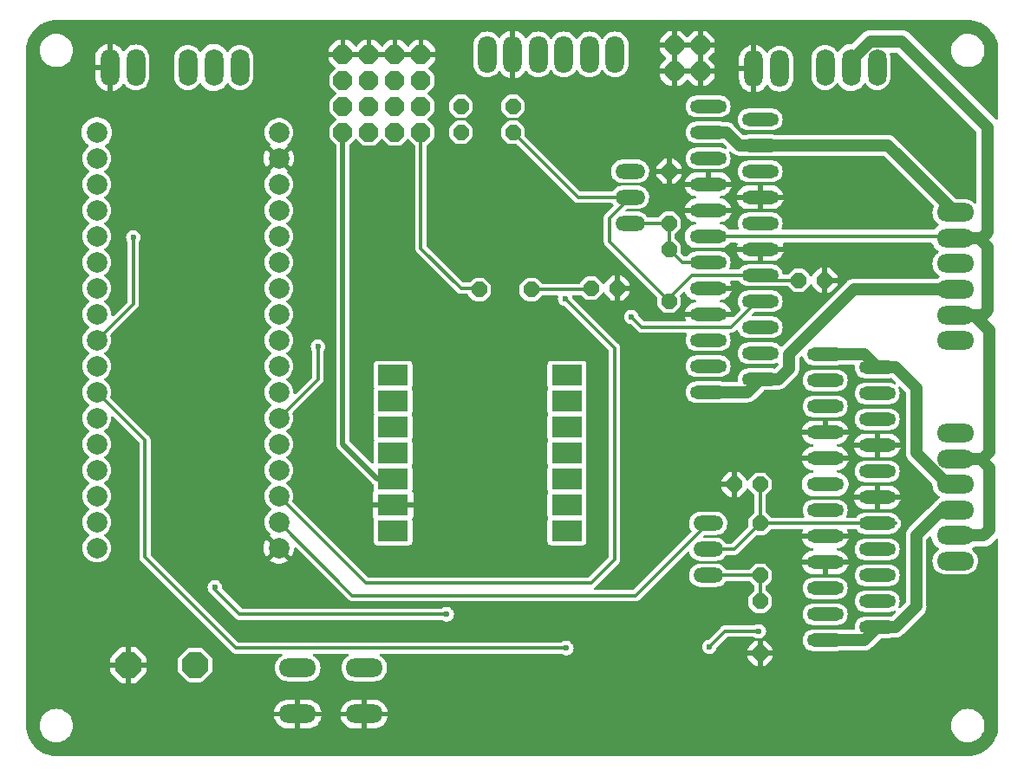
<source format=gbr>
%TF.GenerationSoftware,KiCad,Pcbnew,7.0.8*%
%TF.CreationDate,2024-06-07T19:37:30+09:00*%
%TF.ProjectId,untitled,756e7469-746c-4656-942e-6b696361645f,rev?*%
%TF.SameCoordinates,Original*%
%TF.FileFunction,Copper,L2,Bot*%
%TF.FilePolarity,Positive*%
%FSLAX46Y46*%
G04 Gerber Fmt 4.6, Leading zero omitted, Abs format (unit mm)*
G04 Created by KiCad (PCBNEW 7.0.8) date 2024-06-07 19:37:30*
%MOMM*%
%LPD*%
G01*
G04 APERTURE LIST*
G04 Aperture macros list*
%AMOutline5P*
0 Free polygon, 5 corners , with rotation*
0 The origin of the aperture is its center*
0 number of corners: always 5*
0 $1 to $10 corner X, Y*
0 $11 Rotation angle, in degrees counterclockwise*
0 create outline with 5 corners*
4,1,5,$1,$2,$3,$4,$5,$6,$7,$8,$9,$10,$1,$2,$11*%
%AMOutline6P*
0 Free polygon, 6 corners , with rotation*
0 The origin of the aperture is its center*
0 number of corners: always 6*
0 $1 to $12 corner X, Y*
0 $13 Rotation angle, in degrees counterclockwise*
0 create outline with 6 corners*
4,1,6,$1,$2,$3,$4,$5,$6,$7,$8,$9,$10,$11,$12,$1,$2,$13*%
%AMOutline7P*
0 Free polygon, 7 corners , with rotation*
0 The origin of the aperture is its center*
0 number of corners: always 7*
0 $1 to $14 corner X, Y*
0 $15 Rotation angle, in degrees counterclockwise*
0 create outline with 7 corners*
4,1,7,$1,$2,$3,$4,$5,$6,$7,$8,$9,$10,$11,$12,$13,$14,$1,$2,$15*%
%AMOutline8P*
0 Free polygon, 8 corners , with rotation*
0 The origin of the aperture is its center*
0 number of corners: always 8*
0 $1 to $16 corner X, Y*
0 $17 Rotation angle, in degrees counterclockwise*
0 create outline with 8 corners*
4,1,8,$1,$2,$3,$4,$5,$6,$7,$8,$9,$10,$11,$12,$13,$14,$15,$16,$1,$2,$17*%
G04 Aperture macros list end*
%TA.AperFunction,ComponentPad*%
%ADD10O,3.600000X1.300000*%
%TD*%
%TA.AperFunction,ComponentPad*%
%ADD11R,3.000000X2.000000*%
%TD*%
%TA.AperFunction,ComponentPad*%
%ADD12C,2.000000*%
%TD*%
%TA.AperFunction,ComponentPad*%
%ADD13O,2.926080X1.463040*%
%TD*%
%TA.AperFunction,ComponentPad*%
%ADD14O,3.657600X1.828800*%
%TD*%
%TA.AperFunction,ComponentPad*%
%ADD15Outline8P,-1.270000X0.526051X-0.526051X1.270000X0.526051X1.270000X1.270000X0.526051X1.270000X-0.526051X0.526051X-1.270000X-0.526051X-1.270000X-1.270000X-0.526051X0.000000*%
%TD*%
%TA.AperFunction,ComponentPad*%
%ADD16O,1.828800X3.657600*%
%TD*%
%TA.AperFunction,ComponentPad*%
%ADD17O,1.800000X3.600000*%
%TD*%
%TA.AperFunction,ComponentPad*%
%ADD18Outline8P,-0.731520X0.303006X-0.303006X0.731520X0.303006X0.731520X0.731520X0.303006X0.731520X-0.303006X0.303006X-0.731520X-0.303006X-0.731520X-0.731520X-0.303006X180.000000*%
%TD*%
%TA.AperFunction,ComponentPad*%
%ADD19Outline8P,-0.731520X0.303006X-0.303006X0.731520X0.303006X0.731520X0.731520X0.303006X0.731520X-0.303006X0.303006X-0.731520X-0.303006X-0.731520X-0.731520X-0.303006X270.000000*%
%TD*%
%TA.AperFunction,ComponentPad*%
%ADD20Outline8P,-0.731520X0.303006X-0.303006X0.731520X0.303006X0.731520X0.731520X0.303006X0.731520X-0.303006X0.303006X-0.731520X-0.303006X-0.731520X-0.731520X-0.303006X0.000000*%
%TD*%
%TA.AperFunction,ComponentPad*%
%ADD21Outline8P,-0.731520X0.303006X-0.303006X0.731520X0.303006X0.731520X0.731520X0.303006X0.731520X-0.303006X0.303006X-0.731520X-0.303006X-0.731520X-0.731520X-0.303006X90.000000*%
%TD*%
%TA.AperFunction,ComponentPad*%
%ADD22Outline8P,-0.914400X0.378757X-0.378757X0.914400X0.378757X0.914400X0.914400X0.378757X0.914400X-0.378757X0.378757X-0.914400X-0.378757X-0.914400X-0.914400X-0.378757X90.000000*%
%TD*%
%TA.AperFunction,ComponentPad*%
%ADD23Outline8P,-0.914400X0.378757X-0.378757X0.914400X0.378757X0.914400X0.914400X0.378757X0.914400X-0.378757X0.378757X-0.914400X-0.378757X-0.914400X-0.914400X-0.378757X0.000000*%
%TD*%
%TA.AperFunction,ViaPad*%
%ADD24C,0.500000*%
%TD*%
%TA.AperFunction,ViaPad*%
%ADD25C,0.600000*%
%TD*%
%TA.AperFunction,Conductor*%
%ADD26C,1.200000*%
%TD*%
%TA.AperFunction,Conductor*%
%ADD27C,0.300000*%
%TD*%
%TA.AperFunction,Conductor*%
%ADD28C,0.500000*%
%TD*%
G04 APERTURE END LIST*
D10*
%TO.P,U$2,CLK,STP*%
%TO.N,/STP0*%
X172720000Y-88900000D03*
%TO.P,U$2,DIR,DIR*%
%TO.N,/DIR0*%
X172720000Y-96520000D03*
%TO.P,U$2,FLAG,FLAG*%
%TO.N,unconnected-(U$2-PadFLAG)*%
X172720000Y-99060000D03*
%TO.P,U$2,GND,GND*%
%TO.N,GND*%
X172720000Y-91440000D03*
%TO.P,U$2,M1,M1*%
X167640000Y-85090000D03*
%TO.P,U$2,M2,M2*%
X172720000Y-86360000D03*
%TO.P,U$2,M3,M3*%
X167640000Y-87630000D03*
%TO.P,U$2,NC*%
%TO.N,N/C*%
X172720000Y-83820000D03*
%TO.P,U$2,OUTA/1,A/*%
%TO.N,/A{slash}*%
X167640000Y-80010000D03*
%TO.P,U$2,OUTA/2,A/*%
X172720000Y-81280000D03*
%TO.P,U$2,OUTA1,A*%
%TO.N,/A*%
X167640000Y-77470000D03*
%TO.P,U$2,OUTA2,A*%
X172720000Y-78740000D03*
%TO.P,U$2,OUTB/1,B/*%
%TO.N,/B{slash}*%
X172720000Y-101600000D03*
%TO.P,U$2,OUTB/2,B/*%
X167640000Y-102870000D03*
%TO.P,U$2,OUTB1,B*%
%TO.N,/B_*%
X172720000Y-104140000D03*
%TO.P,U$2,OUTB2,B*%
X167640000Y-105410000D03*
%TO.P,U$2,RST,RST*%
%TO.N,GND*%
X167640000Y-95250000D03*
%TO.P,U$2,SENSEA,SENSEA*%
%TO.N,unconnected-(U$2-PadSENSEA)*%
X167640000Y-82550000D03*
%TO.P,U$2,SENSEB,SENSEB*%
%TO.N,unconnected-(U$2-PadSENSEB)*%
X167640000Y-100330000D03*
%TO.P,U$2,SLP,SLP*%
%TO.N,Net-(R5-Pad1)*%
X167640000Y-92710000D03*
%TO.P,U$2,SYNC,SYNC*%
%TO.N,GND*%
X167640000Y-97790000D03*
%TO.P,U$2,VBB,VMOT*%
%TO.N,+12V*%
X167640000Y-90170000D03*
%TO.P,U$2,VDD,VDD*%
%TO.N,+3V3*%
X172720000Y-93980000D03*
%TD*%
%TO.P,U$3,CLK,STP*%
%TO.N,/STP1*%
X184150000Y-113150000D03*
%TO.P,U$3,DIR,DIR*%
%TO.N,/DIR1*%
X184150000Y-120770000D03*
%TO.P,U$3,FLAG,FLAG*%
%TO.N,unconnected-(U$3-PadFLAG)*%
X184150000Y-123310000D03*
%TO.P,U$3,GND,GND*%
%TO.N,GND*%
X184150000Y-115690000D03*
%TO.P,U$3,M1,M1*%
X179070000Y-109340000D03*
%TO.P,U$3,M2,M2*%
X184150000Y-110610000D03*
%TO.P,U$3,M3,M3*%
X179070000Y-111880000D03*
%TO.P,U$3,NC*%
%TO.N,N/C*%
X184150000Y-108070000D03*
%TO.P,U$3,OUTA/1,A/*%
%TO.N,/A{slash}1*%
X179070000Y-104260000D03*
%TO.P,U$3,OUTA/2,A/*%
X184150000Y-105530000D03*
%TO.P,U$3,OUTA1,A*%
%TO.N,/A1*%
X179070000Y-101720000D03*
%TO.P,U$3,OUTA2,A*%
X184150000Y-102990000D03*
%TO.P,U$3,OUTB/1,B/*%
%TO.N,/B{slash}1*%
X184150000Y-125850000D03*
%TO.P,U$3,OUTB/2,B/*%
X179070000Y-127120000D03*
%TO.P,U$3,OUTB1,B*%
%TO.N,/B1*%
X184150000Y-128390000D03*
%TO.P,U$3,OUTB2,B*%
X179070000Y-129660000D03*
%TO.P,U$3,RST,RST*%
%TO.N,GND*%
X179070000Y-119500000D03*
%TO.P,U$3,SENSEA,SENSEA*%
%TO.N,unconnected-(U$3-PadSENSEA)*%
X179070000Y-106800000D03*
%TO.P,U$3,SENSEB,SENSEB*%
%TO.N,unconnected-(U$3-PadSENSEB)*%
X179070000Y-124580000D03*
%TO.P,U$3,SLP,SLP*%
%TO.N,Net-(R1-Pad1)*%
X179070000Y-116960000D03*
%TO.P,U$3,SYNC,SYNC*%
%TO.N,GND*%
X179070000Y-122040000D03*
%TO.P,U$3,VBB,VMOT*%
%TO.N,+12V*%
X179070000Y-114420000D03*
%TO.P,U$3,VDD,VDD*%
%TO.N,+3V3*%
X184150000Y-118230000D03*
%TD*%
D11*
%TO.P,U2,1,PA02_A0_D0*%
%TO.N,unconnected-(U2-PA02_A0_D0-Pad1)*%
X153860000Y-118980000D03*
%TO.P,U2,2,PA4_A1_D1*%
%TO.N,unconnected-(U2-PA4_A1_D1-Pad2)*%
X153860000Y-116440000D03*
%TO.P,U2,3,PA10_A2_D2*%
%TO.N,unconnected-(U2-PA10_A2_D2-Pad3)*%
X153860000Y-113900000D03*
%TO.P,U2,4,PA11_A3_D3*%
%TO.N,unconnected-(U2-PA11_A3_D3-Pad4)*%
X153860000Y-111360000D03*
%TO.P,U2,5,PA8_A4_D4_SDA*%
%TO.N,unconnected-(U2-PA8_A4_D4_SDA-Pad5)*%
X153860000Y-108820000D03*
%TO.P,U2,6,PA9_A5_D5_SCL*%
%TO.N,unconnected-(U2-PA9_A5_D5_SCL-Pad6)*%
X153860000Y-106280000D03*
%TO.P,U2,7,PB08_A6_D6_TX*%
%TO.N,Net-(U1-GPIO9)*%
X153860000Y-103740000D03*
%TO.P,U2,8,PB09_A7_D7_RX*%
%TO.N,Net-(U1-GPIO8)*%
X136860000Y-103740000D03*
%TO.P,U2,9,PA7_A8_D8_SCK*%
%TO.N,unconnected-(U2-PA7_A8_D8_SCK-Pad9)*%
X136860000Y-106280000D03*
%TO.P,U2,10,PA5_A9_D9_MISO*%
%TO.N,unconnected-(U2-PA5_A9_D9_MISO-Pad10)*%
X136860000Y-108820000D03*
%TO.P,U2,11,PA6_A10_D10_MOSI*%
%TO.N,unconnected-(U2-PA6_A10_D10_MOSI-Pad11)*%
X136860000Y-111360000D03*
%TO.P,U2,12,3V3*%
%TO.N,+3V3*%
X136860000Y-113900000D03*
%TO.P,U2,13,GND*%
%TO.N,GND*%
X136860000Y-116440000D03*
%TO.P,U2,14,5V*%
%TO.N,unconnected-(U2-5V-Pad14)*%
X136860000Y-118980000D03*
%TD*%
D12*
%TO.P,U1,1,+5V*%
%TO.N,+5V*%
X107950000Y-80010000D03*
%TO.P,U1,2,GPIO0*%
%TO.N,Net-(U1-GPIO0)*%
X107950000Y-82550000D03*
%TO.P,U1,3,GPIO1*%
%TO.N,unconnected-(U1-GPIO1-Pad3)*%
X107950000Y-85090000D03*
%TO.P,U1,4,GPIO2*%
%TO.N,unconnected-(U1-GPIO2-Pad4)*%
X107950000Y-87630000D03*
%TO.P,U1,5,GPIO3*%
%TO.N,unconnected-(U1-GPIO3-Pad5)*%
X107950000Y-90170000D03*
%TO.P,U1,6,GPIO4*%
%TO.N,unconnected-(U1-GPIO4-Pad6)*%
X107950000Y-92710000D03*
%TO.P,U1,7,GPIO5*%
%TO.N,unconnected-(U1-GPIO5-Pad7)*%
X107950000Y-95250000D03*
%TO.P,U1,8,GPIO6*%
%TO.N,/SDA*%
X107950000Y-97790000D03*
%TO.P,U1,9,GPIO7*%
%TO.N,/SCL*%
X107950000Y-100330000D03*
%TO.P,U1,10,GPIO8*%
%TO.N,Net-(U1-GPIO8)*%
X107950000Y-102870000D03*
%TO.P,U1,11,GPIO9*%
%TO.N,Net-(U1-GPIO9)*%
X107950000Y-105410000D03*
%TO.P,U1,12,GPIO10*%
%TO.N,unconnected-(U1-GPIO10-Pad12)*%
X107950000Y-107950000D03*
%TO.P,U1,13,GPIO11*%
%TO.N,unconnected-(U1-GPIO11-Pad13)*%
X107950000Y-110490000D03*
%TO.P,U1,14,GPIO12*%
%TO.N,unconnected-(U1-GPIO12-Pad14)*%
X107950000Y-113030000D03*
%TO.P,U1,15,GPIO13*%
%TO.N,unconnected-(U1-GPIO13-Pad15)*%
X107950000Y-115570000D03*
%TO.P,U1,16,GPIO14*%
%TO.N,unconnected-(U1-GPIO14-Pad16)*%
X107950000Y-118110000D03*
%TO.P,U1,17,GPIO15*%
%TO.N,unconnected-(U1-GPIO15-Pad17)*%
X107950000Y-120650000D03*
%TO.P,U1,18,GND*%
%TO.N,GND*%
X125730000Y-120650000D03*
%TO.P,U1,19,GPIO16*%
%TO.N,/SLP1*%
X125730000Y-118110000D03*
%TO.P,U1,20,GPIO17*%
%TO.N,/SLP0*%
X125730000Y-115570000D03*
%TO.P,U1,21,GPIO18*%
%TO.N,unconnected-(U1-GPIO18-Pad21)*%
X125730000Y-113030000D03*
%TO.P,U1,22,GPIO19*%
%TO.N,unconnected-(U1-GPIO19-Pad22)*%
X125730000Y-110490000D03*
%TO.P,U1,23,GPIO20*%
%TO.N,/STP0*%
X125730000Y-107950000D03*
%TO.P,U1,24,GPIO21*%
%TO.N,/STP1*%
X125730000Y-105410000D03*
%TO.P,U1,25,GPIO22*%
%TO.N,/DIR1*%
X125730000Y-102870000D03*
%TO.P,U1,26,GPIO23*%
%TO.N,/SW0*%
X125730000Y-100330000D03*
%TO.P,U1,27,GPIO24*%
%TO.N,/DIR0*%
X125730000Y-97790000D03*
%TO.P,U1,28,GPIO25*%
%TO.N,unconnected-(U1-GPIO25-Pad28)*%
X125730000Y-95250000D03*
%TO.P,U1,29,ADC0*%
%TO.N,/S0*%
X125730000Y-92710000D03*
%TO.P,U1,30,ADC1*%
%TO.N,/S1*%
X125730000Y-90170000D03*
%TO.P,U1,31,ADC2*%
%TO.N,/S2*%
X125730000Y-87630000D03*
%TO.P,U1,32,ADC3*%
%TO.N,/S3*%
X125730000Y-85090000D03*
%TO.P,U1,33,GND*%
%TO.N,GND*%
X125730000Y-82550000D03*
%TO.P,U1,34,+3.3V*%
%TO.N,+3V3*%
X125730000Y-80010000D03*
%TD*%
D13*
%TO.P,T2,B,B*%
%TO.N,/SLP1*%
X167640000Y-118230000D03*
%TO.P,T2,C,C*%
%TO.N,+3V3*%
X167640000Y-120770000D03*
%TO.P,T2,E,E*%
%TO.N,Net-(R1-Pad1)*%
X167640000Y-123310000D03*
%TD*%
%TO.P,T1,E,E*%
%TO.N,Net-(R5-Pad1)*%
X160020000Y-88900000D03*
%TO.P,T1,C,C*%
%TO.N,+3V3*%
X160020000Y-86360000D03*
%TO.P,T1,B,B*%
%TO.N,/SLP0*%
X160020000Y-83820000D03*
%TD*%
D14*
%TO.P,STP1,1,1*%
%TO.N,/A{slash}1*%
X191770000Y-109420000D03*
%TO.P,STP1,2,2*%
%TO.N,+12V*%
X191770000Y-111920000D03*
%TO.P,STP1,3,3*%
%TO.N,/A1*%
X191770000Y-114420000D03*
%TO.P,STP1,4,4*%
%TO.N,/B1*%
X191770000Y-116920000D03*
%TO.P,STP1,5,5*%
%TO.N,+12V*%
X191770000Y-119420000D03*
%TO.P,STP1,6,6*%
%TO.N,/B{slash}1*%
X191770000Y-121920000D03*
%TD*%
%TO.P,STP0,1,1*%
%TO.N,/A{slash}*%
X191770000Y-87850000D03*
%TO.P,STP0,2,2*%
%TO.N,+12V*%
X191770000Y-90350000D03*
%TO.P,STP0,3,3*%
%TO.N,/A*%
X191770000Y-92850000D03*
%TO.P,STP0,4,4*%
%TO.N,/B_*%
X191770000Y-95350000D03*
%TO.P,STP0,5,5*%
%TO.N,+12V*%
X191770000Y-97850000D03*
%TO.P,STP0,6,6*%
%TO.N,/B{slash}*%
X191770000Y-100350000D03*
%TD*%
D15*
%TO.P,SP1,1,1*%
%TO.N,GND*%
X111048800Y-132080000D03*
%TO.P,SP1,2,2*%
%TO.N,Net-(U1-GPIO0)*%
X117551200Y-132080000D03*
%TD*%
D16*
%TO.P,SENSOR0,1,1*%
%TO.N,+3V3*%
X146050000Y-72390000D03*
%TO.P,SENSOR0,2,2*%
%TO.N,GND*%
X148550000Y-72390000D03*
%TO.P,SENSOR0,3,3*%
%TO.N,/S3*%
X151050000Y-72390000D03*
%TO.P,SENSOR0,4,4*%
%TO.N,/S2*%
X153550000Y-72390000D03*
%TO.P,SENSOR0,5,5*%
%TO.N,/S1*%
X156050000Y-72390000D03*
%TO.P,SENSOR0,6,6*%
%TO.N,/S0*%
X158550000Y-72390000D03*
%TD*%
D17*
%TO.P,S4,1,O*%
%TO.N,unconnected-(S4-O-Pad1)*%
X121920000Y-73660000D03*
%TO.P,S4,2,P*%
%TO.N,+5V*%
X119380000Y-73660000D03*
%TO.P,S4,3,S*%
%TO.N,Net-(S4-S)*%
X116840000Y-73660000D03*
%TD*%
%TO.P,S3,1,O*%
%TO.N,unconnected-(S3-O-Pad1)*%
X184150000Y-73660000D03*
%TO.P,S3,2,P*%
%TO.N,+12V*%
X181610000Y-73660000D03*
%TO.P,S3,3,S*%
%TO.N,Net-(S3-S)*%
X179070000Y-73660000D03*
%TD*%
D14*
%TO.P,S1,1,S*%
%TO.N,/SW0*%
X127558800Y-132359400D03*
%TO.P,S1,2,S1*%
%TO.N,unconnected-(S1-S1-Pad2)*%
X134061200Y-132359400D03*
%TO.P,S1,3,P*%
%TO.N,GND*%
X127558800Y-136880600D03*
%TO.P,S1,4,P1*%
X134061200Y-136880600D03*
%TD*%
D18*
%TO.P,R7,1,1*%
%TO.N,Net-(LED1-PadA)*%
X150368000Y-95377000D03*
%TO.P,R7,2,2*%
%TO.N,+3V3*%
X145288000Y-95377000D03*
%TD*%
D19*
%TO.P,R6,2,2*%
%TO.N,Net-(R5-Pad1)*%
X163830000Y-88900000D03*
%TO.P,R6,1,1*%
%TO.N,GND*%
X163830000Y-83820000D03*
%TD*%
%TO.P,R5,2,2*%
%TO.N,+3V3*%
X163830000Y-96520000D03*
%TO.P,R5,1,1*%
%TO.N,Net-(R5-Pad1)*%
X163830000Y-91440000D03*
%TD*%
D20*
%TO.P,R4,1,1*%
%TO.N,/SCL*%
X143510000Y-77470000D03*
%TO.P,R4,2,2*%
%TO.N,+3V3*%
X148590000Y-77470000D03*
%TD*%
%TO.P,R3,1,1*%
%TO.N,/SDA*%
X143510000Y-80010000D03*
%TO.P,R3,2,2*%
%TO.N,+3V3*%
X148590000Y-80010000D03*
%TD*%
D21*
%TO.P,R2,1,1*%
%TO.N,GND*%
X172720000Y-130930000D03*
%TO.P,R2,2,2*%
%TO.N,Net-(R1-Pad1)*%
X172720000Y-125850000D03*
%TD*%
%TO.P,R1,1,1*%
%TO.N,Net-(R1-Pad1)*%
X172720000Y-123310000D03*
%TO.P,R1,2,2*%
%TO.N,+3V3*%
X172720000Y-118230000D03*
%TD*%
D20*
%TO.P,LED1,A,A*%
%TO.N,Net-(LED1-PadA)*%
X156210000Y-95250000D03*
%TO.P,LED1,K,C*%
%TO.N,GND*%
X158750000Y-95250000D03*
%TD*%
D16*
%TO.P,JP5,1,1*%
%TO.N,GND*%
X109220000Y-73660000D03*
%TO.P,JP5,2,2*%
%TO.N,Net-(S4-S)*%
X111760000Y-73660000D03*
%TD*%
%TO.P,JP4,1,1*%
%TO.N,GND*%
X172085000Y-73787000D03*
%TO.P,JP4,2,2*%
%TO.N,Net-(S3-S)*%
X174625000Y-73787000D03*
%TD*%
D22*
%TO.P,JP2,1,1*%
%TO.N,+3V3*%
X139599000Y-80010000D03*
%TO.P,JP2,2,2*%
X137059000Y-80010000D03*
%TO.P,JP2,3,3*%
%TO.N,/SDA*%
X139599000Y-77470000D03*
%TO.P,JP2,4,4*%
X137059000Y-77470000D03*
%TO.P,JP2,5,5*%
%TO.N,/SCL*%
X139599000Y-74930000D03*
%TO.P,JP2,6,6*%
X137059000Y-74930000D03*
%TO.P,JP2,7,7*%
%TO.N,GND*%
X139599000Y-72390000D03*
%TO.P,JP2,8,8*%
X137059000Y-72390000D03*
%TD*%
%TO.P,JP1,1,1*%
%TO.N,+3V3*%
X134519000Y-80010000D03*
%TO.P,JP1,2,2*%
X131979000Y-80010000D03*
%TO.P,JP1,3,3*%
%TO.N,/SDA*%
X134519000Y-77470000D03*
%TO.P,JP1,4,4*%
X131979000Y-77470000D03*
%TO.P,JP1,5,5*%
%TO.N,/SCL*%
X134519000Y-74930000D03*
%TO.P,JP1,6,6*%
X131979000Y-74930000D03*
%TO.P,JP1,7,7*%
%TO.N,GND*%
X134519000Y-72390000D03*
%TO.P,JP1,8,8*%
X131979000Y-72390000D03*
%TD*%
D23*
%TO.P,GND0,1,1*%
%TO.N,GND*%
X164338000Y-74041000D03*
%TO.P,GND0,2,2*%
X164338000Y-71501000D03*
%TO.P,GND0,3,3*%
X166878000Y-74041000D03*
%TO.P,GND0,4,4*%
X166878000Y-71501000D03*
%TD*%
D18*
%TO.P,C3,1,1*%
%TO.N,GND*%
X179025200Y-94479200D03*
%TO.P,C3,2,2*%
%TO.N,+3V3*%
X176485200Y-94479200D03*
%TD*%
D20*
%TO.P,C1,1,1*%
%TO.N,GND*%
X170180000Y-114420000D03*
%TO.P,C1,2,2*%
%TO.N,+3V3*%
X172720000Y-114420000D03*
%TD*%
D24*
%TO.N,GND*%
X162179000Y-112141000D03*
X163449000Y-110871000D03*
X162179000Y-114681000D03*
X164719000Y-112141000D03*
X165989000Y-110871000D03*
X164719000Y-110871000D03*
X164719000Y-113411000D03*
X163449000Y-113411000D03*
X160909000Y-113411000D03*
X163449000Y-115951000D03*
X165989000Y-115951000D03*
X165989000Y-114681000D03*
X163449000Y-112141000D03*
X160909000Y-115951000D03*
X160909000Y-114681000D03*
X164719000Y-115951000D03*
X162179000Y-115951000D03*
X164719000Y-114681000D03*
X165989000Y-113411000D03*
X163449000Y-114681000D03*
X162179000Y-113411000D03*
X160909000Y-112141000D03*
X165989000Y-112141000D03*
X162179000Y-110871000D03*
X186563000Y-132334000D03*
X187833000Y-131064000D03*
X186563000Y-134874000D03*
X189103000Y-132334000D03*
X190373000Y-131064000D03*
X189103000Y-131064000D03*
X189103000Y-133604000D03*
X187833000Y-133604000D03*
X185293000Y-133604000D03*
X187833000Y-136144000D03*
X190373000Y-136144000D03*
X190373000Y-134874000D03*
X187833000Y-132334000D03*
X185293000Y-136144000D03*
X185293000Y-134874000D03*
X189103000Y-136144000D03*
X186563000Y-136144000D03*
X189103000Y-134874000D03*
X190373000Y-133604000D03*
X187833000Y-134874000D03*
X186563000Y-133604000D03*
X185293000Y-132334000D03*
X190373000Y-132334000D03*
X186563000Y-131064000D03*
X119761000Y-96520000D03*
X118491000Y-96520000D03*
X117221000Y-96520000D03*
X115951000Y-96520000D03*
X114681000Y-96520000D03*
X119761000Y-95250000D03*
X118491000Y-95250000D03*
X117221000Y-95250000D03*
X115951000Y-95250000D03*
X114681000Y-95250000D03*
X119761000Y-93980000D03*
X118491000Y-93980000D03*
X117221000Y-93980000D03*
X115951000Y-93980000D03*
X114681000Y-93980000D03*
X119761000Y-92710000D03*
X118491000Y-92710000D03*
X117221000Y-92710000D03*
X115951000Y-92710000D03*
X114681000Y-92710000D03*
X119761000Y-91440000D03*
X118491000Y-91440000D03*
X117221000Y-91440000D03*
X115951000Y-91440000D03*
X114681000Y-91440000D03*
D25*
%TO.N,Net-(U1-GPIO9)*%
X153797000Y-130429000D03*
%TO.N,Net-(U1-GPIO8)*%
X142113000Y-127127000D03*
X119473041Y-124493959D03*
%TO.N,/SLP0*%
X153670000Y-96266000D03*
%TO.N,/DIR0*%
X160147000Y-98044000D03*
%TO.N,/DIR1*%
X167767000Y-130302000D03*
X172593000Y-128778000D03*
%TO.N,/STP0*%
X129540000Y-100965000D03*
%TO.N,/SCL*%
X111506000Y-90297000D03*
%TD*%
D26*
%TO.N,+12V*%
X183472888Y-71137930D02*
X181610000Y-73000818D01*
X186580930Y-71137930D02*
X183472888Y-71137930D01*
X194945000Y-89789000D02*
X194945000Y-79502000D01*
X181610000Y-73000818D02*
X181610000Y-73660000D01*
X194384000Y-90350000D02*
X194945000Y-89789000D01*
X194945000Y-79502000D02*
X186580930Y-71137930D01*
X193593791Y-90350000D02*
X194384000Y-90350000D01*
X194945000Y-91186000D02*
X194109000Y-90350000D01*
X194945000Y-97409000D02*
X194945000Y-91186000D01*
X194504000Y-97850000D02*
X194945000Y-97409000D01*
X193593791Y-97850000D02*
X194504000Y-97850000D01*
X194109000Y-90350000D02*
X193593791Y-90350000D01*
X194216000Y-111920000D02*
X191770000Y-111920000D01*
X195072000Y-118872000D02*
X195072000Y-112776000D01*
X194524000Y-119420000D02*
X195072000Y-118872000D01*
X191770000Y-119420000D02*
X194524000Y-119420000D01*
X195072000Y-112776000D02*
X194216000Y-111920000D01*
X195072000Y-99328209D02*
X193593791Y-97850000D01*
X194404000Y-111920000D02*
X195072000Y-111252000D01*
X195072000Y-111252000D02*
X195072000Y-99328209D01*
X191770000Y-111920000D02*
X194404000Y-111920000D01*
D27*
%TO.N,Net-(U1-GPIO9)*%
X112649000Y-110109000D02*
X107950000Y-105410000D01*
X121539000Y-130429000D02*
X112649000Y-121539000D01*
X112649000Y-121539000D02*
X112649000Y-110109000D01*
X153797000Y-130429000D02*
X121539000Y-130429000D01*
%TO.N,Net-(U1-GPIO8)*%
X119473041Y-124706091D02*
X119473041Y-124493959D01*
X121893950Y-127127000D02*
X119473041Y-124706091D01*
X142113000Y-127127000D02*
X121893950Y-127127000D01*
%TO.N,/SLP1*%
X132904000Y-125284000D02*
X160586000Y-125284000D01*
X125730000Y-118110000D02*
X132904000Y-125284000D01*
X160586000Y-125284000D02*
X167640000Y-118230000D01*
%TO.N,/SLP0*%
X158496000Y-101092000D02*
X158496000Y-121793000D01*
X153670000Y-96266000D02*
X158496000Y-101092000D01*
X134239000Y-124079000D02*
X156210000Y-124079000D01*
X158496000Y-121793000D02*
X156210000Y-124079000D01*
%TO.N,Net-(LED1-PadA)*%
X156083000Y-95377000D02*
X156210000Y-95250000D01*
X150368000Y-95377000D02*
X156083000Y-95377000D01*
%TO.N,+3V3*%
X143510000Y-95250000D02*
X145161000Y-95250000D01*
X139599000Y-91339000D02*
X143510000Y-95250000D01*
X139599000Y-80010000D02*
X139599000Y-91339000D01*
X145161000Y-95250000D02*
X145288000Y-95377000D01*
%TO.N,+12V*%
X191590000Y-90170000D02*
X191770000Y-90350000D01*
X167640000Y-90170000D02*
X191590000Y-90170000D01*
%TO.N,+3V3*%
X154940000Y-86360000D02*
X148590000Y-80010000D01*
X160020000Y-86360000D02*
X154940000Y-86360000D01*
X158008198Y-88371802D02*
X160020000Y-86360000D01*
X158008198Y-90698198D02*
X158008198Y-88371802D01*
X163830000Y-96520000D02*
X158008198Y-90698198D01*
X163830000Y-96213397D02*
X163830000Y-96520000D01*
X172720000Y-93980000D02*
X166063397Y-93980000D01*
X166063397Y-93980000D02*
X163830000Y-96213397D01*
X176485200Y-94479200D02*
X173219200Y-94479200D01*
X173219200Y-94479200D02*
X172720000Y-93980000D01*
%TO.N,/DIR0*%
X161163000Y-99060000D02*
X160147000Y-98044000D01*
X169873397Y-99060000D02*
X161163000Y-99060000D01*
X172413397Y-96520000D02*
X169873397Y-99060000D01*
X172720000Y-96520000D02*
X172413397Y-96520000D01*
%TO.N,Net-(R5-Pad1)*%
X163830000Y-88900000D02*
X160020000Y-88900000D01*
X163830000Y-91440000D02*
X163830000Y-88900000D01*
X167640000Y-92710000D02*
X165100000Y-92710000D01*
X165100000Y-92710000D02*
X163830000Y-91440000D01*
%TO.N,/DIR1*%
X169291000Y-128778000D02*
X167767000Y-130302000D01*
X172593000Y-128778000D02*
X169291000Y-128778000D01*
%TO.N,Net-(R1-Pad1)*%
X167640000Y-123310000D02*
X172720000Y-123310000D01*
%TO.N,+3V3*%
X172720000Y-118230000D02*
X184150000Y-118230000D01*
D26*
%TO.N,+12V*%
X191770000Y-90350000D02*
X193593791Y-90350000D01*
X191770000Y-97850000D02*
X193593791Y-97850000D01*
%TO.N,/B_*%
X181854738Y-95350000D02*
X191770000Y-95350000D01*
X175515070Y-103140000D02*
X175515070Y-101689668D01*
X175515070Y-101689668D02*
X181854738Y-95350000D01*
X174515070Y-104140000D02*
X175515070Y-103140000D01*
X172720000Y-104140000D02*
X174515070Y-104140000D01*
X167640000Y-105410000D02*
X171450000Y-105410000D01*
X171450000Y-105410000D02*
X172720000Y-104140000D01*
%TO.N,/A{slash}*%
X185200000Y-81280000D02*
X191770000Y-87850000D01*
X172720000Y-81280000D02*
X185200000Y-81280000D01*
X170705070Y-81280000D02*
X172720000Y-81280000D01*
X169435070Y-80010000D02*
X170705070Y-81280000D01*
X167640000Y-80010000D02*
X169435070Y-80010000D01*
%TO.N,/B1*%
X187960000Y-119380000D02*
X190420000Y-116920000D01*
X187960000Y-126375070D02*
X187960000Y-119380000D01*
X185945070Y-128390000D02*
X187960000Y-126375070D01*
X190420000Y-116920000D02*
X191770000Y-116920000D01*
X184150000Y-128390000D02*
X185945070Y-128390000D01*
X182880000Y-129660000D02*
X184150000Y-128390000D01*
X179070000Y-129660000D02*
X182880000Y-129660000D01*
D27*
%TO.N,+3V3*%
X184150000Y-118230000D02*
X185945070Y-118230000D01*
D26*
%TO.N,/A1*%
X187960000Y-111343919D02*
X191036081Y-114420000D01*
X187960000Y-105004930D02*
X187960000Y-111343919D01*
X185945070Y-102990000D02*
X187960000Y-105004930D01*
X184150000Y-102990000D02*
X185945070Y-102990000D01*
X191036081Y-114420000D02*
X191770000Y-114420000D01*
X182880000Y-101720000D02*
X184150000Y-102990000D01*
X179070000Y-101720000D02*
X182880000Y-101720000D01*
D27*
%TO.N,+3V3*%
X170180000Y-120770000D02*
X172720000Y-118230000D01*
X167640000Y-120770000D02*
X170180000Y-120770000D01*
X172720000Y-118230000D02*
X172720000Y-114420000D01*
%TO.N,Net-(R1-Pad1)*%
X172720000Y-123310000D02*
X172720000Y-125850000D01*
%TO.N,/SLP0*%
X125730000Y-115570000D02*
X134239000Y-124079000D01*
%TO.N,/STP0*%
X129540000Y-104140000D02*
X129540000Y-100965000D01*
X125730000Y-107950000D02*
X129540000Y-104140000D01*
D28*
%TO.N,+3V3*%
X131979000Y-110519000D02*
X131979000Y-80010000D01*
X136860000Y-113900000D02*
X135360000Y-113900000D01*
X135360000Y-113900000D02*
X131979000Y-110519000D01*
D27*
%TO.N,/SCL*%
X111506000Y-96774000D02*
X107950000Y-100330000D01*
X111506000Y-90297000D02*
X111506000Y-96774000D01*
%TD*%
%TA.AperFunction,Conductor*%
%TO.N,GND*%
G36*
X134052155Y-72176799D02*
G01*
X134011000Y-72316961D01*
X134011000Y-72463039D01*
X134052155Y-72603201D01*
X134075804Y-72640000D01*
X132422196Y-72640000D01*
X132445845Y-72603201D01*
X132487000Y-72463039D01*
X132487000Y-72316961D01*
X132445845Y-72176799D01*
X132422196Y-72140000D01*
X134075804Y-72140000D01*
X134052155Y-72176799D01*
G37*
%TD.AperFunction*%
%TA.AperFunction,Conductor*%
G36*
X136592155Y-72176799D02*
G01*
X136551000Y-72316961D01*
X136551000Y-72463039D01*
X136592155Y-72603201D01*
X136615804Y-72640000D01*
X134962196Y-72640000D01*
X134985845Y-72603201D01*
X135027000Y-72463039D01*
X135027000Y-72316961D01*
X134985845Y-72176799D01*
X134962196Y-72140000D01*
X136615804Y-72140000D01*
X136592155Y-72176799D01*
G37*
%TD.AperFunction*%
%TA.AperFunction,Conductor*%
G36*
X139132155Y-72176799D02*
G01*
X139091000Y-72316961D01*
X139091000Y-72463039D01*
X139132155Y-72603201D01*
X139155804Y-72640000D01*
X137502196Y-72640000D01*
X137525845Y-72603201D01*
X137567000Y-72463039D01*
X137567000Y-72316961D01*
X137525845Y-72176799D01*
X137502196Y-72140000D01*
X139155804Y-72140000D01*
X139132155Y-72176799D01*
G37*
%TD.AperFunction*%
%TA.AperFunction,Conductor*%
G36*
X166411155Y-73827799D02*
G01*
X166370000Y-73967961D01*
X166370000Y-74114039D01*
X166411155Y-74254201D01*
X166434804Y-74291000D01*
X164781196Y-74291000D01*
X164804845Y-74254201D01*
X164846000Y-74114039D01*
X164846000Y-73967961D01*
X164804845Y-73827799D01*
X164781196Y-73791000D01*
X166434804Y-73791000D01*
X166411155Y-73827799D01*
G37*
%TD.AperFunction*%
%TA.AperFunction,Conductor*%
G36*
X164588000Y-73596702D02*
G01*
X164482592Y-73548565D01*
X164374334Y-73533000D01*
X164301666Y-73533000D01*
X164193408Y-73548565D01*
X164088000Y-73596702D01*
X164088000Y-71945297D01*
X164193408Y-71993435D01*
X164301666Y-72009000D01*
X164374334Y-72009000D01*
X164482592Y-71993435D01*
X164588000Y-71945297D01*
X164588000Y-73596702D01*
G37*
%TD.AperFunction*%
%TA.AperFunction,Conductor*%
G36*
X167128000Y-73596702D02*
G01*
X167022592Y-73548565D01*
X166914334Y-73533000D01*
X166841666Y-73533000D01*
X166733408Y-73548565D01*
X166628000Y-73596702D01*
X166628000Y-71945297D01*
X166733408Y-71993435D01*
X166841666Y-72009000D01*
X166914334Y-72009000D01*
X167022592Y-71993435D01*
X167128000Y-71945297D01*
X167128000Y-73596702D01*
G37*
%TD.AperFunction*%
%TA.AperFunction,Conductor*%
G36*
X166411155Y-71287799D02*
G01*
X166370000Y-71427961D01*
X166370000Y-71574039D01*
X166411155Y-71714201D01*
X166434804Y-71751000D01*
X164781196Y-71751000D01*
X164804845Y-71714201D01*
X164846000Y-71574039D01*
X164846000Y-71427961D01*
X164804845Y-71287799D01*
X164781196Y-71251000D01*
X166434804Y-71251000D01*
X166411155Y-71287799D01*
G37*
%TD.AperFunction*%
%TA.AperFunction,Conductor*%
G36*
X193002720Y-69029184D02*
G01*
X193146868Y-69036739D01*
X193308775Y-69045225D01*
X193315233Y-69045904D01*
X193352816Y-69051856D01*
X193616332Y-69093593D01*
X193622660Y-69094937D01*
X193917129Y-69173840D01*
X193923294Y-69175842D01*
X194207904Y-69285094D01*
X194213824Y-69287729D01*
X194485470Y-69426140D01*
X194491073Y-69429375D01*
X194746737Y-69595406D01*
X194751990Y-69599223D01*
X194988905Y-69791072D01*
X194993731Y-69795418D01*
X195209281Y-70010968D01*
X195213627Y-70015794D01*
X195405476Y-70252709D01*
X195409293Y-70257962D01*
X195575319Y-70513618D01*
X195578563Y-70519235D01*
X195688974Y-70735930D01*
X195716965Y-70790865D01*
X195719606Y-70796798D01*
X195828853Y-71081394D01*
X195830859Y-71087570D01*
X195909759Y-71382029D01*
X195911109Y-71388381D01*
X195958795Y-71689465D01*
X195959474Y-71695923D01*
X195975515Y-72001977D01*
X195975600Y-72005223D01*
X195975600Y-78673954D01*
X195955915Y-78740993D01*
X195903111Y-78786748D01*
X195833953Y-78796692D01*
X195770397Y-78767667D01*
X195754130Y-78750607D01*
X195745092Y-78739114D01*
X195745090Y-78739112D01*
X195697048Y-78697483D01*
X195693808Y-78694466D01*
X189002942Y-72003600D01*
X191370574Y-72003600D01*
X191390647Y-72258664D01*
X191390647Y-72258667D01*
X191390648Y-72258670D01*
X191450378Y-72507460D01*
X191450379Y-72507464D01*
X191548288Y-72743839D01*
X191548290Y-72743842D01*
X191681975Y-72961996D01*
X191681978Y-72962001D01*
X191737078Y-73026514D01*
X191848144Y-73156556D01*
X191908312Y-73207944D01*
X192042698Y-73322721D01*
X192042700Y-73322722D01*
X192042701Y-73322723D01*
X192185124Y-73410000D01*
X192260857Y-73456409D01*
X192260860Y-73456411D01*
X192483341Y-73548565D01*
X192497240Y-73554322D01*
X192746030Y-73614052D01*
X193001100Y-73634126D01*
X193256170Y-73614052D01*
X193504960Y-73554322D01*
X193633599Y-73501038D01*
X193741339Y-73456411D01*
X193741340Y-73456410D01*
X193741343Y-73456409D01*
X193959499Y-73322723D01*
X194154056Y-73156556D01*
X194320223Y-72961999D01*
X194453909Y-72743843D01*
X194551822Y-72507460D01*
X194611552Y-72258670D01*
X194631626Y-72003600D01*
X194611552Y-71748530D01*
X194551822Y-71499740D01*
X194529451Y-71445731D01*
X194453911Y-71263360D01*
X194453909Y-71263357D01*
X194349577Y-71093103D01*
X194320223Y-71045201D01*
X194320222Y-71045200D01*
X194320221Y-71045198D01*
X194187891Y-70890260D01*
X194154056Y-70850644D01*
X194044311Y-70756913D01*
X193959501Y-70684478D01*
X193959496Y-70684475D01*
X193741342Y-70550790D01*
X193741339Y-70550788D01*
X193504964Y-70452879D01*
X193486662Y-70448485D01*
X193256170Y-70393148D01*
X193256167Y-70393147D01*
X193256164Y-70393147D01*
X193001100Y-70373074D01*
X192746035Y-70393147D01*
X192746031Y-70393147D01*
X192746030Y-70393148D01*
X192675804Y-70410008D01*
X192497235Y-70452879D01*
X192260860Y-70550788D01*
X192260857Y-70550790D01*
X192042703Y-70684475D01*
X192042698Y-70684478D01*
X191848144Y-70850644D01*
X191681978Y-71045198D01*
X191681975Y-71045203D01*
X191548290Y-71263357D01*
X191548288Y-71263360D01*
X191450379Y-71499735D01*
X191449049Y-71505275D01*
X191404829Y-71689465D01*
X191390647Y-71748535D01*
X191370574Y-72003600D01*
X189002942Y-72003600D01*
X187431396Y-70432054D01*
X187418067Y-70416296D01*
X187416418Y-70413980D01*
X187416415Y-70413977D01*
X187349845Y-70350502D01*
X187331855Y-70332513D01*
X187322031Y-70322689D01*
X187322025Y-70322684D01*
X187322022Y-70322681D01*
X187313609Y-70315734D01*
X187310299Y-70312796D01*
X187264309Y-70268945D01*
X187264301Y-70268939D01*
X187234174Y-70249577D01*
X187228216Y-70245227D01*
X187200577Y-70222408D01*
X187200575Y-70222406D01*
X187144767Y-70191932D01*
X187140980Y-70189685D01*
X187119263Y-70175729D01*
X187087505Y-70155318D01*
X187087506Y-70155318D01*
X187054235Y-70141998D01*
X187047560Y-70138853D01*
X187016114Y-70121682D01*
X187016115Y-70121682D01*
X186955555Y-70102323D01*
X186951391Y-70100826D01*
X186892383Y-70077203D01*
X186857202Y-70070422D01*
X186850055Y-70068598D01*
X186815921Y-70057687D01*
X186752797Y-70050139D01*
X186748425Y-70049457D01*
X186700611Y-70040243D01*
X186686015Y-70037430D01*
X186686013Y-70037430D01*
X186650178Y-70037430D01*
X186642812Y-70036991D01*
X186607240Y-70032738D01*
X186607239Y-70032738D01*
X186543837Y-70037272D01*
X186539417Y-70037430D01*
X183575126Y-70037430D01*
X183554561Y-70035713D01*
X183551757Y-70035241D01*
X183551754Y-70035241D01*
X183482791Y-70036882D01*
X183459803Y-70037430D01*
X183420463Y-70037430D01*
X183416797Y-70037779D01*
X183409600Y-70038466D01*
X183405188Y-70038729D01*
X183344033Y-70040186D01*
X183341643Y-70040243D01*
X183341641Y-70040243D01*
X183341635Y-70040244D01*
X183323862Y-70044110D01*
X183306623Y-70047860D01*
X183299350Y-70048994D01*
X183273757Y-70051438D01*
X183263668Y-70052402D01*
X183202667Y-70070312D01*
X183198381Y-70071406D01*
X183136280Y-70084917D01*
X183136272Y-70084919D01*
X183103330Y-70099023D01*
X183096392Y-70101517D01*
X183062016Y-70111612D01*
X183062010Y-70111615D01*
X183005509Y-70140742D01*
X183001507Y-70142627D01*
X182943072Y-70167652D01*
X182943069Y-70167653D01*
X182913404Y-70187732D01*
X182907060Y-70191495D01*
X182875205Y-70207919D01*
X182875201Y-70207921D01*
X182825239Y-70247212D01*
X182821665Y-70249822D01*
X182769029Y-70285448D01*
X182769017Y-70285457D01*
X182743680Y-70310793D01*
X182738166Y-70315688D01*
X182710001Y-70337838D01*
X182668370Y-70385881D01*
X182665355Y-70389120D01*
X181734222Y-71320252D01*
X181672899Y-71353737D01*
X181651804Y-71356459D01*
X181431471Y-71365819D01*
X181431467Y-71365819D01*
X181198419Y-71416045D01*
X180977211Y-71504935D01*
X180774203Y-71629932D01*
X180595245Y-71787435D01*
X180506641Y-71897170D01*
X180447594Y-71970299D01*
X180445474Y-71972924D01*
X180391473Y-72069591D01*
X180341593Y-72118518D01*
X180273180Y-72132710D01*
X180207954Y-72107662D01*
X180181644Y-72080240D01*
X180179866Y-72077701D01*
X180070047Y-71920861D01*
X180070045Y-71920858D01*
X179909141Y-71759954D01*
X179722734Y-71629432D01*
X179722732Y-71629431D01*
X179516497Y-71533261D01*
X179516488Y-71533258D01*
X179296697Y-71474366D01*
X179296693Y-71474365D01*
X179296692Y-71474365D01*
X179296691Y-71474364D01*
X179296686Y-71474364D01*
X179070002Y-71454532D01*
X179069998Y-71454532D01*
X178843313Y-71474364D01*
X178843302Y-71474366D01*
X178623511Y-71533258D01*
X178623502Y-71533261D01*
X178417267Y-71629431D01*
X178417265Y-71629432D01*
X178230858Y-71759954D01*
X178069954Y-71920858D01*
X177939432Y-72107265D01*
X177939431Y-72107267D01*
X177843261Y-72313502D01*
X177843258Y-72313511D01*
X177784366Y-72533302D01*
X177784364Y-72533312D01*
X177769500Y-72703216D01*
X177769500Y-74616784D01*
X177784364Y-74786687D01*
X177784366Y-74786697D01*
X177843258Y-75006488D01*
X177843261Y-75006497D01*
X177939431Y-75212732D01*
X177939432Y-75212734D01*
X178069954Y-75399141D01*
X178230858Y-75560045D01*
X178233834Y-75562129D01*
X178417266Y-75690568D01*
X178623504Y-75786739D01*
X178843308Y-75845635D01*
X179005230Y-75859801D01*
X179069998Y-75865468D01*
X179070000Y-75865468D01*
X179070002Y-75865468D01*
X179126673Y-75860509D01*
X179296692Y-75845635D01*
X179516496Y-75786739D01*
X179722734Y-75690568D01*
X179909139Y-75560047D01*
X180070047Y-75399139D01*
X180178713Y-75243945D01*
X180233288Y-75200322D01*
X180302786Y-75193128D01*
X180365141Y-75224650D01*
X180383022Y-75245633D01*
X180516413Y-75442993D01*
X180516418Y-75442998D01*
X180516421Y-75443003D01*
X180681379Y-75615118D01*
X180873053Y-75756879D01*
X181085926Y-75864207D01*
X181313877Y-75934016D01*
X181550346Y-75964298D01*
X181788532Y-75954180D01*
X182021581Y-75903954D01*
X182242790Y-75815064D01*
X182445795Y-75690069D01*
X182624755Y-75532564D01*
X182774523Y-75347080D01*
X182828527Y-75250408D01*
X182878407Y-75201482D01*
X182946820Y-75187290D01*
X183012046Y-75212338D01*
X183038354Y-75239758D01*
X183067072Y-75280772D01*
X183149954Y-75399141D01*
X183310858Y-75560045D01*
X183313834Y-75562129D01*
X183497266Y-75690568D01*
X183703504Y-75786739D01*
X183923308Y-75845635D01*
X184085230Y-75859801D01*
X184149998Y-75865468D01*
X184150000Y-75865468D01*
X184150002Y-75865468D01*
X184206673Y-75860509D01*
X184376692Y-75845635D01*
X184596496Y-75786739D01*
X184802734Y-75690568D01*
X184989139Y-75560047D01*
X185150047Y-75399139D01*
X185280568Y-75212734D01*
X185376739Y-75006496D01*
X185435635Y-74786692D01*
X185450500Y-74616784D01*
X185450500Y-72703216D01*
X185435635Y-72533308D01*
X185398448Y-72394523D01*
X185400111Y-72324673D01*
X185439274Y-72266811D01*
X185503502Y-72239307D01*
X185518223Y-72238430D01*
X186073726Y-72238430D01*
X186140765Y-72258115D01*
X186161407Y-72274749D01*
X193808181Y-79921523D01*
X193841666Y-79982846D01*
X193844500Y-80009204D01*
X193844500Y-86851187D01*
X193824815Y-86918226D01*
X193772011Y-86963981D01*
X193702853Y-86973925D01*
X193639297Y-86944900D01*
X193632819Y-86938868D01*
X193532831Y-86838880D01*
X193344365Y-86706915D01*
X193344361Y-86706913D01*
X193218148Y-86648059D01*
X193135840Y-86609678D01*
X193135836Y-86609677D01*
X193135832Y-86609675D01*
X192913607Y-86550131D01*
X192913597Y-86550129D01*
X192741812Y-86535100D01*
X191921383Y-86535100D01*
X191854344Y-86515415D01*
X191833702Y-86498781D01*
X185916452Y-80581532D01*
X185855061Y-80516949D01*
X185855060Y-80516948D01*
X185855059Y-80516947D01*
X185806888Y-80483419D01*
X185804709Y-80481902D01*
X185800946Y-80479064D01*
X185753413Y-80440305D01*
X185753406Y-80440300D01*
X185722959Y-80424397D01*
X185716251Y-80420334D01*
X185688049Y-80400705D01*
X185688046Y-80400703D01*
X185688045Y-80400703D01*
X185688041Y-80400701D01*
X185631680Y-80376514D01*
X185627424Y-80374493D01*
X185573057Y-80346094D01*
X185573050Y-80346091D01*
X185573049Y-80346091D01*
X185567008Y-80344362D01*
X185540030Y-80336642D01*
X185532630Y-80334008D01*
X185501057Y-80320459D01*
X185501058Y-80320459D01*
X185440966Y-80308109D01*
X185436391Y-80306986D01*
X185377420Y-80290113D01*
X185377425Y-80290113D01*
X185343158Y-80287503D01*
X185335380Y-80286412D01*
X185301742Y-80279500D01*
X185301741Y-80279500D01*
X185240402Y-80279500D01*
X185235695Y-80279321D01*
X185230121Y-80278896D01*
X185174524Y-80274662D01*
X185154589Y-80277201D01*
X185140440Y-80279003D01*
X185132611Y-80279500D01*
X174209050Y-80279500D01*
X174173055Y-80274161D01*
X174125762Y-80259815D01*
X174075934Y-80244700D01*
X174075932Y-80244699D01*
X174075934Y-80244699D01*
X173956805Y-80232966D01*
X173921608Y-80229500D01*
X171518392Y-80229500D01*
X171480298Y-80233251D01*
X171364067Y-80244699D01*
X171266945Y-80274161D01*
X171230950Y-80279500D01*
X171170853Y-80279500D01*
X171103814Y-80259815D01*
X171083172Y-80243181D01*
X170151521Y-79311531D01*
X170090131Y-79246949D01*
X170090130Y-79246948D01*
X170090129Y-79246947D01*
X170062274Y-79227559D01*
X170039779Y-79211902D01*
X170036016Y-79209064D01*
X169988483Y-79170305D01*
X169988476Y-79170300D01*
X169958029Y-79154397D01*
X169951321Y-79150334D01*
X169923119Y-79130705D01*
X169923116Y-79130703D01*
X169923115Y-79130703D01*
X169923111Y-79130701D01*
X169866750Y-79106514D01*
X169862494Y-79104493D01*
X169808127Y-79076094D01*
X169808120Y-79076091D01*
X169808119Y-79076091D01*
X169802078Y-79074362D01*
X169775100Y-79066642D01*
X169767700Y-79064008D01*
X169736127Y-79050459D01*
X169736128Y-79050459D01*
X169676036Y-79038109D01*
X169671461Y-79036986D01*
X169612490Y-79020113D01*
X169612495Y-79020113D01*
X169578228Y-79017503D01*
X169570450Y-79016412D01*
X169536812Y-79009500D01*
X169536811Y-79009500D01*
X169475472Y-79009500D01*
X169470765Y-79009321D01*
X169465191Y-79008896D01*
X169409594Y-79004662D01*
X169389659Y-79007201D01*
X169375510Y-79009003D01*
X169367681Y-79009500D01*
X169129050Y-79009500D01*
X169093055Y-79004161D01*
X169000506Y-78976087D01*
X168995934Y-78974700D01*
X168995932Y-78974699D01*
X168995934Y-78974699D01*
X168876805Y-78962966D01*
X168841608Y-78959500D01*
X166438392Y-78959500D01*
X166400298Y-78963251D01*
X166284067Y-78974699D01*
X166086043Y-79034769D01*
X166008731Y-79076094D01*
X165903550Y-79132315D01*
X165903548Y-79132316D01*
X165903547Y-79132317D01*
X165743589Y-79263589D01*
X165615742Y-79419374D01*
X165612315Y-79423550D01*
X165578715Y-79486410D01*
X165514769Y-79606043D01*
X165514768Y-79606045D01*
X165514768Y-79606046D01*
X165512861Y-79612332D01*
X165454699Y-79804067D01*
X165434417Y-80010000D01*
X165454699Y-80215932D01*
X165476410Y-80287503D01*
X165514768Y-80413954D01*
X165612315Y-80596450D01*
X165615742Y-80600626D01*
X165743589Y-80756410D01*
X165840209Y-80835702D01*
X165903550Y-80887685D01*
X166086046Y-80985232D01*
X166284066Y-81045300D01*
X166284065Y-81045300D01*
X166322647Y-81049100D01*
X166438392Y-81060500D01*
X166438395Y-81060500D01*
X168841605Y-81060500D01*
X168841608Y-81060500D01*
X168991749Y-81045712D01*
X169060394Y-81058731D01*
X169091583Y-81081434D01*
X169442754Y-81432605D01*
X169476239Y-81493928D01*
X169471255Y-81563620D01*
X169429383Y-81619553D01*
X169363919Y-81643970D01*
X169296619Y-81629644D01*
X169193956Y-81574769D01*
X169193955Y-81574768D01*
X169193954Y-81574768D01*
X168995934Y-81514700D01*
X168995932Y-81514699D01*
X168995934Y-81514699D01*
X168876805Y-81502966D01*
X168841608Y-81499500D01*
X166438392Y-81499500D01*
X166400298Y-81503251D01*
X166284067Y-81514699D01*
X166086043Y-81574769D01*
X166002260Y-81619553D01*
X165903550Y-81672315D01*
X165903548Y-81672316D01*
X165903547Y-81672317D01*
X165743589Y-81803589D01*
X165612317Y-81963547D01*
X165514769Y-82146043D01*
X165454699Y-82344067D01*
X165434417Y-82550000D01*
X165454699Y-82755932D01*
X165463426Y-82784700D01*
X165514768Y-82953954D01*
X165612315Y-83136450D01*
X165612317Y-83136452D01*
X165743589Y-83296410D01*
X165805969Y-83347603D01*
X165903550Y-83427685D01*
X166086046Y-83525232D01*
X166284066Y-83585300D01*
X166284065Y-83585300D01*
X166322647Y-83589100D01*
X166438392Y-83600500D01*
X166438395Y-83600500D01*
X168841605Y-83600500D01*
X168841608Y-83600500D01*
X168995934Y-83585300D01*
X169193954Y-83525232D01*
X169376450Y-83427685D01*
X169536410Y-83296410D01*
X169667685Y-83136450D01*
X169765232Y-82953954D01*
X169825300Y-82755934D01*
X169845583Y-82550000D01*
X169825300Y-82344066D01*
X169765232Y-82146046D01*
X169710354Y-82043378D01*
X169696113Y-81974977D01*
X169721113Y-81909733D01*
X169777417Y-81868362D01*
X169847151Y-81864000D01*
X169907394Y-81897245D01*
X169973697Y-81963547D01*
X169988618Y-81978468D01*
X170050011Y-82043053D01*
X170050014Y-82043055D01*
X170050017Y-82043058D01*
X170082003Y-82065320D01*
X170100373Y-82078106D01*
X170104114Y-82080926D01*
X170151663Y-82119698D01*
X170182115Y-82135604D01*
X170188826Y-82139671D01*
X170217021Y-82159295D01*
X170273402Y-82183490D01*
X170277637Y-82185501D01*
X170332021Y-82213909D01*
X170365043Y-82223356D01*
X170372435Y-82225989D01*
X170404010Y-82239539D01*
X170404011Y-82239540D01*
X170417124Y-82242234D01*
X170464125Y-82251892D01*
X170468665Y-82253006D01*
X170527652Y-82269886D01*
X170561911Y-82272494D01*
X170569679Y-82273585D01*
X170603325Y-82280500D01*
X170603329Y-82280500D01*
X170664671Y-82280500D01*
X170669378Y-82280678D01*
X170705721Y-82283446D01*
X170730545Y-82285337D01*
X170730545Y-82285336D01*
X170730546Y-82285337D01*
X170764629Y-82280996D01*
X170772459Y-82280500D01*
X171230950Y-82280500D01*
X171266944Y-82285838D01*
X171364066Y-82315300D01*
X171364065Y-82315300D01*
X171402647Y-82319100D01*
X171518392Y-82330500D01*
X171518395Y-82330500D01*
X173921605Y-82330500D01*
X173921608Y-82330500D01*
X174075934Y-82315300D01*
X174173055Y-82285838D01*
X174209050Y-82280500D01*
X184734217Y-82280500D01*
X184801256Y-82300185D01*
X184821898Y-82316819D01*
X189645586Y-87140506D01*
X189679071Y-87201829D01*
X189674087Y-87271521D01*
X189670287Y-87280591D01*
X189615280Y-87398553D01*
X189615275Y-87398567D01*
X189555731Y-87620792D01*
X189555729Y-87620802D01*
X189535677Y-87849999D01*
X189535677Y-87850000D01*
X189555729Y-88079197D01*
X189555731Y-88079207D01*
X189615275Y-88301432D01*
X189615277Y-88301436D01*
X189615278Y-88301440D01*
X189704675Y-88493153D01*
X189712513Y-88509961D01*
X189712515Y-88509965D01*
X189844480Y-88698431D01*
X190007164Y-88861115D01*
X190007167Y-88861117D01*
X190007170Y-88861120D01*
X190117182Y-88938151D01*
X190160804Y-88992724D01*
X190167998Y-89062222D01*
X190136476Y-89124577D01*
X190115494Y-89142458D01*
X190048658Y-89187632D01*
X189997844Y-89221977D01*
X189963517Y-89245178D01*
X189789631Y-89411832D01*
X189747178Y-89469234D01*
X189691488Y-89511429D01*
X189647482Y-89519500D01*
X174936902Y-89519500D01*
X174869863Y-89499815D01*
X174824108Y-89447011D01*
X174814164Y-89377853D01*
X174827544Y-89337047D01*
X174845230Y-89303958D01*
X174845230Y-89303957D01*
X174845232Y-89303954D01*
X174905300Y-89105934D01*
X174925583Y-88900000D01*
X174905300Y-88694066D01*
X174845232Y-88496046D01*
X174747685Y-88313550D01*
X174653724Y-88199057D01*
X174616410Y-88153589D01*
X174456452Y-88022317D01*
X174456453Y-88022317D01*
X174456450Y-88022315D01*
X174273954Y-87924768D01*
X174075934Y-87864700D01*
X174075932Y-87864699D01*
X174075934Y-87864699D01*
X173956805Y-87852966D01*
X173921608Y-87849500D01*
X171518392Y-87849500D01*
X171480298Y-87853251D01*
X171364067Y-87864699D01*
X171166043Y-87924769D01*
X171098639Y-87960798D01*
X170983550Y-88022315D01*
X170983548Y-88022316D01*
X170983547Y-88022317D01*
X170823589Y-88153589D01*
X170692317Y-88313547D01*
X170692315Y-88313550D01*
X170676265Y-88343578D01*
X170594769Y-88496043D01*
X170594768Y-88496045D01*
X170594768Y-88496046D01*
X170592861Y-88502334D01*
X170534699Y-88694067D01*
X170514417Y-88900000D01*
X170534699Y-89105932D01*
X170594769Y-89303958D01*
X170612456Y-89337047D01*
X170626698Y-89405449D01*
X170601698Y-89470693D01*
X170545393Y-89512064D01*
X170503098Y-89519500D01*
X169808385Y-89519500D01*
X169741346Y-89499815D01*
X169716835Y-89477095D01*
X169715914Y-89477935D01*
X169712053Y-89473699D01*
X169712052Y-89473698D01*
X169568407Y-89316128D01*
X169556117Y-89306847D01*
X169398253Y-89187632D01*
X169207393Y-89092596D01*
X169002310Y-89034244D01*
X168883334Y-89023219D01*
X168818397Y-88997433D01*
X168777710Y-88940632D01*
X168774190Y-88870851D01*
X168808955Y-88810245D01*
X168870968Y-88778055D01*
X168883336Y-88776277D01*
X169002215Y-88765262D01*
X169002219Y-88765261D01*
X169207196Y-88706941D01*
X169207216Y-88706933D01*
X169397989Y-88611940D01*
X169568071Y-88483499D01*
X169711651Y-88325999D01*
X169711653Y-88325997D01*
X169823846Y-88144798D01*
X169823850Y-88144789D01*
X169900836Y-87946063D01*
X169900837Y-87946058D01*
X169913187Y-87880000D01*
X168073686Y-87880000D01*
X168099493Y-87839844D01*
X168140000Y-87701889D01*
X168140000Y-87558111D01*
X168099493Y-87420156D01*
X168073686Y-87380000D01*
X169913187Y-87380000D01*
X169900837Y-87313941D01*
X169900836Y-87313936D01*
X169823850Y-87115210D01*
X169823846Y-87115201D01*
X169711653Y-86934002D01*
X169711651Y-86934000D01*
X169568071Y-86776500D01*
X169397989Y-86648059D01*
X169321556Y-86610000D01*
X170446813Y-86610000D01*
X170459162Y-86676058D01*
X170459163Y-86676063D01*
X170536149Y-86874789D01*
X170536153Y-86874798D01*
X170648346Y-87055997D01*
X170648348Y-87055999D01*
X170791928Y-87213499D01*
X170962010Y-87341940D01*
X171152783Y-87436933D01*
X171152803Y-87436941D01*
X171357780Y-87495261D01*
X171357783Y-87495262D01*
X171516833Y-87510000D01*
X172470000Y-87510000D01*
X172470000Y-86795501D01*
X172577685Y-86844680D01*
X172684237Y-86860000D01*
X172755763Y-86860000D01*
X172862315Y-86844680D01*
X172970000Y-86795501D01*
X172970000Y-87510000D01*
X173923167Y-87510000D01*
X174082216Y-87495262D01*
X174082219Y-87495261D01*
X174287196Y-87436941D01*
X174287216Y-87436933D01*
X174477989Y-87341940D01*
X174648071Y-87213499D01*
X174791651Y-87055999D01*
X174791653Y-87055997D01*
X174903846Y-86874798D01*
X174903850Y-86874789D01*
X174980836Y-86676063D01*
X174980837Y-86676058D01*
X174993187Y-86610000D01*
X173153686Y-86610000D01*
X173179493Y-86569844D01*
X173220000Y-86431889D01*
X173220000Y-86288111D01*
X173179493Y-86150156D01*
X173153686Y-86110000D01*
X174993187Y-86110000D01*
X174980837Y-86043941D01*
X174980836Y-86043936D01*
X174903850Y-85845210D01*
X174903846Y-85845201D01*
X174791653Y-85664002D01*
X174791651Y-85664000D01*
X174648071Y-85506500D01*
X174477989Y-85378059D01*
X174287216Y-85283066D01*
X174287196Y-85283058D01*
X174082219Y-85224738D01*
X174082216Y-85224737D01*
X173923167Y-85210000D01*
X172970000Y-85210000D01*
X172970000Y-85924498D01*
X172862315Y-85875320D01*
X172755763Y-85860000D01*
X172684237Y-85860000D01*
X172577685Y-85875320D01*
X172470000Y-85924498D01*
X172470000Y-85210000D01*
X171516833Y-85210000D01*
X171357783Y-85224737D01*
X171357780Y-85224738D01*
X171152803Y-85283058D01*
X171152783Y-85283066D01*
X170962010Y-85378059D01*
X170791928Y-85506500D01*
X170648348Y-85664000D01*
X170648346Y-85664002D01*
X170536153Y-85845201D01*
X170536149Y-85845210D01*
X170459163Y-86043936D01*
X170459162Y-86043941D01*
X170446813Y-86110000D01*
X172286314Y-86110000D01*
X172260507Y-86150156D01*
X172220000Y-86288111D01*
X172220000Y-86431889D01*
X172260507Y-86569844D01*
X172286314Y-86610000D01*
X170446813Y-86610000D01*
X169321556Y-86610000D01*
X169207216Y-86553066D01*
X169207196Y-86553058D01*
X169002219Y-86494738D01*
X169002216Y-86494737D01*
X168880625Y-86483471D01*
X168815688Y-86457685D01*
X168775000Y-86400885D01*
X168771480Y-86331104D01*
X168806245Y-86270497D01*
X168868258Y-86238307D01*
X168880625Y-86236529D01*
X169002216Y-86225262D01*
X169002219Y-86225261D01*
X169207196Y-86166941D01*
X169207216Y-86166933D01*
X169397989Y-86071940D01*
X169568071Y-85943499D01*
X169711651Y-85785999D01*
X169711653Y-85785997D01*
X169823846Y-85604798D01*
X169823850Y-85604789D01*
X169900836Y-85406063D01*
X169900837Y-85406058D01*
X169913187Y-85340000D01*
X168073686Y-85340000D01*
X168099493Y-85299844D01*
X168140000Y-85161889D01*
X168140000Y-85018111D01*
X168099493Y-84880156D01*
X168073686Y-84840000D01*
X169913187Y-84840000D01*
X169900837Y-84773941D01*
X169900836Y-84773936D01*
X169823850Y-84575210D01*
X169823846Y-84575201D01*
X169711653Y-84394002D01*
X169711651Y-84394000D01*
X169568071Y-84236500D01*
X169397989Y-84108059D01*
X169207216Y-84013066D01*
X169207196Y-84013058D01*
X169002219Y-83954738D01*
X169002216Y-83954737D01*
X168843167Y-83940000D01*
X167890000Y-83940000D01*
X167890000Y-84654498D01*
X167782315Y-84605320D01*
X167675763Y-84590000D01*
X167604237Y-84590000D01*
X167497685Y-84605320D01*
X167390000Y-84654498D01*
X167390000Y-83940000D01*
X166436833Y-83940000D01*
X166277783Y-83954737D01*
X166277780Y-83954738D01*
X166072803Y-84013058D01*
X166072783Y-84013066D01*
X165882010Y-84108059D01*
X165711928Y-84236500D01*
X165568348Y-84394000D01*
X165568346Y-84394002D01*
X165456153Y-84575201D01*
X165456149Y-84575210D01*
X165379163Y-84773936D01*
X165379162Y-84773941D01*
X165366813Y-84840000D01*
X167206314Y-84840000D01*
X167180507Y-84880156D01*
X167140000Y-85018111D01*
X167140000Y-85161889D01*
X167180507Y-85299844D01*
X167206314Y-85340000D01*
X165366813Y-85340000D01*
X165379162Y-85406058D01*
X165379163Y-85406063D01*
X165456149Y-85604789D01*
X165456153Y-85604798D01*
X165568346Y-85785997D01*
X165568348Y-85785999D01*
X165711928Y-85943499D01*
X165882010Y-86071940D01*
X166072783Y-86166933D01*
X166072803Y-86166941D01*
X166277780Y-86225261D01*
X166277783Y-86225262D01*
X166399374Y-86236529D01*
X166464311Y-86262315D01*
X166504999Y-86319116D01*
X166508519Y-86388897D01*
X166473754Y-86449503D01*
X166411741Y-86481693D01*
X166399374Y-86483471D01*
X166277783Y-86494737D01*
X166277780Y-86494738D01*
X166072803Y-86553058D01*
X166072783Y-86553066D01*
X165882010Y-86648059D01*
X165711928Y-86776500D01*
X165568348Y-86934000D01*
X165568346Y-86934002D01*
X165456153Y-87115201D01*
X165456149Y-87115210D01*
X165379163Y-87313936D01*
X165379162Y-87313941D01*
X165366813Y-87380000D01*
X167206314Y-87380000D01*
X167180507Y-87420156D01*
X167140000Y-87558111D01*
X167140000Y-87701889D01*
X167180507Y-87839844D01*
X167206314Y-87880000D01*
X165366813Y-87880000D01*
X165379162Y-87946058D01*
X165379163Y-87946063D01*
X165456149Y-88144789D01*
X165456153Y-88144798D01*
X165568346Y-88325997D01*
X165568348Y-88325999D01*
X165711928Y-88483499D01*
X165882010Y-88611940D01*
X166072783Y-88706933D01*
X166072803Y-88706941D01*
X166277780Y-88765261D01*
X166277784Y-88765262D01*
X166396663Y-88776277D01*
X166461601Y-88802063D01*
X166502289Y-88858863D01*
X166505809Y-88928644D01*
X166471044Y-88989250D01*
X166409032Y-89021441D01*
X166396665Y-89023219D01*
X166277689Y-89034244D01*
X166072607Y-89092596D01*
X166072605Y-89092596D01*
X165881746Y-89187632D01*
X165711593Y-89316127D01*
X165567947Y-89473699D01*
X165455702Y-89654980D01*
X165455701Y-89654982D01*
X165388260Y-89829071D01*
X165378679Y-89853802D01*
X165339500Y-90063390D01*
X165339500Y-90276610D01*
X165378679Y-90486198D01*
X165455702Y-90685019D01*
X165567948Y-90866302D01*
X165655323Y-90962147D01*
X165711593Y-91023872D01*
X165881746Y-91152367D01*
X166072606Y-91247403D01*
X166072608Y-91247403D01*
X166072611Y-91247405D01*
X166277690Y-91305756D01*
X166436806Y-91320500D01*
X166436810Y-91320500D01*
X168843190Y-91320500D01*
X168843194Y-91320500D01*
X169002310Y-91305756D01*
X169207389Y-91247405D01*
X169207393Y-91247403D01*
X169207394Y-91247403D01*
X169398253Y-91152367D01*
X169398253Y-91152366D01*
X169398255Y-91152366D01*
X169568407Y-91023872D01*
X169712052Y-90866302D01*
X169712053Y-90866300D01*
X169715914Y-90862065D01*
X169717662Y-90863659D01*
X169765560Y-90828130D01*
X169808385Y-90820500D01*
X170395697Y-90820500D01*
X170462736Y-90840185D01*
X170508491Y-90892989D01*
X170518435Y-90962147D01*
X170511324Y-90989293D01*
X170459163Y-91123936D01*
X170459162Y-91123941D01*
X170446813Y-91190000D01*
X172286314Y-91190000D01*
X172260507Y-91230156D01*
X172220000Y-91368111D01*
X172220000Y-91511889D01*
X172260507Y-91649844D01*
X172286314Y-91690000D01*
X170446813Y-91690000D01*
X170459162Y-91756058D01*
X170459163Y-91756063D01*
X170536149Y-91954789D01*
X170536153Y-91954798D01*
X170648346Y-92135997D01*
X170648348Y-92135999D01*
X170791928Y-92293499D01*
X170962010Y-92421940D01*
X171152783Y-92516933D01*
X171152803Y-92516941D01*
X171357780Y-92575261D01*
X171357783Y-92575262D01*
X171516833Y-92590000D01*
X172470000Y-92590000D01*
X172470000Y-91875501D01*
X172577685Y-91924680D01*
X172684237Y-91940000D01*
X172755763Y-91940000D01*
X172862315Y-91924680D01*
X172970000Y-91875501D01*
X172970000Y-92590000D01*
X173923167Y-92590000D01*
X174082216Y-92575262D01*
X174082219Y-92575261D01*
X174287196Y-92516941D01*
X174287216Y-92516933D01*
X174477989Y-92421940D01*
X174648071Y-92293499D01*
X174791651Y-92135999D01*
X174791653Y-92135997D01*
X174903846Y-91954798D01*
X174903850Y-91954789D01*
X174980836Y-91756063D01*
X174980837Y-91756058D01*
X174993187Y-91690000D01*
X173153686Y-91690000D01*
X173179493Y-91649844D01*
X173220000Y-91511889D01*
X173220000Y-91368111D01*
X173179493Y-91230156D01*
X173153686Y-91190000D01*
X174993187Y-91190000D01*
X174980837Y-91123941D01*
X174980836Y-91123936D01*
X174928676Y-90989293D01*
X174922814Y-90919670D01*
X174955524Y-90857930D01*
X175016421Y-90823675D01*
X175044303Y-90820500D01*
X189435994Y-90820500D01*
X189503033Y-90840185D01*
X189548788Y-90892989D01*
X189551049Y-90898260D01*
X189559653Y-90919670D01*
X189586675Y-90986920D01*
X189587631Y-90989297D01*
X189652597Y-91094808D01*
X189713910Y-91194388D01*
X189873036Y-91375189D01*
X189873040Y-91375193D01*
X190060420Y-91526492D01*
X190060423Y-91526494D01*
X190060427Y-91526497D01*
X190060431Y-91526499D01*
X190106346Y-91552149D01*
X190155273Y-91602028D01*
X190169466Y-91670441D01*
X190144419Y-91735667D01*
X190116997Y-91761978D01*
X190007165Y-91838883D01*
X189844484Y-92001565D01*
X189844481Y-92001568D01*
X189844480Y-92001570D01*
X189750353Y-92135997D01*
X189712513Y-92190038D01*
X189615279Y-92398558D01*
X189615275Y-92398567D01*
X189555731Y-92620792D01*
X189555729Y-92620802D01*
X189535677Y-92849999D01*
X189535677Y-92850000D01*
X189555729Y-93079197D01*
X189555731Y-93079207D01*
X189615275Y-93301432D01*
X189615277Y-93301436D01*
X189615278Y-93301440D01*
X189687542Y-93456410D01*
X189712513Y-93509961D01*
X189712515Y-93509965D01*
X189844480Y-93698431D01*
X190007168Y-93861119D01*
X190200073Y-93996192D01*
X190199293Y-93997304D01*
X190243037Y-94043188D01*
X190256255Y-94111796D01*
X190230282Y-94176659D01*
X190199649Y-94203202D01*
X190200073Y-94203808D01*
X190024029Y-94327075D01*
X189957823Y-94349402D01*
X189952906Y-94349500D01*
X181867414Y-94349500D01*
X181822893Y-94348372D01*
X181778374Y-94347244D01*
X181778373Y-94347244D01*
X181778364Y-94347244D01*
X181718001Y-94358064D01*
X181713335Y-94358718D01*
X181652302Y-94364925D01*
X181619518Y-94375210D01*
X181611891Y-94377082D01*
X181578087Y-94383141D01*
X181521119Y-94405895D01*
X181516683Y-94407474D01*
X181458152Y-94425840D01*
X181458148Y-94425842D01*
X181428116Y-94442510D01*
X181421022Y-94445879D01*
X181389120Y-94458623D01*
X181389115Y-94458625D01*
X181337894Y-94492381D01*
X181333866Y-94494822D01*
X181280239Y-94524588D01*
X181254172Y-94546965D01*
X181247903Y-94551692D01*
X181219222Y-94570595D01*
X181219216Y-94570600D01*
X181175847Y-94613968D01*
X181172393Y-94617169D01*
X181125840Y-94657136D01*
X181104814Y-94684298D01*
X181099623Y-94690192D01*
X174857309Y-100932506D01*
X174795986Y-100965991D01*
X174726294Y-100961007D01*
X174673774Y-100923489D01*
X174667997Y-100916450D01*
X174644770Y-100888147D01*
X174616410Y-100853589D01*
X174486512Y-100746986D01*
X174456450Y-100722315D01*
X174273954Y-100624768D01*
X174075934Y-100564700D01*
X174075932Y-100564699D01*
X174075934Y-100564699D01*
X173956805Y-100552966D01*
X173921608Y-100549500D01*
X171518392Y-100549500D01*
X171480298Y-100553251D01*
X171364067Y-100564699D01*
X171166043Y-100624769D01*
X171096540Y-100661920D01*
X170983550Y-100722315D01*
X170983548Y-100722316D01*
X170983547Y-100722317D01*
X170823589Y-100853589D01*
X170692317Y-101013547D01*
X170594769Y-101196043D01*
X170534699Y-101394067D01*
X170514417Y-101600000D01*
X170534699Y-101805932D01*
X170560871Y-101892209D01*
X170594768Y-102003954D01*
X170692315Y-102186450D01*
X170704380Y-102201151D01*
X170823589Y-102346410D01*
X170920209Y-102425702D01*
X170983550Y-102477685D01*
X171166046Y-102575232D01*
X171364066Y-102635300D01*
X171364065Y-102635300D01*
X171402647Y-102639100D01*
X171518392Y-102650500D01*
X171518395Y-102650500D01*
X173921605Y-102650500D01*
X173921608Y-102650500D01*
X174075934Y-102635300D01*
X174273954Y-102575232D01*
X174332117Y-102544142D01*
X174400518Y-102529901D01*
X174465762Y-102554900D01*
X174507133Y-102611205D01*
X174514570Y-102653501D01*
X174514570Y-102674217D01*
X174494885Y-102741256D01*
X174478251Y-102761898D01*
X174171583Y-103068565D01*
X174110260Y-103102050D01*
X174071749Y-103104287D01*
X173951046Y-103092399D01*
X173921608Y-103089500D01*
X171518392Y-103089500D01*
X171480298Y-103093251D01*
X171364067Y-103104699D01*
X171166043Y-103164769D01*
X171082359Y-103209500D01*
X170983550Y-103262315D01*
X170983548Y-103262316D01*
X170983547Y-103262317D01*
X170823589Y-103393589D01*
X170692317Y-103553547D01*
X170594769Y-103736043D01*
X170534699Y-103934067D01*
X170514417Y-104139999D01*
X170514417Y-104140000D01*
X170527375Y-104271566D01*
X170527551Y-104273345D01*
X170514532Y-104341992D01*
X170466468Y-104392702D01*
X170404148Y-104409500D01*
X169129050Y-104409500D01*
X169093055Y-104404161D01*
X168995934Y-104374700D01*
X168995932Y-104374699D01*
X168995934Y-104374699D01*
X168876805Y-104362966D01*
X168841608Y-104359500D01*
X166438392Y-104359500D01*
X166400298Y-104363251D01*
X166284067Y-104374699D01*
X166086043Y-104434769D01*
X166012783Y-104473928D01*
X165903550Y-104532315D01*
X165903548Y-104532316D01*
X165903547Y-104532317D01*
X165743589Y-104663589D01*
X165626957Y-104805708D01*
X165612315Y-104823550D01*
X165589997Y-104865304D01*
X165514769Y-105006043D01*
X165454699Y-105204067D01*
X165434417Y-105410000D01*
X165454699Y-105615932D01*
X165462396Y-105641305D01*
X165514768Y-105813954D01*
X165612315Y-105996450D01*
X165612317Y-105996452D01*
X165743589Y-106156410D01*
X165839841Y-106235401D01*
X165903550Y-106287685D01*
X166086046Y-106385232D01*
X166284066Y-106445300D01*
X166284065Y-106445300D01*
X166322647Y-106449100D01*
X166438392Y-106460500D01*
X166438395Y-106460500D01*
X168841605Y-106460500D01*
X168841608Y-106460500D01*
X168995934Y-106445300D01*
X169093055Y-106415838D01*
X169129050Y-106410500D01*
X171437284Y-106410500D01*
X171526358Y-106412757D01*
X171526358Y-106412756D01*
X171526363Y-106412757D01*
X171586753Y-106401932D01*
X171591412Y-106401280D01*
X171633607Y-106396988D01*
X171652438Y-106395074D01*
X171685227Y-106384786D01*
X171692840Y-106382918D01*
X171726653Y-106376858D01*
X171783621Y-106354101D01*
X171788053Y-106352524D01*
X171846588Y-106334159D01*
X171876627Y-106317484D01*
X171883708Y-106314122D01*
X171915617Y-106301377D01*
X171966854Y-106267608D01*
X171970851Y-106265187D01*
X172024502Y-106235409D01*
X172050568Y-106213030D01*
X172056843Y-106208300D01*
X172085519Y-106189402D01*
X172128892Y-106146027D01*
X172132350Y-106142823D01*
X172135613Y-106140020D01*
X172178895Y-106102866D01*
X172199928Y-106075691D01*
X172205098Y-106069821D01*
X173048101Y-105226819D01*
X173109424Y-105193334D01*
X173135782Y-105190500D01*
X173921605Y-105190500D01*
X173921608Y-105190500D01*
X174075934Y-105175300D01*
X174173055Y-105145838D01*
X174209050Y-105140500D01*
X174502354Y-105140500D01*
X174591428Y-105142757D01*
X174591428Y-105142756D01*
X174591433Y-105142757D01*
X174651823Y-105131932D01*
X174656482Y-105131280D01*
X174698677Y-105126988D01*
X174717508Y-105125074D01*
X174750297Y-105114786D01*
X174757910Y-105112918D01*
X174791723Y-105106858D01*
X174848691Y-105084101D01*
X174853123Y-105082524D01*
X174911658Y-105064159D01*
X174941697Y-105047484D01*
X174948778Y-105044122D01*
X174980687Y-105031377D01*
X175031924Y-104997608D01*
X175035921Y-104995187D01*
X175089572Y-104965409D01*
X175115638Y-104943030D01*
X175121913Y-104938300D01*
X175136674Y-104928572D01*
X175150589Y-104919402D01*
X175193987Y-104876002D01*
X175197406Y-104872834D01*
X175243965Y-104832866D01*
X175265001Y-104805688D01*
X175270171Y-104799818D01*
X175809990Y-104260000D01*
X176864417Y-104260000D01*
X176884699Y-104465932D01*
X176909244Y-104546847D01*
X176944768Y-104663954D01*
X177042315Y-104846450D01*
X177063958Y-104872822D01*
X177173589Y-105006410D01*
X177266336Y-105082524D01*
X177333550Y-105137685D01*
X177516046Y-105235232D01*
X177714066Y-105295300D01*
X177714065Y-105295300D01*
X177752647Y-105299100D01*
X177868392Y-105310500D01*
X177868395Y-105310500D01*
X180271605Y-105310500D01*
X180271608Y-105310500D01*
X180425934Y-105295300D01*
X180623954Y-105235232D01*
X180806450Y-105137685D01*
X180966410Y-105006410D01*
X181097685Y-104846450D01*
X181195232Y-104663954D01*
X181255300Y-104465934D01*
X181275583Y-104260000D01*
X181255300Y-104054066D01*
X181195232Y-103856046D01*
X181097685Y-103673550D01*
X181014084Y-103571681D01*
X180966410Y-103513589D01*
X180848677Y-103416969D01*
X180806450Y-103382315D01*
X180623954Y-103284768D01*
X180425934Y-103224700D01*
X180425932Y-103224699D01*
X180425934Y-103224699D01*
X180306805Y-103212966D01*
X180271608Y-103209500D01*
X177868392Y-103209500D01*
X177830298Y-103213251D01*
X177714067Y-103224699D01*
X177551695Y-103273954D01*
X177534280Y-103279237D01*
X177516043Y-103284769D01*
X177405898Y-103343643D01*
X177333550Y-103382315D01*
X177333548Y-103382316D01*
X177333547Y-103382317D01*
X177173589Y-103513589D01*
X177079656Y-103628049D01*
X177042315Y-103673550D01*
X177010456Y-103733153D01*
X176944769Y-103856043D01*
X176884699Y-104054067D01*
X176864417Y-104260000D01*
X175809990Y-104260000D01*
X176213557Y-103856433D01*
X176278123Y-103795059D01*
X176313182Y-103744686D01*
X176315995Y-103740957D01*
X176354768Y-103693407D01*
X176370677Y-103662948D01*
X176374737Y-103656248D01*
X176394365Y-103628049D01*
X176418562Y-103571660D01*
X176420568Y-103567435D01*
X176448979Y-103513049D01*
X176458430Y-103480015D01*
X176461061Y-103472628D01*
X176474610Y-103441058D01*
X176486963Y-103380940D01*
X176488076Y-103376412D01*
X176504957Y-103317418D01*
X176507565Y-103283155D01*
X176508657Y-103275376D01*
X176508950Y-103273954D01*
X176515570Y-103241741D01*
X176515570Y-103180401D01*
X176515749Y-103175692D01*
X176520407Y-103114525D01*
X176516067Y-103080441D01*
X176515570Y-103072602D01*
X176515570Y-102155450D01*
X176535255Y-102088411D01*
X176551885Y-102067773D01*
X176693965Y-101925693D01*
X176755287Y-101892209D01*
X176824979Y-101897193D01*
X176880912Y-101939065D01*
X176900305Y-101977378D01*
X176944768Y-102123954D01*
X177042315Y-102306450D01*
X177042317Y-102306452D01*
X177173589Y-102466410D01*
X177216540Y-102501658D01*
X177333550Y-102597685D01*
X177516046Y-102695232D01*
X177714066Y-102755300D01*
X177714065Y-102755300D01*
X177752647Y-102759100D01*
X177868392Y-102770500D01*
X177868395Y-102770500D01*
X180271605Y-102770500D01*
X180271608Y-102770500D01*
X180425934Y-102755300D01*
X180523055Y-102725838D01*
X180559050Y-102720500D01*
X181834148Y-102720500D01*
X181901187Y-102740185D01*
X181946942Y-102792989D01*
X181957550Y-102856653D01*
X181956236Y-102870006D01*
X181944417Y-102990000D01*
X181964699Y-103195932D01*
X181978595Y-103241741D01*
X182024768Y-103393954D01*
X182122315Y-103576450D01*
X182122317Y-103576452D01*
X182253589Y-103736410D01*
X182325057Y-103795061D01*
X182413550Y-103867685D01*
X182596046Y-103965232D01*
X182794066Y-104025300D01*
X182794065Y-104025300D01*
X182832647Y-104029100D01*
X182948392Y-104040500D01*
X182948395Y-104040500D01*
X185351605Y-104040500D01*
X185351608Y-104040500D01*
X185501749Y-104025712D01*
X185570394Y-104038731D01*
X185601583Y-104061434D01*
X185952754Y-104412605D01*
X185986239Y-104473928D01*
X185981255Y-104543620D01*
X185939383Y-104599553D01*
X185873919Y-104623970D01*
X185806619Y-104609644D01*
X185703956Y-104554769D01*
X185703955Y-104554768D01*
X185703954Y-104554768D01*
X185505934Y-104494700D01*
X185505932Y-104494699D01*
X185505934Y-104494699D01*
X185386805Y-104482966D01*
X185351608Y-104479500D01*
X182948392Y-104479500D01*
X182910298Y-104483251D01*
X182794067Y-104494699D01*
X182596043Y-104554769D01*
X182512260Y-104599553D01*
X182413550Y-104652315D01*
X182413548Y-104652316D01*
X182413547Y-104652317D01*
X182253589Y-104783589D01*
X182124843Y-104940469D01*
X182122315Y-104943550D01*
X182093414Y-104997620D01*
X182024769Y-105126043D01*
X182024768Y-105126045D01*
X182024768Y-105126046D01*
X182019699Y-105142757D01*
X181964699Y-105324067D01*
X181944417Y-105530000D01*
X181964699Y-105735932D01*
X181973426Y-105764700D01*
X182024768Y-105933954D01*
X182122315Y-106116450D01*
X182122317Y-106116452D01*
X182253589Y-106276410D01*
X182303644Y-106317488D01*
X182413550Y-106407685D01*
X182596046Y-106505232D01*
X182794066Y-106565300D01*
X182794065Y-106565300D01*
X182832647Y-106569100D01*
X182948392Y-106580500D01*
X182948395Y-106580500D01*
X185351605Y-106580500D01*
X185351608Y-106580500D01*
X185505934Y-106565300D01*
X185703954Y-106505232D01*
X185886450Y-106407685D01*
X186046410Y-106276410D01*
X186177685Y-106116450D01*
X186275232Y-105933954D01*
X186335300Y-105735934D01*
X186355583Y-105530000D01*
X186335300Y-105324066D01*
X186275232Y-105126046D01*
X186220354Y-105023378D01*
X186206113Y-104954977D01*
X186231113Y-104889733D01*
X186287417Y-104848362D01*
X186357151Y-104844000D01*
X186417394Y-104877245D01*
X186923181Y-105383032D01*
X186956666Y-105444355D01*
X186959500Y-105470713D01*
X186959500Y-111331202D01*
X186957243Y-111420281D01*
X186957243Y-111420289D01*
X186968064Y-111480658D01*
X186968718Y-111485323D01*
X186974925Y-111546349D01*
X186974927Y-111546363D01*
X186985208Y-111579132D01*
X186987079Y-111586756D01*
X186993142Y-111620571D01*
X186993142Y-111620574D01*
X187008710Y-111659548D01*
X187011475Y-111666470D01*
X187015894Y-111677531D01*
X187017474Y-111681970D01*
X187035841Y-111740507D01*
X187035844Y-111740514D01*
X187052509Y-111770538D01*
X187055879Y-111777633D01*
X187068622Y-111809533D01*
X187068627Y-111809543D01*
X187102377Y-111860752D01*
X187104818Y-111864782D01*
X187134588Y-111918417D01*
X187134589Y-111918418D01*
X187134591Y-111918421D01*
X187156968Y-111944486D01*
X187161693Y-111950754D01*
X187174263Y-111969825D01*
X187180598Y-111979438D01*
X187223978Y-112022818D01*
X187227169Y-112026262D01*
X187266551Y-112072135D01*
X187267134Y-112072814D01*
X187289135Y-112089844D01*
X187294294Y-112093837D01*
X187300190Y-112099030D01*
X189501667Y-114300507D01*
X189535152Y-114361830D01*
X189537514Y-114398993D01*
X189535677Y-114419994D01*
X189535677Y-114420000D01*
X189555729Y-114649197D01*
X189555731Y-114649207D01*
X189615275Y-114871432D01*
X189615277Y-114871436D01*
X189615278Y-114871440D01*
X189666257Y-114980764D01*
X189712513Y-115079961D01*
X189712515Y-115079965D01*
X189844480Y-115268431D01*
X190007168Y-115431119D01*
X190200073Y-115566192D01*
X190199293Y-115567304D01*
X190243037Y-115613188D01*
X190256255Y-115681796D01*
X190230282Y-115746659D01*
X190199649Y-115773202D01*
X190200073Y-115773808D01*
X190007168Y-115908880D01*
X189844483Y-116071566D01*
X189844476Y-116071575D01*
X189819715Y-116106936D01*
X189789280Y-116136527D01*
X189789357Y-116136622D01*
X189788280Y-116137499D01*
X189786389Y-116139339D01*
X189784489Y-116140591D01*
X189784479Y-116140599D01*
X189741109Y-116183968D01*
X189737655Y-116187169D01*
X189691102Y-116227136D01*
X189670076Y-116254298D01*
X189664885Y-116260192D01*
X189060126Y-116864952D01*
X187261531Y-118663547D01*
X187240143Y-118683879D01*
X187196950Y-118724937D01*
X187196949Y-118724938D01*
X187161899Y-118775294D01*
X187159062Y-118779056D01*
X187120302Y-118826592D01*
X187120299Y-118826597D01*
X187104392Y-118857047D01*
X187100324Y-118863761D01*
X187080702Y-118891954D01*
X187056509Y-118948330D01*
X187054488Y-118952584D01*
X187026091Y-119006951D01*
X187026090Y-119006952D01*
X187016640Y-119039975D01*
X187014007Y-119047371D01*
X187000459Y-119078943D01*
X186988113Y-119139019D01*
X186986990Y-119143595D01*
X186970113Y-119202577D01*
X186970113Y-119202579D01*
X186967503Y-119236841D01*
X186966414Y-119244608D01*
X186965307Y-119250000D01*
X186959500Y-119278258D01*
X186959500Y-119339597D01*
X186959321Y-119344306D01*
X186954662Y-119405474D01*
X186956658Y-119421143D01*
X186959003Y-119439560D01*
X186959500Y-119447388D01*
X186959500Y-125909286D01*
X186939815Y-125976325D01*
X186923181Y-125996967D01*
X186417394Y-126502753D01*
X186356071Y-126536238D01*
X186286379Y-126531254D01*
X186230446Y-126489382D01*
X186206029Y-126423918D01*
X186220355Y-126356620D01*
X186275232Y-126253954D01*
X186335300Y-126055934D01*
X186355583Y-125850000D01*
X186335300Y-125644066D01*
X186275232Y-125446046D01*
X186177685Y-125263550D01*
X186073146Y-125136168D01*
X186046410Y-125103589D01*
X185928677Y-125006969D01*
X185886450Y-124972315D01*
X185703954Y-124874768D01*
X185505934Y-124814700D01*
X185505932Y-124814699D01*
X185505934Y-124814699D01*
X185386805Y-124802966D01*
X185351608Y-124799500D01*
X182948392Y-124799500D01*
X182910298Y-124803251D01*
X182794067Y-124814699D01*
X182596043Y-124874769D01*
X182485898Y-124933643D01*
X182413550Y-124972315D01*
X182413548Y-124972316D01*
X182413547Y-124972317D01*
X182253589Y-125103589D01*
X182122317Y-125263547D01*
X182122315Y-125263550D01*
X182088715Y-125326410D01*
X182024769Y-125446043D01*
X182024768Y-125446045D01*
X182024768Y-125446046D01*
X182022861Y-125452332D01*
X181964699Y-125644067D01*
X181944417Y-125850000D01*
X181964699Y-126055932D01*
X181973426Y-126084700D01*
X182024768Y-126253954D01*
X182122315Y-126436450D01*
X182122317Y-126436452D01*
X182253589Y-126596410D01*
X182329943Y-126659071D01*
X182413550Y-126727685D01*
X182596046Y-126825232D01*
X182794066Y-126885300D01*
X182794065Y-126885300D01*
X182832647Y-126889100D01*
X182948392Y-126900500D01*
X182948395Y-126900500D01*
X185351605Y-126900500D01*
X185351608Y-126900500D01*
X185505934Y-126885300D01*
X185703954Y-126825232D01*
X185806619Y-126770355D01*
X185875021Y-126756114D01*
X185940265Y-126781113D01*
X185981636Y-126837418D01*
X185985998Y-126907152D01*
X185952753Y-126967395D01*
X185601582Y-127318565D01*
X185540259Y-127352050D01*
X185501747Y-127354287D01*
X185400565Y-127344321D01*
X185351608Y-127339500D01*
X182948392Y-127339500D01*
X182910298Y-127343251D01*
X182794067Y-127354699D01*
X182596043Y-127414769D01*
X182520907Y-127454931D01*
X182413550Y-127512315D01*
X182413548Y-127512316D01*
X182413547Y-127512317D01*
X182253589Y-127643589D01*
X182136070Y-127786789D01*
X182122315Y-127803550D01*
X182088715Y-127866410D01*
X182024769Y-127986043D01*
X181964699Y-128184067D01*
X181944417Y-128389999D01*
X181944417Y-128390000D01*
X181950333Y-128450070D01*
X181957551Y-128523345D01*
X181944532Y-128591992D01*
X181896468Y-128642702D01*
X181834148Y-128659500D01*
X180559050Y-128659500D01*
X180523055Y-128654161D01*
X180425934Y-128624700D01*
X180425932Y-128624699D01*
X180425934Y-128624699D01*
X180306805Y-128612966D01*
X180271608Y-128609500D01*
X177868392Y-128609500D01*
X177830298Y-128613251D01*
X177714067Y-128624699D01*
X177516043Y-128684769D01*
X177405898Y-128743643D01*
X177333550Y-128782315D01*
X177333548Y-128782316D01*
X177333547Y-128782317D01*
X177173589Y-128913589D01*
X177056957Y-129055708D01*
X177042315Y-129073550D01*
X177025007Y-129105931D01*
X176944769Y-129256043D01*
X176884699Y-129454067D01*
X176864417Y-129660000D01*
X176884699Y-129865932D01*
X176913559Y-129961071D01*
X176944768Y-130063954D01*
X177042315Y-130246450D01*
X177042317Y-130246452D01*
X177173589Y-130406410D01*
X177252140Y-130470874D01*
X177333550Y-130537685D01*
X177516046Y-130635232D01*
X177714066Y-130695300D01*
X177714065Y-130695300D01*
X177752647Y-130699100D01*
X177868392Y-130710500D01*
X177868395Y-130710500D01*
X180271605Y-130710500D01*
X180271608Y-130710500D01*
X180425934Y-130695300D01*
X180523055Y-130665838D01*
X180559050Y-130660500D01*
X182867284Y-130660500D01*
X182956358Y-130662757D01*
X182956358Y-130662756D01*
X182956363Y-130662757D01*
X183016753Y-130651932D01*
X183021412Y-130651280D01*
X183063607Y-130646988D01*
X183082438Y-130645074D01*
X183115227Y-130634786D01*
X183122840Y-130632918D01*
X183156653Y-130626858D01*
X183213621Y-130604101D01*
X183218053Y-130602524D01*
X183276588Y-130584159D01*
X183306627Y-130567484D01*
X183313708Y-130564122D01*
X183345617Y-130551377D01*
X183396854Y-130517608D01*
X183400851Y-130515187D01*
X183454502Y-130485409D01*
X183480568Y-130463030D01*
X183486843Y-130458300D01*
X183515519Y-130439402D01*
X183558892Y-130396027D01*
X183562350Y-130392823D01*
X183571519Y-130384952D01*
X183608895Y-130352866D01*
X183629928Y-130325691D01*
X183635098Y-130319821D01*
X184478101Y-129476819D01*
X184539424Y-129443334D01*
X184565782Y-129440500D01*
X185351605Y-129440500D01*
X185351608Y-129440500D01*
X185505934Y-129425300D01*
X185603055Y-129395838D01*
X185639050Y-129390500D01*
X185932354Y-129390500D01*
X186021428Y-129392757D01*
X186021428Y-129392756D01*
X186021433Y-129392757D01*
X186081823Y-129381932D01*
X186086482Y-129381280D01*
X186128677Y-129376988D01*
X186147508Y-129375074D01*
X186180297Y-129364786D01*
X186187910Y-129362918D01*
X186221723Y-129356858D01*
X186278691Y-129334101D01*
X186283123Y-129332524D01*
X186286916Y-129331334D01*
X186341658Y-129314159D01*
X186371697Y-129297484D01*
X186378778Y-129294122D01*
X186410687Y-129281377D01*
X186461924Y-129247608D01*
X186465921Y-129245187D01*
X186519572Y-129215409D01*
X186545638Y-129193030D01*
X186551913Y-129188300D01*
X186580589Y-129169402D01*
X186623987Y-129126002D01*
X186627406Y-129122834D01*
X186673965Y-129082866D01*
X186695001Y-129055688D01*
X186700171Y-129049818D01*
X188658487Y-127091503D01*
X188723053Y-127030129D01*
X188758097Y-126979779D01*
X188760924Y-126976027D01*
X188799698Y-126928477D01*
X188815609Y-126898015D01*
X188819668Y-126891316D01*
X188839295Y-126863119D01*
X188863492Y-126806730D01*
X188865498Y-126802505D01*
X188893909Y-126748119D01*
X188903357Y-126715092D01*
X188905988Y-126707703D01*
X188919540Y-126676128D01*
X188931895Y-126616000D01*
X188932999Y-126611499D01*
X188949886Y-126552488D01*
X188952494Y-126518227D01*
X188953585Y-126510459D01*
X188960500Y-126476813D01*
X188960500Y-126415468D01*
X188960679Y-126410758D01*
X188961012Y-126406382D01*
X188965337Y-126349594D01*
X188960997Y-126315512D01*
X188960500Y-126307673D01*
X188960500Y-119845782D01*
X188980185Y-119778743D01*
X188996815Y-119758105D01*
X189235578Y-119519342D01*
X189296898Y-119485859D01*
X189366589Y-119490843D01*
X189422523Y-119532714D01*
X189445835Y-119595217D01*
X189446417Y-119595143D01*
X189446735Y-119597630D01*
X189446940Y-119598179D01*
X189447047Y-119600068D01*
X189447086Y-119600369D01*
X189497828Y-119835813D01*
X189497828Y-119835814D01*
X189587629Y-120059293D01*
X189587631Y-120059297D01*
X189615959Y-120105304D01*
X189713910Y-120264388D01*
X189873036Y-120445189D01*
X189873040Y-120445193D01*
X190060420Y-120596492D01*
X190060423Y-120596494D01*
X190060427Y-120596497D01*
X190060431Y-120596499D01*
X190106346Y-120622149D01*
X190155273Y-120672028D01*
X190169466Y-120740441D01*
X190144419Y-120805667D01*
X190116997Y-120831978D01*
X190007165Y-120908883D01*
X189844484Y-121071565D01*
X189844481Y-121071568D01*
X189844480Y-121071570D01*
X189712513Y-121260038D01*
X189675888Y-121338582D01*
X189615279Y-121468558D01*
X189615275Y-121468567D01*
X189555731Y-121690792D01*
X189555729Y-121690802D01*
X189535677Y-121919999D01*
X189535677Y-121920000D01*
X189555729Y-122149197D01*
X189555731Y-122149207D01*
X189615275Y-122371432D01*
X189615277Y-122371436D01*
X189615278Y-122371440D01*
X189669161Y-122486992D01*
X189712513Y-122579961D01*
X189712515Y-122579965D01*
X189844480Y-122768431D01*
X190007168Y-122931119D01*
X190195634Y-123063084D01*
X190195636Y-123063085D01*
X190195639Y-123063087D01*
X190404160Y-123160322D01*
X190626398Y-123219870D01*
X190798188Y-123234900D01*
X192741812Y-123234900D01*
X192913602Y-123219870D01*
X193135840Y-123160322D01*
X193344361Y-123063087D01*
X193532830Y-122931120D01*
X193695520Y-122768430D01*
X193827487Y-122579962D01*
X193924722Y-122371440D01*
X193984270Y-122149202D01*
X194004323Y-121920000D01*
X194001402Y-121886619D01*
X193997467Y-121841636D01*
X193984270Y-121690798D01*
X193924722Y-121468560D01*
X193827487Y-121260039D01*
X193827485Y-121260036D01*
X193827484Y-121260034D01*
X193695519Y-121071568D01*
X193532834Y-120908883D01*
X193526914Y-120904738D01*
X193462312Y-120859503D01*
X193422820Y-120831850D01*
X193379195Y-120777273D01*
X193372003Y-120707774D01*
X193403525Y-120645420D01*
X193424502Y-120627543D01*
X193551416Y-120541765D01*
X193617982Y-120520533D01*
X193620853Y-120520500D01*
X194421763Y-120520500D01*
X194442326Y-120522216D01*
X194445134Y-120522689D01*
X194535698Y-120520533D01*
X194537085Y-120520500D01*
X194576417Y-120520500D01*
X194576425Y-120520500D01*
X194576434Y-120520499D01*
X194576436Y-120520499D01*
X194577305Y-120520415D01*
X194587291Y-120519462D01*
X194591692Y-120519199D01*
X194655245Y-120517687D01*
X194690260Y-120510069D01*
X194697536Y-120508934D01*
X194733218Y-120505528D01*
X194794232Y-120487611D01*
X194798488Y-120486525D01*
X194860612Y-120473013D01*
X194893557Y-120458904D01*
X194900488Y-120456412D01*
X194934875Y-120446316D01*
X194991385Y-120417182D01*
X194995375Y-120415303D01*
X195009795Y-120409127D01*
X195053812Y-120390279D01*
X195083495Y-120370187D01*
X195089815Y-120366438D01*
X195121682Y-120350011D01*
X195171663Y-120310702D01*
X195175221Y-120308105D01*
X195227865Y-120272477D01*
X195253211Y-120247129D01*
X195258720Y-120242240D01*
X195286886Y-120220092D01*
X195286888Y-120220088D01*
X195286890Y-120220088D01*
X195318869Y-120183181D01*
X195328524Y-120172038D01*
X195331506Y-120168834D01*
X195763919Y-119736422D01*
X195825242Y-119702937D01*
X195894934Y-119707921D01*
X195950867Y-119749793D01*
X195975284Y-119815257D01*
X195975600Y-119824103D01*
X195975600Y-138001976D01*
X195975515Y-138005222D01*
X195959474Y-138311276D01*
X195958795Y-138317734D01*
X195911109Y-138618818D01*
X195909759Y-138625170D01*
X195830859Y-138919629D01*
X195828853Y-138925805D01*
X195719606Y-139210401D01*
X195716965Y-139216334D01*
X195578567Y-139487957D01*
X195575319Y-139493581D01*
X195409293Y-139749237D01*
X195405476Y-139754490D01*
X195213627Y-139991405D01*
X195209281Y-139996231D01*
X194993731Y-140211781D01*
X194988905Y-140216127D01*
X194751990Y-140407976D01*
X194746737Y-140411793D01*
X194491081Y-140577819D01*
X194485457Y-140581067D01*
X194213834Y-140719465D01*
X194207901Y-140722106D01*
X193923305Y-140831353D01*
X193917129Y-140833359D01*
X193622670Y-140912259D01*
X193616318Y-140913609D01*
X193315234Y-140961295D01*
X193308776Y-140961974D01*
X193019748Y-140977122D01*
X193002720Y-140978015D01*
X192999477Y-140978100D01*
X104002723Y-140978100D01*
X103999479Y-140978015D01*
X103981578Y-140977076D01*
X103693423Y-140961974D01*
X103686965Y-140961295D01*
X103385881Y-140913609D01*
X103379529Y-140912259D01*
X103085070Y-140833359D01*
X103078894Y-140831353D01*
X102794298Y-140722106D01*
X102788365Y-140719465D01*
X102756129Y-140703040D01*
X102516735Y-140581063D01*
X102511118Y-140577819D01*
X102255462Y-140411793D01*
X102250209Y-140407976D01*
X102013294Y-140216127D01*
X102008468Y-140211781D01*
X101792918Y-139996231D01*
X101788572Y-139991405D01*
X101596723Y-139754490D01*
X101592906Y-139749237D01*
X101518151Y-139634125D01*
X101426875Y-139493573D01*
X101423640Y-139487970D01*
X101285229Y-139216324D01*
X101282593Y-139210401D01*
X101261924Y-139156556D01*
X101173342Y-138925794D01*
X101171340Y-138919629D01*
X101092437Y-138625160D01*
X101091093Y-138618832D01*
X101043404Y-138317733D01*
X101042725Y-138311275D01*
X101026685Y-138005222D01*
X101026643Y-138003600D01*
X102370574Y-138003600D01*
X102390647Y-138258664D01*
X102390647Y-138258667D01*
X102390648Y-138258670D01*
X102450378Y-138507460D01*
X102450379Y-138507464D01*
X102548288Y-138743839D01*
X102548290Y-138743842D01*
X102681975Y-138961996D01*
X102681978Y-138962001D01*
X102757300Y-139050191D01*
X102848144Y-139156556D01*
X102972679Y-139262919D01*
X103042698Y-139322721D01*
X103042700Y-139322722D01*
X103042701Y-139322723D01*
X103260857Y-139456409D01*
X103260860Y-139456411D01*
X103497235Y-139554320D01*
X103497240Y-139554322D01*
X103746030Y-139614052D01*
X104001100Y-139634126D01*
X104256170Y-139614052D01*
X104504960Y-139554322D01*
X104658195Y-139490850D01*
X104741339Y-139456411D01*
X104741340Y-139456410D01*
X104741343Y-139456409D01*
X104959499Y-139322723D01*
X105154056Y-139156556D01*
X105320223Y-138961999D01*
X105453909Y-138743843D01*
X105551822Y-138507460D01*
X105611552Y-138258670D01*
X105631626Y-138003600D01*
X105611552Y-137748530D01*
X105551822Y-137499740D01*
X105551820Y-137499735D01*
X105453911Y-137263360D01*
X105453909Y-137263357D01*
X105402617Y-137179656D01*
X105320223Y-137045201D01*
X105320222Y-137045200D01*
X105320221Y-137045198D01*
X105187891Y-136890260D01*
X105154056Y-136850644D01*
X105012569Y-136729803D01*
X104959501Y-136684478D01*
X104959496Y-136684475D01*
X104871580Y-136630600D01*
X125250464Y-136630600D01*
X127115604Y-136630600D01*
X127091955Y-136667399D01*
X127050800Y-136807561D01*
X127050800Y-136953639D01*
X127091955Y-137093801D01*
X127115604Y-137130600D01*
X125251404Y-137130600D01*
X125287108Y-137296265D01*
X125376877Y-137519667D01*
X125503112Y-137724685D01*
X125662184Y-137905428D01*
X125662187Y-137905431D01*
X125849501Y-138056676D01*
X125849503Y-138056677D01*
X126059700Y-138174102D01*
X126286710Y-138254308D01*
X126286717Y-138254310D01*
X126524008Y-138294999D01*
X126524017Y-138295000D01*
X127308800Y-138295000D01*
X127308800Y-137324897D01*
X127414208Y-137373035D01*
X127522466Y-137388600D01*
X127595134Y-137388600D01*
X127703392Y-137373035D01*
X127808800Y-137324897D01*
X127808800Y-138295000D01*
X128533292Y-138295000D01*
X128713094Y-138279697D01*
X128946096Y-138219028D01*
X129165484Y-138119859D01*
X129165492Y-138119854D01*
X129364965Y-137985034D01*
X129538790Y-137818436D01*
X129538791Y-137818435D01*
X129681955Y-137624866D01*
X129681960Y-137624858D01*
X129790348Y-137409879D01*
X129790349Y-137409876D01*
X129860852Y-137179663D01*
X129860853Y-137179656D01*
X129867136Y-137130600D01*
X128001996Y-137130600D01*
X128025645Y-137093801D01*
X128066800Y-136953639D01*
X128066800Y-136807561D01*
X128025645Y-136667399D01*
X128001996Y-136630600D01*
X129866196Y-136630600D01*
X131752864Y-136630600D01*
X133618004Y-136630600D01*
X133594355Y-136667399D01*
X133553200Y-136807561D01*
X133553200Y-136953639D01*
X133594355Y-137093801D01*
X133618004Y-137130600D01*
X131753804Y-137130600D01*
X131789508Y-137296265D01*
X131879277Y-137519667D01*
X132005512Y-137724685D01*
X132164584Y-137905428D01*
X132164587Y-137905431D01*
X132351901Y-138056676D01*
X132351903Y-138056677D01*
X132562100Y-138174102D01*
X132789110Y-138254308D01*
X132789117Y-138254310D01*
X133026408Y-138294999D01*
X133026417Y-138295000D01*
X133811200Y-138295000D01*
X133811200Y-137324897D01*
X133916608Y-137373035D01*
X134024866Y-137388600D01*
X134097534Y-137388600D01*
X134205792Y-137373035D01*
X134311200Y-137324897D01*
X134311200Y-138295000D01*
X135035692Y-138295000D01*
X135215494Y-138279697D01*
X135448496Y-138219028D01*
X135667884Y-138119859D01*
X135667892Y-138119854D01*
X135839896Y-138003600D01*
X191370574Y-138003600D01*
X191390647Y-138258664D01*
X191390647Y-138258667D01*
X191390648Y-138258670D01*
X191450378Y-138507460D01*
X191450379Y-138507464D01*
X191548288Y-138743839D01*
X191548290Y-138743842D01*
X191681975Y-138961996D01*
X191681978Y-138962001D01*
X191757300Y-139050191D01*
X191848144Y-139156556D01*
X191972679Y-139262919D01*
X192042698Y-139322721D01*
X192042700Y-139322722D01*
X192042701Y-139322723D01*
X192260857Y-139456409D01*
X192260860Y-139456411D01*
X192497235Y-139554320D01*
X192497240Y-139554322D01*
X192746030Y-139614052D01*
X193001100Y-139634126D01*
X193256170Y-139614052D01*
X193504960Y-139554322D01*
X193658195Y-139490850D01*
X193741339Y-139456411D01*
X193741340Y-139456410D01*
X193741343Y-139456409D01*
X193959499Y-139322723D01*
X194154056Y-139156556D01*
X194320223Y-138961999D01*
X194453909Y-138743843D01*
X194551822Y-138507460D01*
X194611552Y-138258670D01*
X194631626Y-138003600D01*
X194611552Y-137748530D01*
X194551822Y-137499740D01*
X194551820Y-137499735D01*
X194453911Y-137263360D01*
X194453909Y-137263357D01*
X194402617Y-137179656D01*
X194320223Y-137045201D01*
X194320222Y-137045200D01*
X194320221Y-137045198D01*
X194187891Y-136890260D01*
X194154056Y-136850644D01*
X194012569Y-136729803D01*
X193959501Y-136684478D01*
X193959496Y-136684475D01*
X193741342Y-136550790D01*
X193741339Y-136550788D01*
X193504964Y-136452879D01*
X193486662Y-136448485D01*
X193256170Y-136393148D01*
X193256167Y-136393147D01*
X193256164Y-136393147D01*
X193001100Y-136373074D01*
X192746035Y-136393147D01*
X192746031Y-136393147D01*
X192746030Y-136393148D01*
X192621635Y-136423013D01*
X192497235Y-136452879D01*
X192260860Y-136550788D01*
X192260857Y-136550790D01*
X192042703Y-136684475D01*
X192042698Y-136684478D01*
X191848144Y-136850644D01*
X191681978Y-137045198D01*
X191681975Y-137045203D01*
X191548290Y-137263357D01*
X191548288Y-137263360D01*
X191450379Y-137499735D01*
X191390647Y-137748535D01*
X191370574Y-138003600D01*
X135839896Y-138003600D01*
X135867365Y-137985034D01*
X136041190Y-137818436D01*
X136041191Y-137818435D01*
X136184355Y-137624866D01*
X136184360Y-137624858D01*
X136292748Y-137409879D01*
X136292749Y-137409876D01*
X136363252Y-137179663D01*
X136363253Y-137179656D01*
X136369536Y-137130600D01*
X134504396Y-137130600D01*
X134528045Y-137093801D01*
X134569200Y-136953639D01*
X134569200Y-136807561D01*
X134528045Y-136667399D01*
X134504396Y-136630600D01*
X136368596Y-136630600D01*
X136368595Y-136630599D01*
X136332891Y-136464934D01*
X136243122Y-136241532D01*
X136116887Y-136036514D01*
X135957815Y-135855771D01*
X135957812Y-135855768D01*
X135770498Y-135704523D01*
X135770496Y-135704522D01*
X135560299Y-135587097D01*
X135333289Y-135506891D01*
X135333282Y-135506889D01*
X135095991Y-135466200D01*
X134311200Y-135466200D01*
X134311200Y-136436302D01*
X134205792Y-136388165D01*
X134097534Y-136372600D01*
X134024866Y-136372600D01*
X133916608Y-136388165D01*
X133811200Y-136436302D01*
X133811200Y-135466200D01*
X133086708Y-135466200D01*
X132906905Y-135481502D01*
X132673903Y-135542171D01*
X132454515Y-135641340D01*
X132454507Y-135641345D01*
X132255034Y-135776165D01*
X132081209Y-135942763D01*
X132081208Y-135942764D01*
X131938044Y-136136333D01*
X131938039Y-136136341D01*
X131829651Y-136351320D01*
X131829650Y-136351323D01*
X131759147Y-136581536D01*
X131759146Y-136581543D01*
X131752864Y-136630600D01*
X129866196Y-136630600D01*
X129866195Y-136630599D01*
X129830491Y-136464934D01*
X129740722Y-136241532D01*
X129614487Y-136036514D01*
X129455415Y-135855771D01*
X129455412Y-135855768D01*
X129268098Y-135704523D01*
X129268096Y-135704522D01*
X129057899Y-135587097D01*
X128830889Y-135506891D01*
X128830882Y-135506889D01*
X128593591Y-135466200D01*
X127808800Y-135466200D01*
X127808800Y-136436302D01*
X127703392Y-136388165D01*
X127595134Y-136372600D01*
X127522466Y-136372600D01*
X127414208Y-136388165D01*
X127308800Y-136436302D01*
X127308800Y-135466200D01*
X126584308Y-135466200D01*
X126404505Y-135481502D01*
X126171503Y-135542171D01*
X125952115Y-135641340D01*
X125952107Y-135641345D01*
X125752634Y-135776165D01*
X125578809Y-135942763D01*
X125578808Y-135942764D01*
X125435644Y-136136333D01*
X125435639Y-136136341D01*
X125327251Y-136351320D01*
X125327250Y-136351323D01*
X125256747Y-136581536D01*
X125256746Y-136581543D01*
X125250464Y-136630600D01*
X104871580Y-136630600D01*
X104741342Y-136550790D01*
X104741339Y-136550788D01*
X104504964Y-136452879D01*
X104486662Y-136448485D01*
X104256170Y-136393148D01*
X104256167Y-136393147D01*
X104256164Y-136393147D01*
X104001100Y-136373074D01*
X103746035Y-136393147D01*
X103746031Y-136393147D01*
X103746030Y-136393148D01*
X103621635Y-136423013D01*
X103497235Y-136452879D01*
X103260860Y-136550788D01*
X103260857Y-136550790D01*
X103042703Y-136684475D01*
X103042698Y-136684478D01*
X102848144Y-136850644D01*
X102681978Y-137045198D01*
X102681975Y-137045203D01*
X102548290Y-137263357D01*
X102548288Y-137263360D01*
X102450379Y-137499735D01*
X102390647Y-137748535D01*
X102370574Y-138003600D01*
X101026643Y-138003600D01*
X101026600Y-138001976D01*
X101026600Y-132646994D01*
X109278800Y-132646994D01*
X109289349Y-132730976D01*
X109344370Y-132863809D01*
X109396292Y-132930647D01*
X109396303Y-132930660D01*
X110198139Y-133732496D01*
X110198152Y-133732507D01*
X110264990Y-133784429D01*
X110397824Y-133839450D01*
X110481807Y-133849999D01*
X110481814Y-133850000D01*
X110798800Y-133850000D01*
X110798800Y-132524297D01*
X110904208Y-132572435D01*
X111012466Y-132588000D01*
X111085134Y-132588000D01*
X111193392Y-132572435D01*
X111298800Y-132524297D01*
X111298800Y-133850000D01*
X111615793Y-133850000D01*
X111615794Y-133849999D01*
X111699776Y-133839450D01*
X111832609Y-133784429D01*
X111899447Y-133732507D01*
X111899460Y-133732496D01*
X112701296Y-132930660D01*
X112701307Y-132930647D01*
X112753229Y-132863809D01*
X112753229Y-132863808D01*
X112808250Y-132730975D01*
X112818643Y-132648236D01*
X115880700Y-132648236D01*
X115886911Y-132700709D01*
X115886912Y-132700713D01*
X115935459Y-132817918D01*
X115968173Y-132859415D01*
X115968178Y-132859421D01*
X116771777Y-133663020D01*
X116796132Y-133682220D01*
X116813277Y-133695737D01*
X116813281Y-133695740D01*
X116902020Y-133732496D01*
X116930489Y-133744288D01*
X116982969Y-133750499D01*
X116982970Y-133750500D01*
X116982973Y-133750500D01*
X118119436Y-133750500D01*
X118150919Y-133746772D01*
X118171911Y-133744288D01*
X118289120Y-133695739D01*
X118330621Y-133663022D01*
X119134220Y-132859423D01*
X119166939Y-132817920D01*
X119215488Y-132700711D01*
X119221700Y-132648227D01*
X119221700Y-131511767D01*
X119221605Y-131510968D01*
X119215488Y-131459290D01*
X119215487Y-131459286D01*
X119166940Y-131342081D01*
X119134225Y-131300583D01*
X119134222Y-131300579D01*
X118330623Y-130496980D01*
X118315935Y-130485401D01*
X118289122Y-130464262D01*
X118289118Y-130464259D01*
X118171912Y-130415712D01*
X118171908Y-130415711D01*
X118119431Y-130409500D01*
X118119427Y-130409500D01*
X116982967Y-130409500D01*
X116982964Y-130409500D01*
X116930490Y-130415711D01*
X116930486Y-130415712D01*
X116813281Y-130464259D01*
X116771783Y-130496974D01*
X116771772Y-130496984D01*
X115968186Y-131300570D01*
X115968174Y-131300584D01*
X115935462Y-131342077D01*
X115935459Y-131342081D01*
X115886912Y-131459287D01*
X115886911Y-131459291D01*
X115880700Y-131511768D01*
X115880700Y-132648236D01*
X112818643Y-132648236D01*
X112818799Y-132646992D01*
X112818800Y-132646986D01*
X112818800Y-132330000D01*
X111491996Y-132330000D01*
X111515645Y-132293201D01*
X111556800Y-132153039D01*
X111556800Y-132006961D01*
X111515645Y-131866799D01*
X111491996Y-131830000D01*
X112818800Y-131830000D01*
X112818800Y-131513007D01*
X112818799Y-131513005D01*
X112808250Y-131429023D01*
X112753229Y-131296190D01*
X112701307Y-131229352D01*
X112701296Y-131229339D01*
X111899460Y-130427503D01*
X111899447Y-130427492D01*
X111832609Y-130375570D01*
X111699775Y-130320549D01*
X111615792Y-130310000D01*
X111298800Y-130310000D01*
X111298800Y-131635702D01*
X111193392Y-131587565D01*
X111085134Y-131572000D01*
X111012466Y-131572000D01*
X110904208Y-131587565D01*
X110798800Y-131635702D01*
X110798800Y-130310000D01*
X110481805Y-130310000D01*
X110397823Y-130320549D01*
X110264990Y-130375570D01*
X110198152Y-130427492D01*
X110198139Y-130427503D01*
X109396303Y-131229339D01*
X109396292Y-131229352D01*
X109344370Y-131296190D01*
X109344370Y-131296191D01*
X109289349Y-131429024D01*
X109278800Y-131513007D01*
X109278800Y-131830000D01*
X110605604Y-131830000D01*
X110581955Y-131866799D01*
X110540800Y-132006961D01*
X110540800Y-132153039D01*
X110581955Y-132293201D01*
X110605604Y-132330000D01*
X109278800Y-132330000D01*
X109278800Y-132646994D01*
X101026600Y-132646994D01*
X101026600Y-80010005D01*
X106444357Y-80010005D01*
X106464890Y-80257812D01*
X106464892Y-80257824D01*
X106525936Y-80498881D01*
X106625826Y-80726606D01*
X106761833Y-80934782D01*
X106761836Y-80934785D01*
X106930256Y-81117738D01*
X106930259Y-81117740D01*
X106930262Y-81117743D01*
X107094413Y-81245507D01*
X107135226Y-81302217D01*
X107138901Y-81371990D01*
X107104269Y-81432673D01*
X107094413Y-81441213D01*
X106998222Y-81516081D01*
X106998219Y-81516084D01*
X106841016Y-81686852D01*
X106714075Y-81881151D01*
X106620842Y-82093699D01*
X106563866Y-82318691D01*
X106563864Y-82318702D01*
X106544700Y-82549993D01*
X106544700Y-82550006D01*
X106563864Y-82781297D01*
X106563866Y-82781308D01*
X106620842Y-83006300D01*
X106714075Y-83218848D01*
X106841016Y-83413147D01*
X106841019Y-83413151D01*
X106841021Y-83413153D01*
X106998216Y-83583913D01*
X106998219Y-83583915D01*
X106998222Y-83583918D01*
X107175818Y-83722147D01*
X107216631Y-83778857D01*
X107220306Y-83848630D01*
X107185674Y-83909313D01*
X107175818Y-83917853D01*
X106998222Y-84056081D01*
X106998219Y-84056084D01*
X106841016Y-84226852D01*
X106714075Y-84421151D01*
X106620842Y-84633699D01*
X106563866Y-84858691D01*
X106563864Y-84858702D01*
X106544700Y-85089993D01*
X106544700Y-85090006D01*
X106563864Y-85321297D01*
X106563866Y-85321308D01*
X106620842Y-85546300D01*
X106714075Y-85758848D01*
X106841016Y-85953147D01*
X106841019Y-85953151D01*
X106841021Y-85953153D01*
X106998216Y-86123913D01*
X106998219Y-86123915D01*
X106998222Y-86123918D01*
X107175818Y-86262147D01*
X107216631Y-86318857D01*
X107220306Y-86388630D01*
X107185674Y-86449313D01*
X107175818Y-86457853D01*
X106998222Y-86596081D01*
X106998219Y-86596084D01*
X106998216Y-86596086D01*
X106998216Y-86596087D01*
X106985705Y-86609678D01*
X106841016Y-86766852D01*
X106714075Y-86961151D01*
X106620842Y-87173699D01*
X106563866Y-87398691D01*
X106563864Y-87398702D01*
X106544700Y-87629993D01*
X106544700Y-87630006D01*
X106563864Y-87861297D01*
X106563866Y-87861308D01*
X106620842Y-88086300D01*
X106714075Y-88298848D01*
X106841016Y-88493147D01*
X106841019Y-88493151D01*
X106841021Y-88493153D01*
X106998216Y-88663913D01*
X106998219Y-88663915D01*
X106998222Y-88663918D01*
X107175818Y-88802147D01*
X107216631Y-88858857D01*
X107220306Y-88928630D01*
X107185674Y-88989313D01*
X107175818Y-88997853D01*
X106998222Y-89136081D01*
X106998219Y-89136084D01*
X106998216Y-89136086D01*
X106998216Y-89136087D01*
X106939267Y-89200122D01*
X106841016Y-89306852D01*
X106714075Y-89501151D01*
X106620842Y-89713699D01*
X106563866Y-89938691D01*
X106563864Y-89938702D01*
X106544700Y-90169993D01*
X106544700Y-90170006D01*
X106563864Y-90401297D01*
X106563866Y-90401308D01*
X106620842Y-90626300D01*
X106714075Y-90838848D01*
X106841016Y-91033147D01*
X106841019Y-91033151D01*
X106841021Y-91033153D01*
X106998216Y-91203913D01*
X106998219Y-91203915D01*
X106998222Y-91203918D01*
X107175818Y-91342147D01*
X107216631Y-91398857D01*
X107220306Y-91468630D01*
X107185674Y-91529313D01*
X107175818Y-91537853D01*
X106998222Y-91676081D01*
X106998219Y-91676084D01*
X106998216Y-91676086D01*
X106998216Y-91676087D01*
X106944197Y-91734768D01*
X106841016Y-91846852D01*
X106714075Y-92041151D01*
X106620842Y-92253699D01*
X106563866Y-92478691D01*
X106563864Y-92478702D01*
X106544700Y-92709993D01*
X106544700Y-92710006D01*
X106563864Y-92941297D01*
X106563866Y-92941308D01*
X106620842Y-93166300D01*
X106714075Y-93378848D01*
X106841016Y-93573147D01*
X106841019Y-93573151D01*
X106841021Y-93573153D01*
X106998216Y-93743913D01*
X106998219Y-93743915D01*
X106998222Y-93743918D01*
X107175818Y-93882147D01*
X107216631Y-93938857D01*
X107220306Y-94008630D01*
X107185674Y-94069313D01*
X107175818Y-94077853D01*
X106998222Y-94216081D01*
X106998219Y-94216084D01*
X106841016Y-94386852D01*
X106714075Y-94581151D01*
X106620842Y-94793699D01*
X106563866Y-95018691D01*
X106563864Y-95018702D01*
X106544700Y-95249993D01*
X106544700Y-95250006D01*
X106563864Y-95481297D01*
X106563866Y-95481308D01*
X106620842Y-95706300D01*
X106714075Y-95918848D01*
X106841016Y-96113147D01*
X106841019Y-96113151D01*
X106841021Y-96113153D01*
X106998216Y-96283913D01*
X106998219Y-96283915D01*
X106998222Y-96283918D01*
X107175818Y-96422147D01*
X107216631Y-96478857D01*
X107220306Y-96548630D01*
X107185674Y-96609313D01*
X107175818Y-96617853D01*
X106998222Y-96756081D01*
X106998219Y-96756084D01*
X106841016Y-96926852D01*
X106714075Y-97121151D01*
X106620842Y-97333699D01*
X106563866Y-97558691D01*
X106563864Y-97558702D01*
X106544700Y-97789993D01*
X106544700Y-97790006D01*
X106563864Y-98021297D01*
X106563866Y-98021308D01*
X106620842Y-98246300D01*
X106714075Y-98458848D01*
X106841016Y-98653147D01*
X106841019Y-98653151D01*
X106841021Y-98653153D01*
X106998216Y-98823913D01*
X106998219Y-98823915D01*
X106998222Y-98823918D01*
X107175818Y-98962147D01*
X107216631Y-99018857D01*
X107220306Y-99088630D01*
X107185674Y-99149313D01*
X107175818Y-99157853D01*
X106998222Y-99296081D01*
X106998219Y-99296084D01*
X106998216Y-99296086D01*
X106998216Y-99296087D01*
X106941659Y-99357525D01*
X106841016Y-99466852D01*
X106714075Y-99661151D01*
X106620842Y-99873699D01*
X106563866Y-100098691D01*
X106563864Y-100098702D01*
X106544700Y-100329993D01*
X106544700Y-100330006D01*
X106563864Y-100561297D01*
X106563866Y-100561308D01*
X106620842Y-100786300D01*
X106714075Y-100998848D01*
X106841016Y-101193147D01*
X106841019Y-101193151D01*
X106841021Y-101193153D01*
X106998216Y-101363913D01*
X106998219Y-101363915D01*
X106998222Y-101363918D01*
X107175818Y-101502147D01*
X107216631Y-101558857D01*
X107220306Y-101628630D01*
X107185674Y-101689313D01*
X107175818Y-101697853D01*
X106998222Y-101836081D01*
X106998219Y-101836084D01*
X106841016Y-102006852D01*
X106714075Y-102201151D01*
X106620842Y-102413699D01*
X106563866Y-102638691D01*
X106563864Y-102638702D01*
X106544700Y-102869993D01*
X106544700Y-102870006D01*
X106563864Y-103101297D01*
X106563866Y-103101308D01*
X106620842Y-103326300D01*
X106714075Y-103538848D01*
X106841016Y-103733147D01*
X106841019Y-103733151D01*
X106841021Y-103733153D01*
X106998216Y-103903913D01*
X106998219Y-103903915D01*
X106998222Y-103903918D01*
X107175818Y-104042147D01*
X107216631Y-104098857D01*
X107220306Y-104168630D01*
X107185674Y-104229313D01*
X107175818Y-104237853D01*
X106998222Y-104376081D01*
X106998219Y-104376084D01*
X106841016Y-104546852D01*
X106714075Y-104741151D01*
X106620842Y-104953699D01*
X106563866Y-105178691D01*
X106563864Y-105178702D01*
X106544700Y-105409993D01*
X106544700Y-105410006D01*
X106563864Y-105641297D01*
X106563866Y-105641308D01*
X106620842Y-105866300D01*
X106714075Y-106078848D01*
X106841016Y-106273147D01*
X106841019Y-106273151D01*
X106841021Y-106273153D01*
X106998216Y-106443913D01*
X106998219Y-106443915D01*
X106998222Y-106443918D01*
X107175818Y-106582147D01*
X107216631Y-106638857D01*
X107220306Y-106708630D01*
X107185674Y-106769313D01*
X107175818Y-106777853D01*
X106998222Y-106916081D01*
X106998219Y-106916084D01*
X106841016Y-107086852D01*
X106714075Y-107281151D01*
X106620842Y-107493699D01*
X106563866Y-107718691D01*
X106563864Y-107718702D01*
X106544700Y-107949993D01*
X106544700Y-107950006D01*
X106563864Y-108181297D01*
X106563866Y-108181308D01*
X106620842Y-108406300D01*
X106714075Y-108618848D01*
X106841016Y-108813147D01*
X106841019Y-108813151D01*
X106841021Y-108813153D01*
X106998216Y-108983913D01*
X106998219Y-108983915D01*
X106998222Y-108983918D01*
X107175818Y-109122147D01*
X107216631Y-109178857D01*
X107220306Y-109248630D01*
X107185674Y-109309313D01*
X107175818Y-109317853D01*
X106998222Y-109456081D01*
X106998219Y-109456084D01*
X106841016Y-109626852D01*
X106714075Y-109821151D01*
X106620842Y-110033699D01*
X106563866Y-110258691D01*
X106563864Y-110258702D01*
X106544700Y-110489993D01*
X106544700Y-110490006D01*
X106563864Y-110721297D01*
X106563866Y-110721308D01*
X106620842Y-110946300D01*
X106714075Y-111158848D01*
X106841016Y-111353147D01*
X106841019Y-111353151D01*
X106841021Y-111353153D01*
X106998216Y-111523913D01*
X106998219Y-111523915D01*
X106998222Y-111523918D01*
X107175818Y-111662147D01*
X107216631Y-111718857D01*
X107220306Y-111788630D01*
X107185674Y-111849313D01*
X107175818Y-111857853D01*
X106998222Y-111996081D01*
X106998219Y-111996084D01*
X106998216Y-111996086D01*
X106998216Y-111996087D01*
X106972077Y-112024482D01*
X106841016Y-112166852D01*
X106714075Y-112361151D01*
X106620842Y-112573699D01*
X106563866Y-112798691D01*
X106563864Y-112798702D01*
X106544700Y-113029993D01*
X106544700Y-113030006D01*
X106563864Y-113261297D01*
X106563866Y-113261308D01*
X106620842Y-113486300D01*
X106714075Y-113698848D01*
X106841016Y-113893147D01*
X106841019Y-113893151D01*
X106841021Y-113893153D01*
X106998216Y-114063913D01*
X106998219Y-114063915D01*
X106998222Y-114063918D01*
X107175818Y-114202147D01*
X107216631Y-114258857D01*
X107220306Y-114328630D01*
X107185674Y-114389313D01*
X107175818Y-114397853D01*
X106998222Y-114536081D01*
X106998219Y-114536084D01*
X106841016Y-114706852D01*
X106714075Y-114901151D01*
X106620842Y-115113699D01*
X106563866Y-115338691D01*
X106563864Y-115338702D01*
X106544700Y-115569993D01*
X106544700Y-115570006D01*
X106563864Y-115801297D01*
X106563866Y-115801308D01*
X106620842Y-116026300D01*
X106714075Y-116238848D01*
X106841016Y-116433147D01*
X106841019Y-116433151D01*
X106841021Y-116433153D01*
X106998216Y-116603913D01*
X106998219Y-116603915D01*
X106998222Y-116603918D01*
X107175818Y-116742147D01*
X107216631Y-116798857D01*
X107220306Y-116868630D01*
X107185674Y-116929313D01*
X107175818Y-116937853D01*
X106998222Y-117076081D01*
X106998219Y-117076084D01*
X106841016Y-117246852D01*
X106714075Y-117441151D01*
X106620842Y-117653699D01*
X106563866Y-117878691D01*
X106563864Y-117878702D01*
X106544700Y-118109993D01*
X106544700Y-118110006D01*
X106563864Y-118341297D01*
X106563866Y-118341308D01*
X106620842Y-118566300D01*
X106714075Y-118778848D01*
X106841016Y-118973147D01*
X106841019Y-118973151D01*
X106841021Y-118973153D01*
X106998216Y-119143913D01*
X106998219Y-119143915D01*
X106998222Y-119143918D01*
X107175818Y-119282147D01*
X107216631Y-119338857D01*
X107220306Y-119408630D01*
X107185674Y-119469313D01*
X107175818Y-119477853D01*
X106998222Y-119616081D01*
X106998219Y-119616084D01*
X106998216Y-119616086D01*
X106998216Y-119616087D01*
X106978062Y-119637980D01*
X106841016Y-119786852D01*
X106714075Y-119981151D01*
X106620842Y-120193699D01*
X106563866Y-120418691D01*
X106563864Y-120418702D01*
X106544700Y-120649993D01*
X106544700Y-120650006D01*
X106563864Y-120881297D01*
X106563866Y-120881308D01*
X106620842Y-121106300D01*
X106714075Y-121318848D01*
X106841016Y-121513147D01*
X106841019Y-121513151D01*
X106841021Y-121513153D01*
X106998216Y-121683913D01*
X106998219Y-121683915D01*
X106998222Y-121683918D01*
X107181365Y-121826464D01*
X107181371Y-121826468D01*
X107181374Y-121826470D01*
X107385497Y-121936936D01*
X107457265Y-121961574D01*
X107605015Y-122012297D01*
X107605017Y-122012297D01*
X107605019Y-122012298D01*
X107833951Y-122050500D01*
X107833952Y-122050500D01*
X108066048Y-122050500D01*
X108066049Y-122050500D01*
X108294981Y-122012298D01*
X108514503Y-121936936D01*
X108718626Y-121826470D01*
X108725368Y-121821223D01*
X108786009Y-121774024D01*
X108901784Y-121683913D01*
X109058979Y-121513153D01*
X109185924Y-121318849D01*
X109279157Y-121106300D01*
X109336134Y-120881305D01*
X109337263Y-120867685D01*
X109355300Y-120650006D01*
X109355300Y-120649993D01*
X109336135Y-120418702D01*
X109336133Y-120418691D01*
X109279157Y-120193699D01*
X109185924Y-119981151D01*
X109058983Y-119786852D01*
X109058980Y-119786849D01*
X109058979Y-119786847D01*
X108901784Y-119616087D01*
X108724180Y-119477853D01*
X108683368Y-119421143D01*
X108679693Y-119351370D01*
X108714324Y-119290687D01*
X108724181Y-119282146D01*
X108726296Y-119280500D01*
X108901784Y-119143913D01*
X109058979Y-118973153D01*
X109185924Y-118778849D01*
X109279157Y-118566300D01*
X109336134Y-118341305D01*
X109337941Y-118319500D01*
X109355300Y-118110006D01*
X109355300Y-118109993D01*
X109336135Y-117878702D01*
X109336133Y-117878691D01*
X109279157Y-117653699D01*
X109185924Y-117441151D01*
X109058983Y-117246852D01*
X109058980Y-117246849D01*
X109058979Y-117246847D01*
X108901784Y-117076087D01*
X108724180Y-116937853D01*
X108683368Y-116881143D01*
X108679693Y-116811370D01*
X108714324Y-116750687D01*
X108724181Y-116742146D01*
X108901784Y-116603913D01*
X109058979Y-116433153D01*
X109185924Y-116238849D01*
X109279157Y-116026300D01*
X109336134Y-115801305D01*
X109338155Y-115776913D01*
X109355300Y-115570006D01*
X109355300Y-115569993D01*
X109336135Y-115338702D01*
X109336133Y-115338691D01*
X109279157Y-115113699D01*
X109185924Y-114901151D01*
X109058983Y-114706852D01*
X109058980Y-114706849D01*
X109058979Y-114706847D01*
X108901784Y-114536087D01*
X108724180Y-114397853D01*
X108683368Y-114341143D01*
X108679693Y-114271370D01*
X108714324Y-114210687D01*
X108724181Y-114202146D01*
X108745825Y-114185300D01*
X108901784Y-114063913D01*
X109058979Y-113893153D01*
X109185924Y-113698849D01*
X109279157Y-113486300D01*
X109336134Y-113261305D01*
X109336135Y-113261297D01*
X109355300Y-113030006D01*
X109355300Y-113029993D01*
X109336135Y-112798702D01*
X109336133Y-112798691D01*
X109279157Y-112573699D01*
X109185924Y-112361151D01*
X109058983Y-112166852D01*
X109058980Y-112166849D01*
X109058979Y-112166847D01*
X108901784Y-111996087D01*
X108724180Y-111857853D01*
X108683368Y-111801143D01*
X108679693Y-111731370D01*
X108714324Y-111670687D01*
X108724181Y-111662146D01*
X108901784Y-111523913D01*
X109058979Y-111353153D01*
X109185924Y-111158849D01*
X109279157Y-110946300D01*
X109336134Y-110721305D01*
X109336135Y-110721297D01*
X109355300Y-110490006D01*
X109355300Y-110489993D01*
X109336135Y-110258702D01*
X109336133Y-110258691D01*
X109279157Y-110033699D01*
X109185924Y-109821151D01*
X109058983Y-109626852D01*
X109058980Y-109626849D01*
X109058979Y-109626847D01*
X108901784Y-109456087D01*
X108724180Y-109317853D01*
X108683368Y-109261143D01*
X108679693Y-109191370D01*
X108714324Y-109130687D01*
X108724181Y-109122146D01*
X108745825Y-109105300D01*
X108901784Y-108983913D01*
X109058979Y-108813153D01*
X109185924Y-108618849D01*
X109279157Y-108406300D01*
X109336134Y-108181305D01*
X109341203Y-108120129D01*
X109355300Y-107950006D01*
X109355300Y-107949995D01*
X109351054Y-107898758D01*
X109365134Y-107830322D01*
X109413979Y-107780362D01*
X109482080Y-107764741D01*
X109547816Y-107788418D01*
X109562311Y-107800836D01*
X112062181Y-110300706D01*
X112095666Y-110362029D01*
X112098500Y-110388387D01*
X112098500Y-121529602D01*
X112096238Y-121595829D01*
X112106715Y-121638819D01*
X112107901Y-121645061D01*
X112113929Y-121688920D01*
X112121079Y-121705379D01*
X112127818Y-121725419D01*
X112132067Y-121742852D01*
X112149596Y-121774029D01*
X112153763Y-121781439D01*
X112156582Y-121787115D01*
X112173676Y-121826468D01*
X112174221Y-121827722D01*
X112185541Y-121841636D01*
X112197439Y-121859117D01*
X112206234Y-121874760D01*
X112206236Y-121874761D01*
X112237532Y-121906057D01*
X112241783Y-121910766D01*
X112269722Y-121945108D01*
X112284381Y-121955455D01*
X112300552Y-121969077D01*
X121143093Y-130811618D01*
X121188320Y-130860044D01*
X121226144Y-130883045D01*
X121231374Y-130886604D01*
X121266658Y-130913361D01*
X121274930Y-130916623D01*
X121283353Y-130919945D01*
X121302290Y-130929351D01*
X121317618Y-130938672D01*
X121360247Y-130950616D01*
X121366263Y-130952639D01*
X121407436Y-130968876D01*
X121425287Y-130970711D01*
X121446052Y-130974657D01*
X121463335Y-130979500D01*
X121507594Y-130979500D01*
X121513935Y-130979824D01*
X121557972Y-130984352D01*
X121575656Y-130981303D01*
X121596724Y-130979500D01*
X125932959Y-130979500D01*
X125999998Y-130999185D01*
X126045753Y-131051989D01*
X126055697Y-131121147D01*
X126026672Y-131184703D01*
X125988897Y-131213214D01*
X125989125Y-131213608D01*
X125985938Y-131215447D01*
X125985363Y-131215882D01*
X125984442Y-131216311D01*
X125984434Y-131216315D01*
X125795968Y-131348280D01*
X125633284Y-131510965D01*
X125633281Y-131510968D01*
X125633280Y-131510970D01*
X125537157Y-131648248D01*
X125501313Y-131699438D01*
X125404079Y-131907958D01*
X125404075Y-131907967D01*
X125344531Y-132130192D01*
X125344529Y-132130202D01*
X125324477Y-132359399D01*
X125324477Y-132359400D01*
X125344529Y-132588597D01*
X125344531Y-132588607D01*
X125404075Y-132810832D01*
X125404077Y-132810836D01*
X125404078Y-132810840D01*
X125428778Y-132863809D01*
X125501313Y-133019361D01*
X125501315Y-133019365D01*
X125633280Y-133207831D01*
X125795968Y-133370519D01*
X125984434Y-133502484D01*
X125984436Y-133502485D01*
X125984439Y-133502487D01*
X126192960Y-133599722D01*
X126415198Y-133659270D01*
X126586988Y-133674300D01*
X128530612Y-133674300D01*
X128702402Y-133659270D01*
X128924640Y-133599722D01*
X129133161Y-133502487D01*
X129321630Y-133370520D01*
X129484320Y-133207830D01*
X129616287Y-133019362D01*
X129713522Y-132810840D01*
X129773070Y-132588602D01*
X129793123Y-132359400D01*
X129773070Y-132130198D01*
X129713522Y-131907960D01*
X129616287Y-131699439D01*
X129616285Y-131699436D01*
X129616284Y-131699434D01*
X129484319Y-131510968D01*
X129321631Y-131348280D01*
X129133165Y-131216315D01*
X129133157Y-131216311D01*
X129132237Y-131215882D01*
X129131900Y-131215585D01*
X129128475Y-131213608D01*
X129128872Y-131212919D01*
X129079797Y-131169710D01*
X129060645Y-131102517D01*
X129080860Y-131035636D01*
X129134025Y-130990301D01*
X129184641Y-130979500D01*
X132435359Y-130979500D01*
X132502398Y-130999185D01*
X132548153Y-131051989D01*
X132558097Y-131121147D01*
X132529072Y-131184703D01*
X132491297Y-131213214D01*
X132491525Y-131213608D01*
X132488338Y-131215447D01*
X132487763Y-131215882D01*
X132486842Y-131216311D01*
X132486834Y-131216315D01*
X132298368Y-131348280D01*
X132135684Y-131510965D01*
X132135681Y-131510968D01*
X132135680Y-131510970D01*
X132039557Y-131648248D01*
X132003713Y-131699438D01*
X131906479Y-131907958D01*
X131906475Y-131907967D01*
X131846931Y-132130192D01*
X131846929Y-132130202D01*
X131826877Y-132359399D01*
X131826877Y-132359400D01*
X131846929Y-132588597D01*
X131846931Y-132588607D01*
X131906475Y-132810832D01*
X131906477Y-132810836D01*
X131906478Y-132810840D01*
X131931178Y-132863809D01*
X132003713Y-133019361D01*
X132003715Y-133019365D01*
X132135680Y-133207831D01*
X132298368Y-133370519D01*
X132486834Y-133502484D01*
X132486836Y-133502485D01*
X132486839Y-133502487D01*
X132695360Y-133599722D01*
X132917598Y-133659270D01*
X133089388Y-133674300D01*
X135033012Y-133674300D01*
X135204802Y-133659270D01*
X135427040Y-133599722D01*
X135635561Y-133502487D01*
X135824030Y-133370520D01*
X135986720Y-133207830D01*
X136118687Y-133019362D01*
X136215922Y-132810840D01*
X136275470Y-132588602D01*
X136295523Y-132359400D01*
X136275470Y-132130198D01*
X136215922Y-131907960D01*
X136118687Y-131699439D01*
X136118685Y-131699436D01*
X136118684Y-131699434D01*
X135986719Y-131510968D01*
X135824031Y-131348280D01*
X135717875Y-131273949D01*
X171488480Y-131273949D01*
X171499029Y-131357931D01*
X171554050Y-131490764D01*
X171605972Y-131557602D01*
X171605983Y-131557615D01*
X172092384Y-132044016D01*
X172092397Y-132044027D01*
X172159235Y-132095949D01*
X172292069Y-132150970D01*
X172376052Y-132161519D01*
X172376059Y-132161520D01*
X172470000Y-132161520D01*
X172470000Y-131254737D01*
X172478146Y-131262883D01*
X172592850Y-131321327D01*
X172688015Y-131336400D01*
X172751985Y-131336400D01*
X172847150Y-131321327D01*
X172961854Y-131262883D01*
X172970000Y-131254737D01*
X172970000Y-132161520D01*
X173063948Y-132161520D01*
X173063949Y-132161519D01*
X173147931Y-132150970D01*
X173280764Y-132095949D01*
X173347602Y-132044027D01*
X173347615Y-132044016D01*
X173834016Y-131557615D01*
X173834027Y-131557602D01*
X173885949Y-131490764D01*
X173885949Y-131490763D01*
X173940970Y-131357930D01*
X173951519Y-131273947D01*
X173951520Y-131273941D01*
X173951520Y-131180000D01*
X173044737Y-131180000D01*
X173052883Y-131171854D01*
X173111327Y-131057150D01*
X173131466Y-130930000D01*
X173111327Y-130802850D01*
X173052883Y-130688146D01*
X173044737Y-130680000D01*
X173951520Y-130680000D01*
X173951520Y-130586052D01*
X173951519Y-130586050D01*
X173940970Y-130502068D01*
X173885949Y-130369235D01*
X173834027Y-130302397D01*
X173834016Y-130302384D01*
X173347615Y-129815983D01*
X173347602Y-129815972D01*
X173280764Y-129764050D01*
X173147930Y-129709029D01*
X173063947Y-129698480D01*
X172970000Y-129698480D01*
X172970000Y-130605263D01*
X172961854Y-130597117D01*
X172847150Y-130538673D01*
X172751985Y-130523600D01*
X172688015Y-130523600D01*
X172592850Y-130538673D01*
X172478146Y-130597117D01*
X172470000Y-130605263D01*
X172470000Y-129698480D01*
X172461701Y-129690181D01*
X172452572Y-129673463D01*
X172450761Y-129675750D01*
X172384651Y-129698360D01*
X172379204Y-129698480D01*
X172376050Y-129698480D01*
X172292068Y-129709029D01*
X172159235Y-129764050D01*
X172092397Y-129815972D01*
X172092384Y-129815983D01*
X171605983Y-130302384D01*
X171605972Y-130302397D01*
X171554050Y-130369235D01*
X171554050Y-130369236D01*
X171499029Y-130502069D01*
X171488480Y-130586052D01*
X171488480Y-130680000D01*
X172395263Y-130680000D01*
X172387117Y-130688146D01*
X172328673Y-130802850D01*
X172308534Y-130930000D01*
X172328673Y-131057150D01*
X172387117Y-131171854D01*
X172395263Y-131180000D01*
X171488480Y-131180000D01*
X171488480Y-131273949D01*
X135717875Y-131273949D01*
X135635565Y-131216315D01*
X135635557Y-131216311D01*
X135634637Y-131215882D01*
X135634300Y-131215585D01*
X135630875Y-131213608D01*
X135631272Y-131212919D01*
X135582197Y-131169710D01*
X135563045Y-131102517D01*
X135583260Y-131035636D01*
X135636425Y-130990301D01*
X135687041Y-130979500D01*
X153314994Y-130979500D01*
X153382033Y-130999185D01*
X153394074Y-131008302D01*
X153396154Y-131009738D01*
X153491025Y-131059530D01*
X153546775Y-131088790D01*
X153711944Y-131129500D01*
X153882056Y-131129500D01*
X154047225Y-131088790D01*
X154131612Y-131044500D01*
X154197849Y-131009736D01*
X154197850Y-131009734D01*
X154197852Y-131009734D01*
X154325183Y-130896929D01*
X154421818Y-130756930D01*
X154482140Y-130597872D01*
X154502645Y-130429000D01*
X154487224Y-130302000D01*
X167061355Y-130302000D01*
X167081859Y-130470869D01*
X167081860Y-130470874D01*
X167142182Y-130629931D01*
X167157083Y-130651518D01*
X167238817Y-130769929D01*
X167340534Y-130860042D01*
X167366150Y-130882736D01*
X167495481Y-130950614D01*
X167516775Y-130961790D01*
X167681944Y-131002500D01*
X167852056Y-131002500D01*
X168017225Y-130961790D01*
X168140810Y-130896927D01*
X168167849Y-130882736D01*
X168167850Y-130882734D01*
X168167852Y-130882734D01*
X168295183Y-130769929D01*
X168391818Y-130629930D01*
X168452140Y-130470872D01*
X168457414Y-130427429D01*
X168485034Y-130363252D01*
X168492818Y-130354705D01*
X169482705Y-129364819D01*
X169544028Y-129331334D01*
X169570386Y-129328500D01*
X172110994Y-129328500D01*
X172178033Y-129348185D01*
X172190074Y-129357302D01*
X172192154Y-129358738D01*
X172342773Y-129437789D01*
X172342775Y-129437790D01*
X172405382Y-129453221D01*
X172408879Y-129454083D01*
X172469259Y-129489239D01*
X172476194Y-129502814D01*
X172540536Y-129478816D01*
X172549382Y-129478500D01*
X172678056Y-129478500D01*
X172843225Y-129437790D01*
X172950895Y-129381280D01*
X172993849Y-129358736D01*
X172993850Y-129358734D01*
X172993852Y-129358734D01*
X173121183Y-129245929D01*
X173217818Y-129105930D01*
X173278140Y-128946872D01*
X173298645Y-128778000D01*
X173278140Y-128609128D01*
X173217818Y-128450070D01*
X173198478Y-128422052D01*
X173160155Y-128366531D01*
X173121183Y-128310071D01*
X173025426Y-128225238D01*
X172993849Y-128197263D01*
X172843226Y-128118210D01*
X172678056Y-128077500D01*
X172507944Y-128077500D01*
X172342773Y-128118210D01*
X172192154Y-128197261D01*
X172185980Y-128201524D01*
X172185039Y-128200160D01*
X172129989Y-128226037D01*
X172110994Y-128227500D01*
X169300397Y-128227500D01*
X169234174Y-128225238D01*
X169234173Y-128225238D01*
X169234171Y-128225238D01*
X169191170Y-128235717D01*
X169184930Y-128236902D01*
X169141079Y-128242930D01*
X169124616Y-128250081D01*
X169104575Y-128256820D01*
X169087150Y-128261066D01*
X169087145Y-128261068D01*
X169048567Y-128282758D01*
X169042881Y-128285582D01*
X169002279Y-128303220D01*
X168988357Y-128314546D01*
X168970883Y-128326438D01*
X168955244Y-128335231D01*
X168955240Y-128335235D01*
X168923942Y-128366531D01*
X168919229Y-128370784D01*
X168884892Y-128398721D01*
X168874541Y-128413385D01*
X168860920Y-128429554D01*
X167715718Y-129574756D01*
X167657712Y-129607472D01*
X167516773Y-129642210D01*
X167366150Y-129721263D01*
X167238816Y-129834072D01*
X167142182Y-129974068D01*
X167081860Y-130133125D01*
X167081859Y-130133130D01*
X167061355Y-130302000D01*
X154487224Y-130302000D01*
X154482140Y-130260128D01*
X154476953Y-130246452D01*
X154460231Y-130202358D01*
X154421818Y-130101070D01*
X154396198Y-130063954D01*
X154387476Y-130051318D01*
X154325183Y-129961071D01*
X154217793Y-129865932D01*
X154197849Y-129848263D01*
X154047226Y-129769210D01*
X153882056Y-129728500D01*
X153711944Y-129728500D01*
X153546773Y-129769210D01*
X153396154Y-129848261D01*
X153389980Y-129852524D01*
X153389039Y-129851160D01*
X153333989Y-129877037D01*
X153314994Y-129878500D01*
X121818387Y-129878500D01*
X121751348Y-129858815D01*
X121730706Y-129842181D01*
X116382484Y-124493959D01*
X118767396Y-124493959D01*
X118787900Y-124662828D01*
X118787901Y-124662833D01*
X118848223Y-124821890D01*
X118910516Y-124912136D01*
X118944858Y-124961888D01*
X119011194Y-125020656D01*
X119027761Y-125038536D01*
X119030272Y-125041847D01*
X119061573Y-125073148D01*
X119065825Y-125077858D01*
X119093763Y-125112199D01*
X119108422Y-125122546D01*
X119124593Y-125136168D01*
X121498029Y-127509603D01*
X121543270Y-127558044D01*
X121581090Y-127581042D01*
X121586329Y-127584607D01*
X121621608Y-127611361D01*
X121638303Y-127617944D01*
X121657240Y-127627351D01*
X121672568Y-127636672D01*
X121697256Y-127643589D01*
X121715187Y-127648613D01*
X121721204Y-127650636D01*
X121762385Y-127666876D01*
X121762387Y-127666876D01*
X121762390Y-127666877D01*
X121775011Y-127668174D01*
X121780229Y-127668710D01*
X121801005Y-127672658D01*
X121818285Y-127677500D01*
X121862543Y-127677500D01*
X121868884Y-127677824D01*
X121912921Y-127682352D01*
X121930605Y-127679303D01*
X121951673Y-127677500D01*
X141630994Y-127677500D01*
X141698033Y-127697185D01*
X141710074Y-127706302D01*
X141712154Y-127707738D01*
X141862773Y-127786789D01*
X141862775Y-127786790D01*
X142027944Y-127827500D01*
X142198056Y-127827500D01*
X142363225Y-127786790D01*
X142442692Y-127745081D01*
X142513849Y-127707736D01*
X142513850Y-127707734D01*
X142513852Y-127707734D01*
X142641183Y-127594929D01*
X142737818Y-127454930D01*
X142798140Y-127295872D01*
X142818645Y-127127000D01*
X142817795Y-127120000D01*
X176864417Y-127120000D01*
X176884699Y-127325932D01*
X176911647Y-127414768D01*
X176944768Y-127523954D01*
X177042315Y-127706450D01*
X177043372Y-127707738D01*
X177173589Y-127866410D01*
X177270209Y-127945702D01*
X177333550Y-127997685D01*
X177516046Y-128095232D01*
X177714066Y-128155300D01*
X177714065Y-128155300D01*
X177752647Y-128159100D01*
X177868392Y-128170500D01*
X177868395Y-128170500D01*
X180271605Y-128170500D01*
X180271608Y-128170500D01*
X180425934Y-128155300D01*
X180623954Y-128095232D01*
X180806450Y-127997685D01*
X180966410Y-127866410D01*
X181097685Y-127706450D01*
X181195232Y-127523954D01*
X181255300Y-127325934D01*
X181275583Y-127120000D01*
X181255300Y-126914066D01*
X181195232Y-126716046D01*
X181097685Y-126533550D01*
X181045702Y-126470209D01*
X180966410Y-126373589D01*
X180820637Y-126253958D01*
X180806450Y-126242315D01*
X180623954Y-126144768D01*
X180425934Y-126084700D01*
X180425932Y-126084699D01*
X180425934Y-126084699D01*
X180306805Y-126072966D01*
X180271608Y-126069500D01*
X177868392Y-126069500D01*
X177830298Y-126073251D01*
X177714067Y-126084699D01*
X177516043Y-126144769D01*
X177421712Y-126195191D01*
X177333550Y-126242315D01*
X177333548Y-126242316D01*
X177333547Y-126242317D01*
X177173589Y-126373589D01*
X177044199Y-126531254D01*
X177042315Y-126533550D01*
X177020140Y-126575037D01*
X176944769Y-126716043D01*
X176884699Y-126914067D01*
X176864417Y-127120000D01*
X142817795Y-127120000D01*
X142798140Y-126958128D01*
X142786433Y-126927260D01*
X142737817Y-126799068D01*
X142674743Y-126707691D01*
X142641183Y-126659071D01*
X142546316Y-126575026D01*
X142513849Y-126546263D01*
X142363226Y-126467210D01*
X142198056Y-126426500D01*
X142027944Y-126426500D01*
X141862773Y-126467210D01*
X141712154Y-126546261D01*
X141705980Y-126550524D01*
X141705039Y-126549160D01*
X141649989Y-126575037D01*
X141630994Y-126576500D01*
X122173336Y-126576500D01*
X122106297Y-126556815D01*
X122085655Y-126540181D01*
X120206300Y-124660825D01*
X120172815Y-124599502D01*
X120170885Y-124558201D01*
X120178686Y-124493959D01*
X120158181Y-124325087D01*
X120156538Y-124320756D01*
X120097858Y-124166027D01*
X120063517Y-124116277D01*
X120001224Y-124026030D01*
X119906357Y-123941985D01*
X119873890Y-123913222D01*
X119723267Y-123834169D01*
X119558097Y-123793459D01*
X119387985Y-123793459D01*
X119222814Y-123834169D01*
X119072191Y-123913222D01*
X118944857Y-124026031D01*
X118848223Y-124166027D01*
X118787901Y-124325084D01*
X118787900Y-124325089D01*
X118767396Y-124493959D01*
X116382484Y-124493959D01*
X113235819Y-121347294D01*
X113202334Y-121285971D01*
X113199500Y-121259613D01*
X113199500Y-120650005D01*
X124224859Y-120650005D01*
X124245385Y-120897729D01*
X124245387Y-120897738D01*
X124306412Y-121138717D01*
X124406266Y-121366364D01*
X124506564Y-121519882D01*
X125246923Y-120779523D01*
X125270507Y-120859844D01*
X125348239Y-120980798D01*
X125456900Y-121074952D01*
X125587685Y-121134680D01*
X125597466Y-121136086D01*
X124859942Y-121873609D01*
X124906768Y-121910055D01*
X124906770Y-121910056D01*
X125125385Y-122028364D01*
X125125396Y-122028369D01*
X125360506Y-122109083D01*
X125605707Y-122150000D01*
X125854293Y-122150000D01*
X126099493Y-122109083D01*
X126334603Y-122028369D01*
X126334614Y-122028364D01*
X126553228Y-121910057D01*
X126553231Y-121910055D01*
X126600056Y-121873609D01*
X125862533Y-121136086D01*
X125872315Y-121134680D01*
X126003100Y-121074952D01*
X126111761Y-120980798D01*
X126189493Y-120859844D01*
X126213076Y-120779524D01*
X126953434Y-121519882D01*
X127053731Y-121366369D01*
X127153587Y-121138717D01*
X127214612Y-120897739D01*
X127232663Y-120679888D01*
X127257817Y-120614703D01*
X127314218Y-120573464D01*
X127383962Y-120569265D01*
X127443921Y-120602446D01*
X132508079Y-125666603D01*
X132553320Y-125715044D01*
X132591140Y-125738042D01*
X132596379Y-125741607D01*
X132631658Y-125768361D01*
X132648353Y-125774944D01*
X132667290Y-125784351D01*
X132682618Y-125793672D01*
X132725247Y-125805616D01*
X132731261Y-125807639D01*
X132737086Y-125809935D01*
X132772436Y-125823876D01*
X132790287Y-125825711D01*
X132811052Y-125829657D01*
X132828335Y-125834500D01*
X132872594Y-125834500D01*
X132878935Y-125834824D01*
X132922972Y-125839352D01*
X132940656Y-125836303D01*
X132961724Y-125834500D01*
X160576603Y-125834500D01*
X160642826Y-125836762D01*
X160685832Y-125826280D01*
X160692051Y-125825098D01*
X160735920Y-125819070D01*
X160752383Y-125811918D01*
X160772416Y-125805181D01*
X160789852Y-125800933D01*
X160828465Y-125779221D01*
X160834090Y-125776427D01*
X160874720Y-125758780D01*
X160888632Y-125747460D01*
X160906123Y-125735557D01*
X160921755Y-125726768D01*
X160921753Y-125726768D01*
X160921759Y-125726766D01*
X160953059Y-125695464D01*
X160957771Y-125691211D01*
X160992108Y-125663278D01*
X161002456Y-125648616D01*
X161016074Y-125632449D01*
X163392631Y-123255891D01*
X165772599Y-123255891D01*
X165782886Y-123471836D01*
X165827366Y-123655186D01*
X165833855Y-123681935D01*
X165903114Y-123833589D01*
X165923663Y-123878584D01*
X166049065Y-124054687D01*
X166049066Y-124054688D01*
X166205532Y-124203878D01*
X166387394Y-124320753D01*
X166387399Y-124320756D01*
X166588102Y-124401106D01*
X166720477Y-124426619D01*
X166800384Y-124442020D01*
X166800385Y-124442020D01*
X168425436Y-124442020D01*
X168425443Y-124442020D01*
X168586731Y-124426619D01*
X168794163Y-124365711D01*
X168986320Y-124266647D01*
X169156256Y-124133008D01*
X169297831Y-123969623D01*
X169325037Y-123922499D01*
X169375603Y-123874285D01*
X169432424Y-123860500D01*
X171618220Y-123860500D01*
X171685259Y-123880185D01*
X171705901Y-123896819D01*
X172133181Y-124324099D01*
X172166666Y-124385422D01*
X172169500Y-124411780D01*
X172169500Y-124748219D01*
X172149815Y-124815258D01*
X172133181Y-124835900D01*
X171675466Y-125293615D01*
X171675454Y-125293629D01*
X171642742Y-125335122D01*
X171642739Y-125335126D01*
X171594192Y-125452332D01*
X171594191Y-125452336D01*
X171587980Y-125504813D01*
X171587980Y-126195191D01*
X171594191Y-126247664D01*
X171594192Y-126247668D01*
X171642739Y-126364873D01*
X171649611Y-126373590D01*
X171675458Y-126406376D01*
X172163622Y-126894540D01*
X172179620Y-126907152D01*
X172205122Y-126927257D01*
X172205126Y-126927260D01*
X172279643Y-126958125D01*
X172322334Y-126975808D01*
X172374814Y-126982019D01*
X172374815Y-126982020D01*
X172374818Y-126982020D01*
X173065191Y-126982020D01*
X173100449Y-126977846D01*
X173117666Y-126975808D01*
X173231932Y-126928478D01*
X173234873Y-126927260D01*
X173234873Y-126927259D01*
X173234875Y-126927259D01*
X173276376Y-126894542D01*
X173764540Y-126406378D01*
X173797259Y-126364875D01*
X173845808Y-126247666D01*
X173852020Y-126195182D01*
X173852020Y-125504812D01*
X173845808Y-125452334D01*
X173845807Y-125452331D01*
X173797260Y-125335126D01*
X173764545Y-125293628D01*
X173764542Y-125293624D01*
X173306818Y-124835900D01*
X173273334Y-124774578D01*
X173270500Y-124748220D01*
X173270500Y-124580000D01*
X176864417Y-124580000D01*
X176884699Y-124785932D01*
X176895607Y-124821890D01*
X176944768Y-124983954D01*
X177042315Y-125166450D01*
X177042317Y-125166452D01*
X177173589Y-125326410D01*
X177270209Y-125405702D01*
X177333550Y-125457685D01*
X177516046Y-125555232D01*
X177714066Y-125615300D01*
X177714065Y-125615300D01*
X177752647Y-125619100D01*
X177868392Y-125630500D01*
X177868395Y-125630500D01*
X180271605Y-125630500D01*
X180271608Y-125630500D01*
X180425934Y-125615300D01*
X180623954Y-125555232D01*
X180806450Y-125457685D01*
X180966410Y-125326410D01*
X181097685Y-125166450D01*
X181195232Y-124983954D01*
X181255300Y-124785934D01*
X181275583Y-124580000D01*
X181255300Y-124374066D01*
X181195232Y-124176046D01*
X181097685Y-123993550D01*
X181039377Y-123922501D01*
X180966410Y-123833589D01*
X180848677Y-123736969D01*
X180806450Y-123702315D01*
X180623954Y-123604768D01*
X180425934Y-123544700D01*
X180425932Y-123544699D01*
X180425934Y-123544699D01*
X180306805Y-123532966D01*
X180271608Y-123529500D01*
X177868392Y-123529500D01*
X177830298Y-123533251D01*
X177714067Y-123544699D01*
X177516043Y-123604769D01*
X177421729Y-123655182D01*
X177333550Y-123702315D01*
X177333548Y-123702316D01*
X177333547Y-123702317D01*
X177173589Y-123833589D01*
X177042317Y-123993547D01*
X177042315Y-123993550D01*
X177009636Y-124054687D01*
X176944769Y-124176043D01*
X176884699Y-124374067D01*
X176864417Y-124580000D01*
X173270500Y-124580000D01*
X173270500Y-124411780D01*
X173290185Y-124344741D01*
X173306819Y-124324099D01*
X173497913Y-124133005D01*
X173764540Y-123866378D01*
X173797259Y-123824875D01*
X173845808Y-123707666D01*
X173852020Y-123655182D01*
X173852020Y-123310000D01*
X181944417Y-123310000D01*
X181964699Y-123515932D01*
X181973426Y-123544700D01*
X182024768Y-123713954D01*
X182122315Y-123896450D01*
X182156969Y-123938677D01*
X182253589Y-124056410D01*
X182346922Y-124133005D01*
X182413550Y-124187685D01*
X182596046Y-124285232D01*
X182794066Y-124345300D01*
X182794065Y-124345300D01*
X182832647Y-124349100D01*
X182948392Y-124360500D01*
X182948395Y-124360500D01*
X185351605Y-124360500D01*
X185351608Y-124360500D01*
X185505934Y-124345300D01*
X185703954Y-124285232D01*
X185886450Y-124187685D01*
X186046410Y-124056410D01*
X186177685Y-123896450D01*
X186275232Y-123713954D01*
X186335300Y-123515934D01*
X186355583Y-123310000D01*
X186335300Y-123104066D01*
X186275232Y-122906046D01*
X186177685Y-122723550D01*
X186059849Y-122579965D01*
X186046410Y-122563589D01*
X185886452Y-122432317D01*
X185886453Y-122432317D01*
X185886450Y-122432315D01*
X185703954Y-122334768D01*
X185505934Y-122274700D01*
X185505932Y-122274699D01*
X185505934Y-122274699D01*
X185386805Y-122262966D01*
X185351608Y-122259500D01*
X182948392Y-122259500D01*
X182910298Y-122263251D01*
X182794067Y-122274699D01*
X182596043Y-122334769D01*
X182528639Y-122370798D01*
X182413550Y-122432315D01*
X182413548Y-122432316D01*
X182413547Y-122432317D01*
X182253589Y-122563589D01*
X182122317Y-122723547D01*
X182122315Y-122723550D01*
X182098324Y-122768434D01*
X182024769Y-122906043D01*
X182024768Y-122906045D01*
X182024768Y-122906046D01*
X182022861Y-122912334D01*
X181964699Y-123104067D01*
X181944417Y-123310000D01*
X173852020Y-123310000D01*
X173852020Y-122964812D01*
X173845808Y-122912334D01*
X173845807Y-122912331D01*
X173797260Y-122795126D01*
X173764545Y-122753628D01*
X173764542Y-122753624D01*
X173276378Y-122265460D01*
X173256570Y-122249844D01*
X173234877Y-122232742D01*
X173234873Y-122232739D01*
X173117667Y-122184192D01*
X173117663Y-122184191D01*
X173065186Y-122177980D01*
X173065182Y-122177980D01*
X172374812Y-122177980D01*
X172374809Y-122177980D01*
X172322335Y-122184191D01*
X172322331Y-122184192D01*
X172205126Y-122232739D01*
X172163628Y-122265454D01*
X172163617Y-122265464D01*
X171705901Y-122723181D01*
X171644578Y-122756666D01*
X171618220Y-122759500D01*
X169433142Y-122759500D01*
X169366103Y-122739815D01*
X169332135Y-122707427D01*
X169230939Y-122565317D01*
X169230933Y-122565311D01*
X169074467Y-122416121D01*
X168892605Y-122299246D01*
X168892600Y-122299243D01*
X168691907Y-122218897D01*
X168691900Y-122218894D01*
X168691898Y-122218894D01*
X168691895Y-122218893D01*
X168691894Y-122218893D01*
X168479616Y-122177980D01*
X168479615Y-122177980D01*
X166854557Y-122177980D01*
X166693269Y-122193381D01*
X166693265Y-122193382D01*
X166485840Y-122254287D01*
X166293679Y-122353353D01*
X166123741Y-122486994D01*
X165982172Y-122650372D01*
X165982164Y-122650383D01*
X165874076Y-122837600D01*
X165803366Y-123041900D01*
X165803366Y-123041902D01*
X165772599Y-123255891D01*
X163392631Y-123255891D01*
X165613833Y-121034689D01*
X165675154Y-121001206D01*
X165744846Y-121006190D01*
X165800779Y-121048062D01*
X165822017Y-121093137D01*
X165833855Y-121141936D01*
X165908357Y-121305069D01*
X165923663Y-121338584D01*
X166047973Y-121513153D01*
X166049066Y-121514688D01*
X166205532Y-121663878D01*
X166387394Y-121780753D01*
X166387399Y-121780756D01*
X166588102Y-121861106D01*
X166720477Y-121886619D01*
X166800384Y-121902020D01*
X166800385Y-121902020D01*
X168425436Y-121902020D01*
X168425443Y-121902020D01*
X168586731Y-121886619D01*
X168794163Y-121825711D01*
X168986320Y-121726647D01*
X169156256Y-121593008D01*
X169297831Y-121429623D01*
X169325037Y-121382499D01*
X169375603Y-121334285D01*
X169432424Y-121320500D01*
X170170603Y-121320500D01*
X170236826Y-121322762D01*
X170279832Y-121312280D01*
X170286051Y-121311098D01*
X170329920Y-121305070D01*
X170346383Y-121297918D01*
X170366416Y-121291181D01*
X170383852Y-121286933D01*
X170422465Y-121265221D01*
X170428090Y-121262427D01*
X170468720Y-121244780D01*
X170482632Y-121233460D01*
X170500123Y-121221557D01*
X170515755Y-121212768D01*
X170515753Y-121212768D01*
X170515759Y-121212766D01*
X170547059Y-121181464D01*
X170551771Y-121177211D01*
X170586108Y-121149278D01*
X170596456Y-121134616D01*
X170610074Y-121118449D01*
X172330185Y-119398339D01*
X172391508Y-119364854D01*
X172417866Y-119362020D01*
X173065191Y-119362020D01*
X173096674Y-119358292D01*
X173117666Y-119355808D01*
X173176270Y-119331533D01*
X173234873Y-119307260D01*
X173234873Y-119307259D01*
X173234875Y-119307259D01*
X173276376Y-119274542D01*
X173734099Y-118816819D01*
X173795422Y-118783334D01*
X173821780Y-118780500D01*
X176790277Y-118780500D01*
X176857316Y-118800185D01*
X176903071Y-118852989D01*
X176913015Y-118922147D01*
X176895705Y-118969776D01*
X176886152Y-118985204D01*
X176886149Y-118985210D01*
X176809163Y-119183936D01*
X176809162Y-119183941D01*
X176796813Y-119250000D01*
X178636314Y-119250000D01*
X178610507Y-119290156D01*
X178570000Y-119428111D01*
X178570000Y-119571889D01*
X178610507Y-119709844D01*
X178636314Y-119750000D01*
X176796813Y-119750000D01*
X176809162Y-119816058D01*
X176809163Y-119816063D01*
X176886149Y-120014789D01*
X176886153Y-120014798D01*
X176998346Y-120195997D01*
X176998348Y-120195999D01*
X177141928Y-120353499D01*
X177312010Y-120481940D01*
X177502783Y-120576933D01*
X177502803Y-120576941D01*
X177707780Y-120635261D01*
X177707783Y-120635262D01*
X177829374Y-120646529D01*
X177894311Y-120672315D01*
X177934999Y-120729116D01*
X177938519Y-120798897D01*
X177903754Y-120859503D01*
X177841741Y-120891693D01*
X177829374Y-120893471D01*
X177707783Y-120904737D01*
X177707780Y-120904738D01*
X177502803Y-120963058D01*
X177502783Y-120963066D01*
X177312010Y-121058059D01*
X177141928Y-121186500D01*
X176998348Y-121344000D01*
X176998346Y-121344002D01*
X176886153Y-121525201D01*
X176886149Y-121525210D01*
X176809163Y-121723936D01*
X176809162Y-121723941D01*
X176796813Y-121790000D01*
X178636314Y-121790000D01*
X178610507Y-121830156D01*
X178570000Y-121968111D01*
X178570000Y-122111889D01*
X178610507Y-122249844D01*
X178636314Y-122290000D01*
X176796813Y-122290000D01*
X176809162Y-122356058D01*
X176809163Y-122356063D01*
X176886149Y-122554789D01*
X176886153Y-122554798D01*
X176998346Y-122735997D01*
X176998348Y-122735999D01*
X177141928Y-122893499D01*
X177312010Y-123021940D01*
X177502783Y-123116933D01*
X177502803Y-123116941D01*
X177707780Y-123175261D01*
X177707783Y-123175262D01*
X177866833Y-123190000D01*
X178820000Y-123190000D01*
X178820000Y-122475501D01*
X178927685Y-122524680D01*
X179034237Y-122540000D01*
X179105763Y-122540000D01*
X179212315Y-122524680D01*
X179320000Y-122475501D01*
X179320000Y-123190000D01*
X180273167Y-123190000D01*
X180432216Y-123175262D01*
X180432219Y-123175261D01*
X180637196Y-123116941D01*
X180637216Y-123116933D01*
X180827989Y-123021940D01*
X180998071Y-122893499D01*
X181141651Y-122735999D01*
X181141653Y-122735997D01*
X181253846Y-122554798D01*
X181253850Y-122554789D01*
X181330836Y-122356063D01*
X181330837Y-122356058D01*
X181343187Y-122290000D01*
X179503686Y-122290000D01*
X179529493Y-122249844D01*
X179570000Y-122111889D01*
X179570000Y-121968111D01*
X179529493Y-121830156D01*
X179503686Y-121790000D01*
X181343187Y-121790000D01*
X181330837Y-121723941D01*
X181330836Y-121723936D01*
X181253850Y-121525210D01*
X181253846Y-121525201D01*
X181141653Y-121344002D01*
X181141651Y-121344000D01*
X180998071Y-121186500D01*
X180827989Y-121058059D01*
X180637216Y-120963066D01*
X180637196Y-120963058D01*
X180432219Y-120904738D01*
X180432216Y-120904737D01*
X180310625Y-120893471D01*
X180245688Y-120867685D01*
X180205000Y-120810885D01*
X180202938Y-120770000D01*
X181944417Y-120770000D01*
X181964699Y-120975932D01*
X181989612Y-121058059D01*
X182024768Y-121173954D01*
X182122315Y-121356450D01*
X182156969Y-121398677D01*
X182253589Y-121516410D01*
X182346922Y-121593005D01*
X182413550Y-121647685D01*
X182596046Y-121745232D01*
X182794066Y-121805300D01*
X182794065Y-121805300D01*
X182832647Y-121809100D01*
X182948392Y-121820500D01*
X182948395Y-121820500D01*
X185351605Y-121820500D01*
X185351608Y-121820500D01*
X185505934Y-121805300D01*
X185703954Y-121745232D01*
X185886450Y-121647685D01*
X186046410Y-121516410D01*
X186177685Y-121356450D01*
X186275232Y-121173954D01*
X186335300Y-120975934D01*
X186355583Y-120770000D01*
X186335300Y-120564066D01*
X186275232Y-120366046D01*
X186177685Y-120183550D01*
X186075711Y-120059293D01*
X186046410Y-120023589D01*
X185886452Y-119892317D01*
X185886453Y-119892317D01*
X185886450Y-119892315D01*
X185703954Y-119794768D01*
X185505934Y-119734700D01*
X185505932Y-119734699D01*
X185505934Y-119734699D01*
X185386805Y-119722966D01*
X185351608Y-119719500D01*
X182948392Y-119719500D01*
X182910298Y-119723251D01*
X182794067Y-119734699D01*
X182596043Y-119794769D01*
X182528639Y-119830798D01*
X182413550Y-119892315D01*
X182413548Y-119892316D01*
X182413547Y-119892317D01*
X182253589Y-120023589D01*
X182122317Y-120183547D01*
X182122315Y-120183550D01*
X182103099Y-120219500D01*
X182024769Y-120366043D01*
X182024768Y-120366045D01*
X182024768Y-120366046D01*
X182017898Y-120388692D01*
X181964699Y-120564067D01*
X181944417Y-120770000D01*
X180202938Y-120770000D01*
X180201480Y-120741104D01*
X180236245Y-120680497D01*
X180298258Y-120648307D01*
X180310625Y-120646529D01*
X180432216Y-120635262D01*
X180432219Y-120635261D01*
X180637196Y-120576941D01*
X180637216Y-120576933D01*
X180827989Y-120481940D01*
X180998071Y-120353499D01*
X181141651Y-120195999D01*
X181141653Y-120195997D01*
X181253846Y-120014798D01*
X181253850Y-120014789D01*
X181330836Y-119816063D01*
X181330837Y-119816058D01*
X181343187Y-119750000D01*
X179503686Y-119750000D01*
X179529493Y-119709844D01*
X179570000Y-119571889D01*
X179570000Y-119428111D01*
X179529493Y-119290156D01*
X179503686Y-119250000D01*
X181343187Y-119250000D01*
X181330837Y-119183941D01*
X181330836Y-119183936D01*
X181253850Y-118985210D01*
X181253847Y-118985204D01*
X181244295Y-118969776D01*
X181225741Y-118902415D01*
X181246550Y-118835716D01*
X181300116Y-118790855D01*
X181349723Y-118780500D01*
X182034164Y-118780500D01*
X182101203Y-118800185D01*
X182130017Y-118825835D01*
X182135650Y-118832699D01*
X182253589Y-118976410D01*
X182333116Y-119041675D01*
X182413550Y-119107685D01*
X182596046Y-119205232D01*
X182794066Y-119265300D01*
X182794065Y-119265300D01*
X182832647Y-119269100D01*
X182948392Y-119280500D01*
X182948395Y-119280500D01*
X185351605Y-119280500D01*
X185351608Y-119280500D01*
X185505934Y-119265300D01*
X185703954Y-119205232D01*
X185886450Y-119107685D01*
X186046410Y-118976410D01*
X186177685Y-118816450D01*
X186228376Y-118721612D01*
X186259476Y-118683882D01*
X186351178Y-118609278D01*
X186438447Y-118485647D01*
X186489124Y-118343056D01*
X186499451Y-118192079D01*
X186499450Y-118192074D01*
X186468664Y-118043921D01*
X186468662Y-118043918D01*
X186468662Y-118043915D01*
X186399041Y-117909553D01*
X186399037Y-117909549D01*
X186399037Y-117909548D01*
X186295748Y-117798954D01*
X186295746Y-117798953D01*
X186272850Y-117785029D01*
X186227922Y-117737535D01*
X186177688Y-117643555D01*
X186177684Y-117643549D01*
X186167133Y-117630693D01*
X186098760Y-117547379D01*
X186046410Y-117483589D01*
X185909754Y-117371440D01*
X185886450Y-117352315D01*
X185703954Y-117254768D01*
X185505934Y-117194700D01*
X185505932Y-117194699D01*
X185505934Y-117194699D01*
X185386805Y-117182966D01*
X185351608Y-117179500D01*
X182948392Y-117179500D01*
X182910298Y-117183251D01*
X182794067Y-117194699D01*
X182596043Y-117254769D01*
X182485898Y-117313643D01*
X182413550Y-117352315D01*
X182413548Y-117352316D01*
X182413547Y-117352317D01*
X182253589Y-117483589D01*
X182139689Y-117622378D01*
X182132867Y-117630693D01*
X182130018Y-117634164D01*
X182072272Y-117673499D01*
X182034164Y-117679500D01*
X181233450Y-117679500D01*
X181166411Y-117659815D01*
X181120656Y-117607011D01*
X181110712Y-117537853D01*
X181124092Y-117497046D01*
X181129020Y-117487827D01*
X181195232Y-117363954D01*
X181255300Y-117165934D01*
X181275583Y-116960000D01*
X181255300Y-116754066D01*
X181195232Y-116556046D01*
X181097685Y-116373550D01*
X181004655Y-116260192D01*
X180966410Y-116213589D01*
X180818093Y-116091870D01*
X180806450Y-116082315D01*
X180623954Y-115984768D01*
X180476372Y-115940000D01*
X181876813Y-115940000D01*
X181889162Y-116006058D01*
X181889163Y-116006063D01*
X181966149Y-116204789D01*
X181966153Y-116204798D01*
X182078346Y-116385997D01*
X182078348Y-116385999D01*
X182221928Y-116543499D01*
X182392010Y-116671940D01*
X182582783Y-116766933D01*
X182582803Y-116766941D01*
X182787780Y-116825261D01*
X182787783Y-116825262D01*
X182946833Y-116840000D01*
X183900000Y-116840000D01*
X183900000Y-116125501D01*
X184007685Y-116174680D01*
X184114237Y-116190000D01*
X184185763Y-116190000D01*
X184292315Y-116174680D01*
X184400000Y-116125501D01*
X184400000Y-116840000D01*
X185353167Y-116840000D01*
X185512216Y-116825262D01*
X185512219Y-116825261D01*
X185717196Y-116766941D01*
X185717216Y-116766933D01*
X185907989Y-116671940D01*
X186078071Y-116543499D01*
X186221651Y-116385999D01*
X186221653Y-116385997D01*
X186333846Y-116204798D01*
X186333850Y-116204789D01*
X186410836Y-116006063D01*
X186410837Y-116006058D01*
X186423187Y-115940000D01*
X184583686Y-115940000D01*
X184609493Y-115899844D01*
X184650000Y-115761889D01*
X184650000Y-115618111D01*
X184609493Y-115480156D01*
X184583686Y-115440000D01*
X186423187Y-115440000D01*
X186410837Y-115373941D01*
X186410836Y-115373936D01*
X186333850Y-115175210D01*
X186333846Y-115175201D01*
X186221653Y-114994002D01*
X186221651Y-114994000D01*
X186078071Y-114836500D01*
X185907989Y-114708059D01*
X185717216Y-114613066D01*
X185717196Y-114613058D01*
X185512219Y-114554738D01*
X185512216Y-114554737D01*
X185353167Y-114540000D01*
X184400000Y-114540000D01*
X184400000Y-115254498D01*
X184292315Y-115205320D01*
X184185763Y-115190000D01*
X184114237Y-115190000D01*
X184007685Y-115205320D01*
X183900000Y-115254498D01*
X183900000Y-114540000D01*
X182946833Y-114540000D01*
X182787783Y-114554737D01*
X182787780Y-114554738D01*
X182582803Y-114613058D01*
X182582783Y-114613066D01*
X182392010Y-114708059D01*
X182221928Y-114836500D01*
X182078348Y-114994000D01*
X182078346Y-114994002D01*
X181966153Y-115175201D01*
X181966149Y-115175210D01*
X181889163Y-115373936D01*
X181889162Y-115373941D01*
X181876813Y-115440000D01*
X183716314Y-115440000D01*
X183690507Y-115480156D01*
X183650000Y-115618111D01*
X183650000Y-115761889D01*
X183690507Y-115899844D01*
X183716314Y-115940000D01*
X181876813Y-115940000D01*
X180476372Y-115940000D01*
X180425934Y-115924700D01*
X180425932Y-115924699D01*
X180425934Y-115924699D01*
X180306805Y-115912966D01*
X180271608Y-115909500D01*
X177868392Y-115909500D01*
X177830298Y-115913251D01*
X177714067Y-115924699D01*
X177516043Y-115984769D01*
X177429044Y-116031272D01*
X177333550Y-116082315D01*
X177333548Y-116082316D01*
X177333547Y-116082317D01*
X177173589Y-116213589D01*
X177042317Y-116373547D01*
X177042315Y-116373550D01*
X177010456Y-116433153D01*
X176944769Y-116556043D01*
X176884699Y-116754067D01*
X176864417Y-116960000D01*
X176884699Y-117165932D01*
X176893426Y-117194700D01*
X176944768Y-117363954D01*
X177009636Y-117485313D01*
X177015908Y-117497046D01*
X177030150Y-117565449D01*
X177005150Y-117630693D01*
X176948846Y-117672064D01*
X176906550Y-117679500D01*
X173821780Y-117679500D01*
X173754741Y-117659815D01*
X173734099Y-117643181D01*
X173306819Y-117215901D01*
X173273334Y-117154578D01*
X173270500Y-117128220D01*
X173270500Y-115521780D01*
X173290185Y-115454741D01*
X173306819Y-115434099D01*
X173535598Y-115205320D01*
X173764540Y-114976378D01*
X173797259Y-114934875D01*
X173798650Y-114931518D01*
X173811228Y-114901151D01*
X173845808Y-114817666D01*
X173852020Y-114765182D01*
X173852020Y-114526610D01*
X176769500Y-114526610D01*
X176808679Y-114736198D01*
X176837784Y-114811327D01*
X176884345Y-114931518D01*
X176885702Y-114935019D01*
X176997948Y-115116302D01*
X177108324Y-115237378D01*
X177141593Y-115273872D01*
X177311746Y-115402367D01*
X177502606Y-115497403D01*
X177502608Y-115497403D01*
X177502611Y-115497405D01*
X177707690Y-115555756D01*
X177866806Y-115570500D01*
X177866810Y-115570500D01*
X180273190Y-115570500D01*
X180273194Y-115570500D01*
X180432310Y-115555756D01*
X180637389Y-115497405D01*
X180637393Y-115497403D01*
X180637394Y-115497403D01*
X180828253Y-115402367D01*
X180828253Y-115402366D01*
X180828255Y-115402366D01*
X180998407Y-115273872D01*
X181142052Y-115116302D01*
X181254298Y-114935019D01*
X181331321Y-114736198D01*
X181370500Y-114526610D01*
X181370500Y-114313390D01*
X181331321Y-114103802D01*
X181254298Y-113904981D01*
X181142052Y-113723698D01*
X180998407Y-113566128D01*
X180982289Y-113553956D01*
X180828253Y-113437632D01*
X180637393Y-113342596D01*
X180432310Y-113284244D01*
X180313334Y-113273219D01*
X180248397Y-113247433D01*
X180207710Y-113190632D01*
X180205660Y-113150000D01*
X181944417Y-113150000D01*
X181964699Y-113355932D01*
X181989483Y-113437634D01*
X182024768Y-113553954D01*
X182122315Y-113736450D01*
X182122317Y-113736452D01*
X182253589Y-113896410D01*
X182345597Y-113971918D01*
X182413550Y-114027685D01*
X182596046Y-114125232D01*
X182794066Y-114185300D01*
X182794065Y-114185300D01*
X182832647Y-114189100D01*
X182948392Y-114200500D01*
X182948395Y-114200500D01*
X185351605Y-114200500D01*
X185351608Y-114200500D01*
X185505934Y-114185300D01*
X185703954Y-114125232D01*
X185886450Y-114027685D01*
X186046410Y-113896410D01*
X186177685Y-113736450D01*
X186275232Y-113553954D01*
X186335300Y-113355934D01*
X186355583Y-113150000D01*
X186335300Y-112944066D01*
X186275232Y-112746046D01*
X186177685Y-112563550D01*
X186113468Y-112485301D01*
X186046410Y-112403589D01*
X185886452Y-112272317D01*
X185886453Y-112272317D01*
X185886450Y-112272315D01*
X185703954Y-112174768D01*
X185505934Y-112114700D01*
X185505932Y-112114699D01*
X185505934Y-112114699D01*
X185386805Y-112102966D01*
X185351608Y-112099500D01*
X182948392Y-112099500D01*
X182910298Y-112103251D01*
X182794067Y-112114699D01*
X182596043Y-112174769D01*
X182528639Y-112210798D01*
X182413550Y-112272315D01*
X182413548Y-112272316D01*
X182413547Y-112272317D01*
X182253589Y-112403589D01*
X182122317Y-112563547D01*
X182122315Y-112563550D01*
X182116890Y-112573700D01*
X182024769Y-112746043D01*
X181964699Y-112944067D01*
X181944417Y-113150000D01*
X180205660Y-113150000D01*
X180204190Y-113120851D01*
X180238955Y-113060245D01*
X180300968Y-113028055D01*
X180313336Y-113026277D01*
X180432215Y-113015262D01*
X180432219Y-113015261D01*
X180637196Y-112956941D01*
X180637216Y-112956933D01*
X180827989Y-112861940D01*
X180998071Y-112733499D01*
X181141651Y-112575999D01*
X181141653Y-112575997D01*
X181253846Y-112394798D01*
X181253850Y-112394789D01*
X181330836Y-112196063D01*
X181330837Y-112196058D01*
X181343187Y-112130000D01*
X179503686Y-112130000D01*
X179529493Y-112089844D01*
X179570000Y-111951889D01*
X179570000Y-111808111D01*
X179529493Y-111670156D01*
X179503686Y-111630000D01*
X181343187Y-111630000D01*
X181330837Y-111563941D01*
X181330836Y-111563936D01*
X181253850Y-111365210D01*
X181253846Y-111365201D01*
X181141653Y-111184002D01*
X181141651Y-111184000D01*
X180998071Y-111026500D01*
X180827989Y-110898059D01*
X180751556Y-110860000D01*
X181876813Y-110860000D01*
X181889162Y-110926058D01*
X181889163Y-110926063D01*
X181966149Y-111124789D01*
X181966153Y-111124798D01*
X182078346Y-111305997D01*
X182078348Y-111305999D01*
X182221928Y-111463499D01*
X182392010Y-111591940D01*
X182582783Y-111686933D01*
X182582803Y-111686941D01*
X182787780Y-111745261D01*
X182787783Y-111745262D01*
X182946833Y-111760000D01*
X183900000Y-111760000D01*
X183900000Y-111045501D01*
X184007685Y-111094680D01*
X184114237Y-111110000D01*
X184185763Y-111110000D01*
X184292315Y-111094680D01*
X184400000Y-111045501D01*
X184400000Y-111760000D01*
X185353167Y-111760000D01*
X185512216Y-111745262D01*
X185512219Y-111745261D01*
X185717196Y-111686941D01*
X185717216Y-111686933D01*
X185907989Y-111591940D01*
X186078071Y-111463499D01*
X186221651Y-111305999D01*
X186221653Y-111305997D01*
X186333846Y-111124798D01*
X186333850Y-111124789D01*
X186410836Y-110926063D01*
X186410837Y-110926058D01*
X186423187Y-110860000D01*
X184583686Y-110860000D01*
X184609493Y-110819844D01*
X184650000Y-110681889D01*
X184650000Y-110538111D01*
X184609493Y-110400156D01*
X184583686Y-110360000D01*
X186423187Y-110360000D01*
X186410837Y-110293941D01*
X186410836Y-110293936D01*
X186333850Y-110095210D01*
X186333846Y-110095201D01*
X186221653Y-109914002D01*
X186221651Y-109914000D01*
X186078071Y-109756500D01*
X185907989Y-109628059D01*
X185717216Y-109533066D01*
X185717196Y-109533058D01*
X185512219Y-109474738D01*
X185512216Y-109474737D01*
X185353167Y-109460000D01*
X184400000Y-109460000D01*
X184400000Y-110174498D01*
X184292315Y-110125320D01*
X184185763Y-110110000D01*
X184114237Y-110110000D01*
X184007685Y-110125320D01*
X183900000Y-110174498D01*
X183900000Y-109460000D01*
X182946833Y-109460000D01*
X182787783Y-109474737D01*
X182787780Y-109474738D01*
X182582803Y-109533058D01*
X182582783Y-109533066D01*
X182392010Y-109628059D01*
X182221928Y-109756500D01*
X182078348Y-109914000D01*
X182078346Y-109914002D01*
X181966153Y-110095201D01*
X181966149Y-110095210D01*
X181889163Y-110293936D01*
X181889162Y-110293941D01*
X181876813Y-110360000D01*
X183716314Y-110360000D01*
X183690507Y-110400156D01*
X183650000Y-110538111D01*
X183650000Y-110681889D01*
X183690507Y-110819844D01*
X183716314Y-110860000D01*
X181876813Y-110860000D01*
X180751556Y-110860000D01*
X180637216Y-110803066D01*
X180637196Y-110803058D01*
X180432219Y-110744738D01*
X180432216Y-110744737D01*
X180310625Y-110733471D01*
X180245688Y-110707685D01*
X180205000Y-110650885D01*
X180201480Y-110581104D01*
X180236245Y-110520497D01*
X180298258Y-110488307D01*
X180310625Y-110486529D01*
X180432216Y-110475262D01*
X180432219Y-110475261D01*
X180637196Y-110416941D01*
X180637216Y-110416933D01*
X180827989Y-110321940D01*
X180998071Y-110193499D01*
X181141651Y-110035999D01*
X181141653Y-110035997D01*
X181253846Y-109854798D01*
X181253850Y-109854789D01*
X181330836Y-109656063D01*
X181330837Y-109656058D01*
X181343187Y-109590000D01*
X179503686Y-109590000D01*
X179529493Y-109549844D01*
X179570000Y-109411889D01*
X179570000Y-109268111D01*
X179529493Y-109130156D01*
X179503686Y-109090000D01*
X181343187Y-109090000D01*
X181330837Y-109023941D01*
X181330836Y-109023936D01*
X181253850Y-108825210D01*
X181253846Y-108825201D01*
X181141653Y-108644002D01*
X181141651Y-108644000D01*
X180998071Y-108486500D01*
X180827989Y-108358059D01*
X180637216Y-108263066D01*
X180637196Y-108263058D01*
X180432219Y-108204738D01*
X180432216Y-108204737D01*
X180273167Y-108190000D01*
X179320000Y-108190000D01*
X179320000Y-108904498D01*
X179212315Y-108855320D01*
X179105763Y-108840000D01*
X179034237Y-108840000D01*
X178927685Y-108855320D01*
X178820000Y-108904498D01*
X178820000Y-108190000D01*
X177866833Y-108190000D01*
X177707783Y-108204737D01*
X177707780Y-108204738D01*
X177502803Y-108263058D01*
X177502783Y-108263066D01*
X177312010Y-108358059D01*
X177141928Y-108486500D01*
X176998348Y-108644000D01*
X176998346Y-108644002D01*
X176886153Y-108825201D01*
X176886149Y-108825210D01*
X176809163Y-109023936D01*
X176809162Y-109023941D01*
X176796813Y-109090000D01*
X178636314Y-109090000D01*
X178610507Y-109130156D01*
X178570000Y-109268111D01*
X178570000Y-109411889D01*
X178610507Y-109549844D01*
X178636314Y-109590000D01*
X176796813Y-109590000D01*
X176809162Y-109656058D01*
X176809163Y-109656063D01*
X176886149Y-109854789D01*
X176886153Y-109854798D01*
X176998346Y-110035997D01*
X176998348Y-110035999D01*
X177141928Y-110193499D01*
X177312010Y-110321940D01*
X177502783Y-110416933D01*
X177502803Y-110416941D01*
X177707780Y-110475261D01*
X177707783Y-110475262D01*
X177829374Y-110486529D01*
X177894311Y-110512315D01*
X177934999Y-110569116D01*
X177938519Y-110638897D01*
X177903754Y-110699503D01*
X177841741Y-110731693D01*
X177829374Y-110733471D01*
X177707783Y-110744737D01*
X177707780Y-110744738D01*
X177502803Y-110803058D01*
X177502783Y-110803066D01*
X177312010Y-110898059D01*
X177141928Y-111026500D01*
X176998348Y-111184000D01*
X176998346Y-111184002D01*
X176886153Y-111365201D01*
X176886149Y-111365210D01*
X176809163Y-111563936D01*
X176809162Y-111563941D01*
X176796813Y-111630000D01*
X178636314Y-111630000D01*
X178610507Y-111670156D01*
X178570000Y-111808111D01*
X178570000Y-111951889D01*
X178610507Y-112089844D01*
X178636314Y-112130000D01*
X176796813Y-112130000D01*
X176809162Y-112196058D01*
X176809163Y-112196063D01*
X176886149Y-112394789D01*
X176886153Y-112394798D01*
X176998346Y-112575997D01*
X176998348Y-112575999D01*
X177141928Y-112733499D01*
X177312010Y-112861940D01*
X177502783Y-112956933D01*
X177502803Y-112956941D01*
X177707780Y-113015261D01*
X177707784Y-113015262D01*
X177826663Y-113026277D01*
X177891601Y-113052063D01*
X177932289Y-113108863D01*
X177935809Y-113178644D01*
X177901044Y-113239250D01*
X177839032Y-113271441D01*
X177826665Y-113273219D01*
X177707689Y-113284244D01*
X177502607Y-113342596D01*
X177502605Y-113342596D01*
X177311746Y-113437632D01*
X177141593Y-113566127D01*
X176997947Y-113723699D01*
X176885702Y-113904980D01*
X176885701Y-113904982D01*
X176819907Y-114074818D01*
X176808679Y-114103802D01*
X176769500Y-114313390D01*
X176769500Y-114526610D01*
X173852020Y-114526610D01*
X173852020Y-114074812D01*
X173850730Y-114063918D01*
X173845808Y-114022335D01*
X173845807Y-114022331D01*
X173797260Y-113905126D01*
X173764545Y-113863628D01*
X173764542Y-113863624D01*
X173276378Y-113375460D01*
X173251610Y-113355934D01*
X173234877Y-113342742D01*
X173234873Y-113342739D01*
X173117667Y-113294192D01*
X173117663Y-113294191D01*
X173065186Y-113287980D01*
X173065182Y-113287980D01*
X172374812Y-113287980D01*
X172374809Y-113287980D01*
X172322335Y-113294191D01*
X172322331Y-113294192D01*
X172205126Y-113342739D01*
X172163628Y-113375454D01*
X172163617Y-113375464D01*
X171675466Y-113863615D01*
X171675454Y-113863629D01*
X171642742Y-113905122D01*
X171642739Y-113905126D01*
X171618410Y-113963865D01*
X171574570Y-114018269D01*
X171508275Y-114040334D01*
X171440576Y-114023055D01*
X171392965Y-113971918D01*
X171389288Y-113963865D01*
X171345949Y-113859235D01*
X171294027Y-113792397D01*
X171294016Y-113792384D01*
X170807615Y-113305983D01*
X170807602Y-113305972D01*
X170740764Y-113254050D01*
X170607930Y-113199029D01*
X170523947Y-113188480D01*
X170430000Y-113188480D01*
X170430000Y-114095263D01*
X170421854Y-114087117D01*
X170307150Y-114028673D01*
X170211985Y-114013600D01*
X170148015Y-114013600D01*
X170052850Y-114028673D01*
X169938146Y-114087117D01*
X169930000Y-114095263D01*
X169930000Y-113188480D01*
X169836050Y-113188480D01*
X169752068Y-113199029D01*
X169619235Y-113254050D01*
X169552397Y-113305972D01*
X169552384Y-113305983D01*
X169065983Y-113792384D01*
X169065972Y-113792397D01*
X169014050Y-113859235D01*
X169014050Y-113859236D01*
X168959029Y-113992069D01*
X168948480Y-114076052D01*
X168948480Y-114170000D01*
X169855263Y-114170000D01*
X169847117Y-114178146D01*
X169788673Y-114292850D01*
X169768534Y-114420000D01*
X169788673Y-114547150D01*
X169847117Y-114661854D01*
X169855263Y-114670000D01*
X168948480Y-114670000D01*
X168948480Y-114763949D01*
X168959029Y-114847931D01*
X169014050Y-114980764D01*
X169065972Y-115047602D01*
X169065983Y-115047615D01*
X169552384Y-115534016D01*
X169552397Y-115534027D01*
X169619235Y-115585949D01*
X169752069Y-115640970D01*
X169836052Y-115651519D01*
X169836059Y-115651520D01*
X169930000Y-115651520D01*
X169930000Y-114744737D01*
X169938146Y-114752883D01*
X170052850Y-114811327D01*
X170148015Y-114826400D01*
X170211985Y-114826400D01*
X170307150Y-114811327D01*
X170421854Y-114752883D01*
X170430000Y-114744737D01*
X170430000Y-115651520D01*
X170523948Y-115651520D01*
X170523949Y-115651519D01*
X170607931Y-115640970D01*
X170740764Y-115585949D01*
X170807602Y-115534027D01*
X170807615Y-115534016D01*
X171294016Y-115047615D01*
X171294027Y-115047602D01*
X171345949Y-114980764D01*
X171345950Y-114980761D01*
X171389288Y-114876135D01*
X171433128Y-114821731D01*
X171499422Y-114799666D01*
X171567122Y-114816945D01*
X171614733Y-114868082D01*
X171618410Y-114876135D01*
X171642739Y-114934873D01*
X171675453Y-114976370D01*
X171675458Y-114976376D01*
X171675460Y-114976378D01*
X171675464Y-114976382D01*
X172133181Y-115434099D01*
X172166666Y-115495422D01*
X172169500Y-115521780D01*
X172169500Y-117128219D01*
X172149815Y-117195258D01*
X172133181Y-117215900D01*
X171675466Y-117673615D01*
X171675454Y-117673629D01*
X171642742Y-117715122D01*
X171642739Y-117715126D01*
X171594192Y-117832332D01*
X171594191Y-117832336D01*
X171587980Y-117884813D01*
X171587980Y-118532133D01*
X171568295Y-118599172D01*
X171551661Y-118619814D01*
X169988294Y-120183181D01*
X169926971Y-120216666D01*
X169900613Y-120219500D01*
X169433142Y-120219500D01*
X169366103Y-120199815D01*
X169332135Y-120167427D01*
X169230939Y-120025317D01*
X169230933Y-120025311D01*
X169074467Y-119876121D01*
X168892605Y-119759246D01*
X168892600Y-119759243D01*
X168691907Y-119678897D01*
X168691900Y-119678894D01*
X168691898Y-119678894D01*
X168691895Y-119678893D01*
X168691894Y-119678893D01*
X168479616Y-119637980D01*
X168479615Y-119637980D01*
X167309906Y-119637980D01*
X167242867Y-119618295D01*
X167197112Y-119565491D01*
X167187168Y-119496333D01*
X167216193Y-119432777D01*
X167222225Y-119426299D01*
X167250185Y-119398339D01*
X167311508Y-119364854D01*
X167337866Y-119362020D01*
X168425436Y-119362020D01*
X168425443Y-119362020D01*
X168586731Y-119346619D01*
X168794163Y-119285711D01*
X168986320Y-119186647D01*
X169156256Y-119053008D01*
X169297831Y-118889623D01*
X169405925Y-118702397D01*
X169476634Y-118498098D01*
X169507401Y-118284109D01*
X169497114Y-118068164D01*
X169446146Y-117858068D01*
X169356337Y-117661416D01*
X169230935Y-117485313D01*
X169148794Y-117406992D01*
X169074467Y-117336121D01*
X168892605Y-117219246D01*
X168892600Y-117219243D01*
X168691907Y-117138897D01*
X168691900Y-117138894D01*
X168691898Y-117138894D01*
X168691895Y-117138893D01*
X168691894Y-117138893D01*
X168479616Y-117097980D01*
X168479615Y-117097980D01*
X166854557Y-117097980D01*
X166693269Y-117113381D01*
X166693265Y-117113382D01*
X166485840Y-117174287D01*
X166293679Y-117273353D01*
X166123741Y-117406994D01*
X165982172Y-117570372D01*
X165982164Y-117570383D01*
X165874076Y-117757600D01*
X165803366Y-117961900D01*
X165803366Y-117961902D01*
X165772599Y-118175891D01*
X165782886Y-118391836D01*
X165833854Y-118601932D01*
X165833855Y-118601935D01*
X165846642Y-118629934D01*
X165916698Y-118783334D01*
X165923664Y-118798586D01*
X165965294Y-118857047D01*
X165997600Y-118902415D01*
X166016390Y-118928801D01*
X166039243Y-118994828D01*
X166022770Y-119062728D01*
X166003064Y-119088409D01*
X160394294Y-124697181D01*
X160332971Y-124730666D01*
X160306613Y-124733500D01*
X156633388Y-124733500D01*
X156566349Y-124713815D01*
X156520594Y-124661011D01*
X156510650Y-124591853D01*
X156539675Y-124528297D01*
X156545704Y-124521822D01*
X156560859Y-124506665D01*
X156577068Y-124490455D01*
X156581761Y-124486220D01*
X156616108Y-124458278D01*
X156626456Y-124443616D01*
X156640074Y-124427449D01*
X158878603Y-122188920D01*
X158927044Y-122143680D01*
X158950041Y-122105861D01*
X158953613Y-122100611D01*
X158980361Y-122065342D01*
X158986945Y-122048643D01*
X158996344Y-122029719D01*
X159005672Y-122014382D01*
X159017619Y-121971739D01*
X159019632Y-121965753D01*
X159035876Y-121924564D01*
X159036346Y-121920000D01*
X159037711Y-121906716D01*
X159041658Y-121885944D01*
X159046500Y-121868665D01*
X159046500Y-121824405D01*
X159046825Y-121818060D01*
X159048137Y-121805300D01*
X159051352Y-121774028D01*
X159048303Y-121756343D01*
X159046500Y-121735275D01*
X159046500Y-108070000D01*
X181944417Y-108070000D01*
X181964699Y-108275932D01*
X181989612Y-108358059D01*
X182024768Y-108473954D01*
X182122315Y-108656450D01*
X182156969Y-108698677D01*
X182253589Y-108816410D01*
X182301002Y-108855320D01*
X182413550Y-108947685D01*
X182596046Y-109045232D01*
X182794066Y-109105300D01*
X182794065Y-109105300D01*
X182832647Y-109109100D01*
X182948392Y-109120500D01*
X182948395Y-109120500D01*
X185351605Y-109120500D01*
X185351608Y-109120500D01*
X185505934Y-109105300D01*
X185703954Y-109045232D01*
X185886450Y-108947685D01*
X186046410Y-108816410D01*
X186177685Y-108656450D01*
X186275232Y-108473954D01*
X186335300Y-108275934D01*
X186355583Y-108070000D01*
X186335300Y-107864066D01*
X186275232Y-107666046D01*
X186177685Y-107483550D01*
X186097998Y-107386450D01*
X186046410Y-107323589D01*
X185928677Y-107226969D01*
X185886450Y-107192315D01*
X185703954Y-107094768D01*
X185505934Y-107034700D01*
X185505932Y-107034699D01*
X185505934Y-107034699D01*
X185386805Y-107022966D01*
X185351608Y-107019500D01*
X182948392Y-107019500D01*
X182910298Y-107023251D01*
X182794067Y-107034699D01*
X182596043Y-107094769D01*
X182485898Y-107153643D01*
X182413550Y-107192315D01*
X182413548Y-107192316D01*
X182413547Y-107192317D01*
X182253589Y-107323589D01*
X182122317Y-107483547D01*
X182122315Y-107483550D01*
X182116890Y-107493700D01*
X182024769Y-107666043D01*
X181964699Y-107864067D01*
X181944417Y-108070000D01*
X159046500Y-108070000D01*
X159046500Y-106800000D01*
X176864417Y-106800000D01*
X176884699Y-107005932D01*
X176893426Y-107034700D01*
X176944768Y-107203954D01*
X177042315Y-107386450D01*
X177057787Y-107405303D01*
X177173589Y-107546410D01*
X177270209Y-107625702D01*
X177333550Y-107677685D01*
X177516046Y-107775232D01*
X177714066Y-107835300D01*
X177714065Y-107835300D01*
X177752647Y-107839100D01*
X177868392Y-107850500D01*
X177868395Y-107850500D01*
X180271605Y-107850500D01*
X180271608Y-107850500D01*
X180425934Y-107835300D01*
X180623954Y-107775232D01*
X180806450Y-107677685D01*
X180966410Y-107546410D01*
X181097685Y-107386450D01*
X181195232Y-107203954D01*
X181255300Y-107005934D01*
X181275583Y-106800000D01*
X181255300Y-106594066D01*
X181195232Y-106396046D01*
X181097685Y-106213550D01*
X181006850Y-106102866D01*
X180966410Y-106053589D01*
X180848677Y-105956969D01*
X180806450Y-105922315D01*
X180623954Y-105824768D01*
X180425934Y-105764700D01*
X180425932Y-105764699D01*
X180425934Y-105764699D01*
X180306805Y-105752966D01*
X180271608Y-105749500D01*
X177868392Y-105749500D01*
X177830298Y-105753251D01*
X177714067Y-105764699D01*
X177516043Y-105824769D01*
X177429044Y-105871272D01*
X177333550Y-105922315D01*
X177333548Y-105922316D01*
X177333547Y-105922317D01*
X177173589Y-106053589D01*
X177044843Y-106210469D01*
X177042315Y-106213550D01*
X177010456Y-106273153D01*
X176944769Y-106396043D01*
X176944768Y-106396045D01*
X176944768Y-106396046D01*
X176939699Y-106412757D01*
X176884699Y-106594067D01*
X176864417Y-106800000D01*
X159046500Y-106800000D01*
X159046500Y-102870000D01*
X165434417Y-102870000D01*
X165454699Y-103075932D01*
X165481647Y-103164768D01*
X165514768Y-103273954D01*
X165612315Y-103456450D01*
X165612317Y-103456452D01*
X165743589Y-103616410D01*
X165837412Y-103693407D01*
X165903550Y-103747685D01*
X166086046Y-103845232D01*
X166284066Y-103905300D01*
X166284065Y-103905300D01*
X166322647Y-103909100D01*
X166438392Y-103920500D01*
X166438395Y-103920500D01*
X168841605Y-103920500D01*
X168841608Y-103920500D01*
X168995934Y-103905300D01*
X169193954Y-103845232D01*
X169376450Y-103747685D01*
X169536410Y-103616410D01*
X169667685Y-103456450D01*
X169765232Y-103273954D01*
X169825300Y-103075934D01*
X169845583Y-102870000D01*
X169825300Y-102664066D01*
X169765232Y-102466046D01*
X169667685Y-102283550D01*
X169592472Y-102191902D01*
X169536410Y-102123589D01*
X169394157Y-102006847D01*
X169376450Y-101992315D01*
X169193954Y-101894768D01*
X168995934Y-101834700D01*
X168995932Y-101834699D01*
X168995934Y-101834699D01*
X168876805Y-101822966D01*
X168841608Y-101819500D01*
X166438392Y-101819500D01*
X166400298Y-101823251D01*
X166284067Y-101834699D01*
X166086043Y-101894769D01*
X166003173Y-101939065D01*
X165903550Y-101992315D01*
X165903548Y-101992316D01*
X165903547Y-101992317D01*
X165743589Y-102123589D01*
X165612317Y-102283547D01*
X165514769Y-102466043D01*
X165454699Y-102664067D01*
X165434417Y-102870000D01*
X159046500Y-102870000D01*
X159046500Y-101101414D01*
X159047381Y-101075626D01*
X159048763Y-101035174D01*
X159039910Y-100998848D01*
X159038281Y-100992163D01*
X159037094Y-100985918D01*
X159035348Y-100973215D01*
X159031070Y-100942080D01*
X159023919Y-100925617D01*
X159017181Y-100905583D01*
X159012933Y-100888148D01*
X158991234Y-100849556D01*
X158988414Y-100843878D01*
X158975650Y-100814493D01*
X158970780Y-100803280D01*
X158970780Y-100803279D01*
X158959458Y-100789363D01*
X158947557Y-100771876D01*
X158938768Y-100756244D01*
X158938767Y-100756243D01*
X158938766Y-100756241D01*
X158907456Y-100724931D01*
X158903210Y-100720225D01*
X158895812Y-100711132D01*
X158875278Y-100685892D01*
X158860612Y-100675539D01*
X158844445Y-100661920D01*
X154395829Y-96213304D01*
X154362344Y-96151981D01*
X154360414Y-96140568D01*
X154355140Y-96097128D01*
X154355137Y-96097120D01*
X154354510Y-96095465D01*
X154354410Y-96094168D01*
X154353345Y-96089847D01*
X154354063Y-96089669D01*
X154349146Y-96025802D01*
X154382297Y-95964297D01*
X154443437Y-95930479D01*
X154470454Y-95927500D01*
X155235220Y-95927500D01*
X155302259Y-95947185D01*
X155322901Y-95963819D01*
X155653622Y-96294540D01*
X155677977Y-96313740D01*
X155695122Y-96327257D01*
X155695126Y-96327260D01*
X155776876Y-96361121D01*
X155812334Y-96375808D01*
X155864814Y-96382019D01*
X155864815Y-96382020D01*
X155864818Y-96382020D01*
X156555191Y-96382020D01*
X156586674Y-96378292D01*
X156607666Y-96375808D01*
X156724875Y-96327259D01*
X156766376Y-96294542D01*
X157254540Y-95806378D01*
X157287259Y-95764875D01*
X157311590Y-95706132D01*
X157355428Y-95651731D01*
X157421721Y-95629665D01*
X157489421Y-95646943D01*
X157537033Y-95698079D01*
X157540711Y-95706133D01*
X157584051Y-95810765D01*
X157635972Y-95877602D01*
X157635983Y-95877615D01*
X158122384Y-96364016D01*
X158122397Y-96364027D01*
X158189235Y-96415949D01*
X158322069Y-96470970D01*
X158406052Y-96481519D01*
X158406059Y-96481520D01*
X158500000Y-96481520D01*
X158500000Y-95574737D01*
X158508146Y-95582883D01*
X158622850Y-95641327D01*
X158718015Y-95656400D01*
X158781985Y-95656400D01*
X158877150Y-95641327D01*
X158991854Y-95582883D01*
X159000000Y-95574737D01*
X159000000Y-96481520D01*
X159093948Y-96481520D01*
X159093949Y-96481519D01*
X159177931Y-96470970D01*
X159310764Y-96415949D01*
X159377602Y-96364027D01*
X159377615Y-96364016D01*
X159864016Y-95877615D01*
X159864027Y-95877602D01*
X159915949Y-95810764D01*
X159915949Y-95810763D01*
X159970970Y-95677930D01*
X159981519Y-95593947D01*
X159981520Y-95593941D01*
X159981520Y-95500000D01*
X159074737Y-95500000D01*
X159082883Y-95491854D01*
X159141327Y-95377150D01*
X159161466Y-95250000D01*
X159141327Y-95122850D01*
X159082883Y-95008146D01*
X159074737Y-95000000D01*
X159981520Y-95000000D01*
X159981520Y-94906052D01*
X159981519Y-94906050D01*
X159970970Y-94822068D01*
X159915949Y-94689235D01*
X159864027Y-94622397D01*
X159864016Y-94622384D01*
X159377615Y-94135983D01*
X159377602Y-94135972D01*
X159310764Y-94084050D01*
X159177930Y-94029029D01*
X159093947Y-94018480D01*
X159000000Y-94018480D01*
X159000000Y-94925263D01*
X158991854Y-94917117D01*
X158877150Y-94858673D01*
X158781985Y-94843600D01*
X158718015Y-94843600D01*
X158622850Y-94858673D01*
X158508146Y-94917117D01*
X158500000Y-94925263D01*
X158500000Y-94018480D01*
X158406050Y-94018480D01*
X158322068Y-94029029D01*
X158189235Y-94084050D01*
X158122397Y-94135972D01*
X158122384Y-94135983D01*
X157635983Y-94622384D01*
X157635972Y-94622397D01*
X157584050Y-94689235D01*
X157584050Y-94689236D01*
X157540711Y-94793865D01*
X157496869Y-94848269D01*
X157430575Y-94870333D01*
X157362876Y-94853053D01*
X157315266Y-94801916D01*
X157311596Y-94793881D01*
X157287259Y-94735125D01*
X157254542Y-94693624D01*
X156766378Y-94205460D01*
X156729845Y-94176659D01*
X156724877Y-94172742D01*
X156724873Y-94172739D01*
X156607667Y-94124192D01*
X156607663Y-94124191D01*
X156555186Y-94117980D01*
X156555182Y-94117980D01*
X155864812Y-94117980D01*
X155864809Y-94117980D01*
X155812335Y-94124191D01*
X155812331Y-94124192D01*
X155695126Y-94172739D01*
X155653628Y-94205454D01*
X155653617Y-94205464D01*
X155165466Y-94693615D01*
X155165454Y-94693629D01*
X155132742Y-94735122D01*
X155132741Y-94735124D01*
X155126599Y-94749953D01*
X155082758Y-94804356D01*
X155016464Y-94826421D01*
X155012038Y-94826500D01*
X151469780Y-94826500D01*
X151402741Y-94806815D01*
X151382099Y-94790181D01*
X150924384Y-94332466D01*
X150924382Y-94332464D01*
X150924378Y-94332460D01*
X150909960Y-94321094D01*
X150882877Y-94299742D01*
X150882873Y-94299739D01*
X150765667Y-94251192D01*
X150765663Y-94251191D01*
X150713186Y-94244980D01*
X150713182Y-94244980D01*
X150022812Y-94244980D01*
X150022809Y-94244980D01*
X149970335Y-94251191D01*
X149970331Y-94251192D01*
X149853126Y-94299739D01*
X149811628Y-94332454D01*
X149811617Y-94332464D01*
X149323466Y-94820615D01*
X149323454Y-94820629D01*
X149290742Y-94862122D01*
X149290739Y-94862126D01*
X149242192Y-94979332D01*
X149242191Y-94979336D01*
X149235980Y-95031813D01*
X149235980Y-95722191D01*
X149242191Y-95774664D01*
X149242192Y-95774668D01*
X149290739Y-95891873D01*
X149312005Y-95918848D01*
X149323458Y-95933376D01*
X149811622Y-96421540D01*
X149835977Y-96440740D01*
X149853122Y-96454257D01*
X149853126Y-96454260D01*
X149942078Y-96491104D01*
X149970334Y-96502808D01*
X150022814Y-96509019D01*
X150022815Y-96509020D01*
X150022818Y-96509020D01*
X150713191Y-96509020D01*
X150744674Y-96505292D01*
X150765666Y-96502808D01*
X150882875Y-96454259D01*
X150924376Y-96421542D01*
X151382099Y-95963819D01*
X151443422Y-95930334D01*
X151469780Y-95927500D01*
X152869546Y-95927500D01*
X152936585Y-95947185D01*
X152982340Y-95999989D01*
X152992284Y-96069147D01*
X152985490Y-96095465D01*
X152984862Y-96097120D01*
X152984859Y-96097130D01*
X152964355Y-96266000D01*
X152984859Y-96434869D01*
X152984860Y-96434874D01*
X153045182Y-96593931D01*
X153087154Y-96654737D01*
X153141817Y-96733929D01*
X153218900Y-96802218D01*
X153269150Y-96846736D01*
X153419774Y-96925790D01*
X153419773Y-96925790D01*
X153516779Y-96949699D01*
X153560711Y-96960527D01*
X153618718Y-96993243D01*
X157909181Y-101283706D01*
X157942666Y-101345029D01*
X157945500Y-101371387D01*
X157945500Y-121513613D01*
X157925815Y-121580652D01*
X157909181Y-121601294D01*
X156018294Y-123492181D01*
X155956971Y-123525666D01*
X155930613Y-123528500D01*
X134518386Y-123528500D01*
X134451347Y-123508815D01*
X134430705Y-123492181D01*
X127089782Y-116151257D01*
X127056297Y-116089934D01*
X127059706Y-116031729D01*
X127057898Y-116031272D01*
X127116133Y-115801308D01*
X127116135Y-115801297D01*
X127135300Y-115570006D01*
X127135300Y-115569993D01*
X127116135Y-115338702D01*
X127116133Y-115338691D01*
X127059157Y-115113699D01*
X126965924Y-114901151D01*
X126838983Y-114706852D01*
X126838980Y-114706849D01*
X126838979Y-114706847D01*
X126681784Y-114536087D01*
X126504180Y-114397853D01*
X126463368Y-114341143D01*
X126459693Y-114271370D01*
X126494324Y-114210687D01*
X126504181Y-114202146D01*
X126525825Y-114185300D01*
X126681784Y-114063913D01*
X126838979Y-113893153D01*
X126965924Y-113698849D01*
X127059157Y-113486300D01*
X127116134Y-113261305D01*
X127116135Y-113261297D01*
X127135300Y-113030006D01*
X127135300Y-113029993D01*
X127116135Y-112798702D01*
X127116133Y-112798691D01*
X127059157Y-112573699D01*
X126965924Y-112361151D01*
X126838983Y-112166852D01*
X126838980Y-112166849D01*
X126838979Y-112166847D01*
X126681784Y-111996087D01*
X126504180Y-111857853D01*
X126463368Y-111801143D01*
X126459693Y-111731370D01*
X126494324Y-111670687D01*
X126504181Y-111662146D01*
X126681784Y-111523913D01*
X126838979Y-111353153D01*
X126965924Y-111158849D01*
X127059157Y-110946300D01*
X127116134Y-110721305D01*
X127116135Y-110721297D01*
X127135300Y-110490006D01*
X127135300Y-110489993D01*
X127116135Y-110258702D01*
X127116133Y-110258691D01*
X127059157Y-110033699D01*
X126965924Y-109821151D01*
X126838983Y-109626852D01*
X126838980Y-109626849D01*
X126838979Y-109626847D01*
X126681784Y-109456087D01*
X126504180Y-109317853D01*
X126463368Y-109261143D01*
X126459693Y-109191370D01*
X126494324Y-109130687D01*
X126504181Y-109122146D01*
X126525825Y-109105300D01*
X126681784Y-108983913D01*
X126838979Y-108813153D01*
X126965924Y-108618849D01*
X127059157Y-108406300D01*
X127116134Y-108181305D01*
X127121203Y-108120129D01*
X127135300Y-107950006D01*
X127135300Y-107949993D01*
X127116135Y-107718702D01*
X127116133Y-107718691D01*
X127057898Y-107488728D01*
X127059805Y-107488244D01*
X127057026Y-107426909D01*
X127089780Y-107368743D01*
X129922618Y-104535906D01*
X129971044Y-104490680D01*
X129994049Y-104452847D01*
X129997606Y-104447622D01*
X130024361Y-104412342D01*
X130030943Y-104395648D01*
X130040344Y-104376719D01*
X130049672Y-104361382D01*
X130061619Y-104318739D01*
X130063632Y-104312753D01*
X130079876Y-104271564D01*
X130081579Y-104255004D01*
X130081711Y-104253716D01*
X130085658Y-104232944D01*
X130090500Y-104215665D01*
X130090500Y-104171405D01*
X130090825Y-104165060D01*
X130095352Y-104121028D01*
X130092303Y-104103343D01*
X130090500Y-104082275D01*
X130090500Y-101439238D01*
X130110185Y-101372199D01*
X130112450Y-101368798D01*
X130146115Y-101320025D01*
X130164818Y-101292930D01*
X130225140Y-101133872D01*
X130245645Y-100965000D01*
X130225140Y-100796128D01*
X130222574Y-100789363D01*
X130197289Y-100722691D01*
X130164818Y-100637070D01*
X130157770Y-100626860D01*
X130114864Y-100564700D01*
X130068183Y-100497071D01*
X129940852Y-100384266D01*
X129940849Y-100384263D01*
X129790226Y-100305210D01*
X129625056Y-100264500D01*
X129454944Y-100264500D01*
X129289773Y-100305210D01*
X129139150Y-100384263D01*
X129011816Y-100497072D01*
X128915182Y-100637068D01*
X128854860Y-100796125D01*
X128854859Y-100796130D01*
X128834355Y-100965000D01*
X128854859Y-101133869D01*
X128854860Y-101133874D01*
X128915182Y-101292931D01*
X128967550Y-101368798D01*
X128989433Y-101435152D01*
X128989500Y-101439238D01*
X128989500Y-103860612D01*
X128969815Y-103927651D01*
X128953181Y-103948293D01*
X127342311Y-105559162D01*
X127280988Y-105592647D01*
X127211296Y-105587663D01*
X127155363Y-105545791D01*
X127130946Y-105480327D01*
X127131054Y-105461240D01*
X127135300Y-105410004D01*
X127135300Y-105409993D01*
X127116135Y-105178702D01*
X127116133Y-105178691D01*
X127059157Y-104953699D01*
X126965924Y-104741151D01*
X126838983Y-104546852D01*
X126838980Y-104546849D01*
X126838979Y-104546847D01*
X126681784Y-104376087D01*
X126504180Y-104237853D01*
X126463368Y-104181143D01*
X126459693Y-104111370D01*
X126494324Y-104050687D01*
X126504181Y-104042146D01*
X126508569Y-104038731D01*
X126681784Y-103903913D01*
X126838979Y-103733153D01*
X126965924Y-103538849D01*
X127059157Y-103326300D01*
X127116134Y-103101305D01*
X127116135Y-103101297D01*
X127135300Y-102870006D01*
X127135300Y-102869993D01*
X127116135Y-102638702D01*
X127116133Y-102638691D01*
X127059157Y-102413699D01*
X126965924Y-102201151D01*
X126838983Y-102006852D01*
X126838980Y-102006849D01*
X126838979Y-102006847D01*
X126681784Y-101836087D01*
X126504180Y-101697853D01*
X126463368Y-101641143D01*
X126459693Y-101571370D01*
X126494324Y-101510687D01*
X126504181Y-101502146D01*
X126681784Y-101363913D01*
X126838979Y-101193153D01*
X126965924Y-100998849D01*
X127059157Y-100786300D01*
X127116134Y-100561305D01*
X127116135Y-100561297D01*
X127135300Y-100330006D01*
X127135300Y-100329993D01*
X127116135Y-100098702D01*
X127116133Y-100098691D01*
X127059157Y-99873699D01*
X126965924Y-99661151D01*
X126838983Y-99466852D01*
X126838980Y-99466849D01*
X126838979Y-99466847D01*
X126681784Y-99296087D01*
X126504180Y-99157853D01*
X126463368Y-99101143D01*
X126459693Y-99031370D01*
X126494324Y-98970687D01*
X126504181Y-98962146D01*
X126681784Y-98823913D01*
X126838979Y-98653153D01*
X126965924Y-98458849D01*
X127059157Y-98246300D01*
X127116134Y-98021305D01*
X127116135Y-98021297D01*
X127135300Y-97790006D01*
X127135300Y-97789993D01*
X127116135Y-97558702D01*
X127116133Y-97558691D01*
X127059157Y-97333699D01*
X126965924Y-97121151D01*
X126838983Y-96926852D01*
X126838980Y-96926849D01*
X126838979Y-96926847D01*
X126681784Y-96756087D01*
X126504180Y-96617853D01*
X126463368Y-96561143D01*
X126459693Y-96491370D01*
X126494324Y-96430687D01*
X126504181Y-96422146D01*
X126681784Y-96283913D01*
X126838979Y-96113153D01*
X126965924Y-95918849D01*
X127059157Y-95706300D01*
X127116134Y-95481305D01*
X127116216Y-95480315D01*
X127135300Y-95250006D01*
X127135300Y-95249993D01*
X127116135Y-95018702D01*
X127116133Y-95018691D01*
X127059157Y-94793699D01*
X126965924Y-94581151D01*
X126838983Y-94386852D01*
X126838980Y-94386849D01*
X126838979Y-94386847D01*
X126681784Y-94216087D01*
X126504180Y-94077853D01*
X126463368Y-94021143D01*
X126459693Y-93951370D01*
X126494324Y-93890687D01*
X126504181Y-93882146D01*
X126681784Y-93743913D01*
X126838979Y-93573153D01*
X126965924Y-93378849D01*
X127059157Y-93166300D01*
X127116134Y-92941305D01*
X127116135Y-92941297D01*
X127135300Y-92710006D01*
X127135300Y-92709993D01*
X127116135Y-92478702D01*
X127116133Y-92478691D01*
X127059157Y-92253699D01*
X126965924Y-92041151D01*
X126838983Y-91846852D01*
X126838980Y-91846849D01*
X126838979Y-91846847D01*
X126681784Y-91676087D01*
X126504180Y-91537853D01*
X126463368Y-91481143D01*
X126459693Y-91411370D01*
X126494324Y-91350687D01*
X126504181Y-91342146D01*
X126681784Y-91203913D01*
X126838979Y-91033153D01*
X126965924Y-90838849D01*
X127059157Y-90626300D01*
X127116134Y-90401305D01*
X127116135Y-90401297D01*
X127135300Y-90170006D01*
X127135300Y-90169993D01*
X127116135Y-89938702D01*
X127116133Y-89938691D01*
X127059157Y-89713699D01*
X126965924Y-89501151D01*
X126838983Y-89306852D01*
X126838980Y-89306849D01*
X126838979Y-89306847D01*
X126681784Y-89136087D01*
X126504180Y-88997853D01*
X126463368Y-88941143D01*
X126459693Y-88871370D01*
X126494324Y-88810687D01*
X126504181Y-88802146D01*
X126504288Y-88802063D01*
X126681784Y-88663913D01*
X126838979Y-88493153D01*
X126965924Y-88298849D01*
X127059157Y-88086300D01*
X127116134Y-87861305D01*
X127116618Y-87855464D01*
X127135300Y-87630006D01*
X127135300Y-87629993D01*
X127116135Y-87398702D01*
X127116133Y-87398691D01*
X127059157Y-87173699D01*
X126965924Y-86961151D01*
X126838983Y-86766852D01*
X126838980Y-86766849D01*
X126838979Y-86766847D01*
X126681784Y-86596087D01*
X126504180Y-86457853D01*
X126463368Y-86401143D01*
X126459693Y-86331370D01*
X126494324Y-86270687D01*
X126504181Y-86262146D01*
X126681784Y-86123913D01*
X126838979Y-85953153D01*
X126965924Y-85758849D01*
X127059157Y-85546300D01*
X127116134Y-85321305D01*
X127117544Y-85304287D01*
X127135300Y-85090006D01*
X127135300Y-85089993D01*
X127116135Y-84858702D01*
X127116133Y-84858691D01*
X127059157Y-84633699D01*
X126965924Y-84421151D01*
X126838983Y-84226852D01*
X126838980Y-84226849D01*
X126838979Y-84226847D01*
X126681784Y-84056087D01*
X126643041Y-84025932D01*
X126585178Y-83980895D01*
X126544365Y-83924185D01*
X126540692Y-83854412D01*
X126575323Y-83793729D01*
X126585180Y-83785188D01*
X126600056Y-83773609D01*
X125862533Y-83036086D01*
X125872315Y-83034680D01*
X126003100Y-82974952D01*
X126111761Y-82880798D01*
X126189493Y-82759844D01*
X126213076Y-82679524D01*
X126953434Y-83419882D01*
X127053731Y-83266369D01*
X127153587Y-83038717D01*
X127214612Y-82797738D01*
X127214614Y-82797729D01*
X127235141Y-82550005D01*
X127235141Y-82549994D01*
X127214614Y-82302270D01*
X127214612Y-82302261D01*
X127153587Y-82061282D01*
X127053731Y-81833630D01*
X126953434Y-81680116D01*
X126213076Y-82420475D01*
X126189493Y-82340156D01*
X126111761Y-82219202D01*
X126003100Y-82125048D01*
X125872315Y-82065320D01*
X125862534Y-82063913D01*
X126600057Y-81326390D01*
X126600056Y-81326388D01*
X126585181Y-81314810D01*
X126544367Y-81258100D01*
X126540692Y-81188327D01*
X126575323Y-81127644D01*
X126585173Y-81119107D01*
X126681784Y-81043913D01*
X126838979Y-80873153D01*
X126965924Y-80678849D01*
X127059157Y-80466300D01*
X127116134Y-80241305D01*
X127116135Y-80241297D01*
X127135300Y-80010006D01*
X127135300Y-80009993D01*
X127116135Y-79778702D01*
X127116133Y-79778691D01*
X127059157Y-79553699D01*
X126965924Y-79341151D01*
X126838983Y-79146852D01*
X126838980Y-79146849D01*
X126838979Y-79146847D01*
X126681784Y-78976087D01*
X126681779Y-78976083D01*
X126681777Y-78976081D01*
X126498634Y-78833535D01*
X126498628Y-78833531D01*
X126294504Y-78723064D01*
X126294495Y-78723061D01*
X126074984Y-78647702D01*
X125903282Y-78619050D01*
X125846049Y-78609500D01*
X125613951Y-78609500D01*
X125568164Y-78617140D01*
X125385015Y-78647702D01*
X125165504Y-78723061D01*
X125165495Y-78723064D01*
X124961371Y-78833531D01*
X124961365Y-78833535D01*
X124778222Y-78976081D01*
X124778219Y-78976084D01*
X124621016Y-79146852D01*
X124494075Y-79341151D01*
X124400842Y-79553699D01*
X124343866Y-79778691D01*
X124343864Y-79778702D01*
X124324700Y-80009993D01*
X124324700Y-80010006D01*
X124343864Y-80241297D01*
X124343866Y-80241308D01*
X124400842Y-80466300D01*
X124494075Y-80678848D01*
X124621016Y-80873147D01*
X124621019Y-80873151D01*
X124621021Y-80873153D01*
X124778216Y-81043913D01*
X124874820Y-81119102D01*
X124915632Y-81175811D01*
X124919307Y-81245584D01*
X124884676Y-81306268D01*
X124874819Y-81314809D01*
X124859942Y-81326387D01*
X124859942Y-81326390D01*
X125597466Y-82063913D01*
X125587685Y-82065320D01*
X125456900Y-82125048D01*
X125348239Y-82219202D01*
X125270507Y-82340156D01*
X125246923Y-82420475D01*
X124506564Y-81680116D01*
X124406267Y-81833632D01*
X124306412Y-82061282D01*
X124245387Y-82302261D01*
X124245385Y-82302270D01*
X124224859Y-82549994D01*
X124224859Y-82550005D01*
X124245385Y-82797729D01*
X124245387Y-82797738D01*
X124306412Y-83038717D01*
X124406266Y-83266364D01*
X124506564Y-83419882D01*
X125246923Y-82679523D01*
X125270507Y-82759844D01*
X125348239Y-82880798D01*
X125456900Y-82974952D01*
X125587685Y-83034680D01*
X125597466Y-83036086D01*
X124859942Y-83773609D01*
X124859942Y-83773610D01*
X124874819Y-83785189D01*
X124915632Y-83841900D01*
X124919307Y-83911673D01*
X124884675Y-83972356D01*
X124874820Y-83980896D01*
X124778218Y-84056085D01*
X124621016Y-84226852D01*
X124494075Y-84421151D01*
X124400842Y-84633699D01*
X124343866Y-84858691D01*
X124343864Y-84858702D01*
X124324700Y-85089993D01*
X124324700Y-85090006D01*
X124343864Y-85321297D01*
X124343866Y-85321308D01*
X124400842Y-85546300D01*
X124494075Y-85758848D01*
X124621016Y-85953147D01*
X124621019Y-85953151D01*
X124621021Y-85953153D01*
X124778216Y-86123913D01*
X124778219Y-86123915D01*
X124778222Y-86123918D01*
X124955818Y-86262147D01*
X124996631Y-86318857D01*
X125000306Y-86388630D01*
X124965674Y-86449313D01*
X124955818Y-86457853D01*
X124778222Y-86596081D01*
X124778219Y-86596084D01*
X124778216Y-86596086D01*
X124778216Y-86596087D01*
X124765705Y-86609678D01*
X124621016Y-86766852D01*
X124494075Y-86961151D01*
X124400842Y-87173699D01*
X124343866Y-87398691D01*
X124343864Y-87398702D01*
X124324700Y-87629993D01*
X124324700Y-87630006D01*
X124343864Y-87861297D01*
X124343866Y-87861308D01*
X124400842Y-88086300D01*
X124494075Y-88298848D01*
X124621016Y-88493147D01*
X124621019Y-88493151D01*
X124621021Y-88493153D01*
X124778216Y-88663913D01*
X124778219Y-88663915D01*
X124778222Y-88663918D01*
X124955818Y-88802147D01*
X124996631Y-88858857D01*
X125000306Y-88928630D01*
X124965674Y-88989313D01*
X124955818Y-88997853D01*
X124778222Y-89136081D01*
X124778219Y-89136084D01*
X124778216Y-89136086D01*
X124778216Y-89136087D01*
X124719267Y-89200122D01*
X124621016Y-89306852D01*
X124494075Y-89501151D01*
X124400842Y-89713699D01*
X124343866Y-89938691D01*
X124343864Y-89938702D01*
X124324700Y-90169993D01*
X124324700Y-90170006D01*
X124343864Y-90401297D01*
X124343866Y-90401308D01*
X124400842Y-90626300D01*
X124494075Y-90838848D01*
X124621016Y-91033147D01*
X124621019Y-91033151D01*
X124621021Y-91033153D01*
X124778216Y-91203913D01*
X124778219Y-91203915D01*
X124778222Y-91203918D01*
X124955818Y-91342147D01*
X124996631Y-91398857D01*
X125000306Y-91468630D01*
X124965674Y-91529313D01*
X124955818Y-91537853D01*
X124778222Y-91676081D01*
X124778219Y-91676084D01*
X124778216Y-91676086D01*
X124778216Y-91676087D01*
X124724197Y-91734768D01*
X124621016Y-91846852D01*
X124494075Y-92041151D01*
X124400842Y-92253699D01*
X124343866Y-92478691D01*
X124343864Y-92478702D01*
X124324700Y-92709993D01*
X124324700Y-92710006D01*
X124343864Y-92941297D01*
X124343866Y-92941308D01*
X124400842Y-93166300D01*
X124494075Y-93378848D01*
X124621016Y-93573147D01*
X124621019Y-93573151D01*
X124621021Y-93573153D01*
X124778216Y-93743913D01*
X124778219Y-93743915D01*
X124778222Y-93743918D01*
X124955818Y-93882147D01*
X124996631Y-93938857D01*
X125000306Y-94008630D01*
X124965674Y-94069313D01*
X124955818Y-94077853D01*
X124778222Y-94216081D01*
X124778219Y-94216084D01*
X124621016Y-94386852D01*
X124494075Y-94581151D01*
X124400842Y-94793699D01*
X124343866Y-95018691D01*
X124343864Y-95018702D01*
X124324700Y-95249993D01*
X124324700Y-95250006D01*
X124343864Y-95481297D01*
X124343866Y-95481308D01*
X124400842Y-95706300D01*
X124494075Y-95918848D01*
X124621016Y-96113147D01*
X124621019Y-96113151D01*
X124621021Y-96113153D01*
X124778216Y-96283913D01*
X124778219Y-96283915D01*
X124778222Y-96283918D01*
X124955818Y-96422147D01*
X124996631Y-96478857D01*
X125000306Y-96548630D01*
X124965674Y-96609313D01*
X124955818Y-96617853D01*
X124778222Y-96756081D01*
X124778219Y-96756084D01*
X124621016Y-96926852D01*
X124494075Y-97121151D01*
X124400842Y-97333699D01*
X124343866Y-97558691D01*
X124343864Y-97558702D01*
X124324700Y-97789993D01*
X124324700Y-97790006D01*
X124343864Y-98021297D01*
X124343866Y-98021308D01*
X124400842Y-98246300D01*
X124494075Y-98458848D01*
X124621016Y-98653147D01*
X124621019Y-98653151D01*
X124621021Y-98653153D01*
X124778216Y-98823913D01*
X124778219Y-98823915D01*
X124778222Y-98823918D01*
X124955818Y-98962147D01*
X124996631Y-99018857D01*
X125000306Y-99088630D01*
X124965674Y-99149313D01*
X124955818Y-99157853D01*
X124778222Y-99296081D01*
X124778219Y-99296084D01*
X124778216Y-99296086D01*
X124778216Y-99296087D01*
X124721659Y-99357525D01*
X124621016Y-99466852D01*
X124494075Y-99661151D01*
X124400842Y-99873699D01*
X124343866Y-100098691D01*
X124343864Y-100098702D01*
X124324700Y-100329993D01*
X124324700Y-100330006D01*
X124343864Y-100561297D01*
X124343866Y-100561308D01*
X124400842Y-100786300D01*
X124494075Y-100998848D01*
X124621016Y-101193147D01*
X124621019Y-101193151D01*
X124621021Y-101193153D01*
X124778216Y-101363913D01*
X124778219Y-101363915D01*
X124778222Y-101363918D01*
X124955818Y-101502147D01*
X124996631Y-101558857D01*
X125000306Y-101628630D01*
X124965674Y-101689313D01*
X124955818Y-101697853D01*
X124778222Y-101836081D01*
X124778219Y-101836084D01*
X124621016Y-102006852D01*
X124494075Y-102201151D01*
X124400842Y-102413699D01*
X124343866Y-102638691D01*
X124343864Y-102638702D01*
X124324700Y-102869993D01*
X124324700Y-102870006D01*
X124343864Y-103101297D01*
X124343866Y-103101308D01*
X124400842Y-103326300D01*
X124494075Y-103538848D01*
X124621016Y-103733147D01*
X124621019Y-103733151D01*
X124621021Y-103733153D01*
X124778216Y-103903913D01*
X124778219Y-103903915D01*
X124778222Y-103903918D01*
X124955818Y-104042147D01*
X124996631Y-104098857D01*
X125000306Y-104168630D01*
X124965674Y-104229313D01*
X124955818Y-104237853D01*
X124778222Y-104376081D01*
X124778219Y-104376084D01*
X124621016Y-104546852D01*
X124494075Y-104741151D01*
X124400842Y-104953699D01*
X124343866Y-105178691D01*
X124343864Y-105178702D01*
X124324700Y-105409993D01*
X124324700Y-105410006D01*
X124343864Y-105641297D01*
X124343866Y-105641308D01*
X124400842Y-105866300D01*
X124494075Y-106078848D01*
X124621016Y-106273147D01*
X124621019Y-106273151D01*
X124621021Y-106273153D01*
X124778216Y-106443913D01*
X124778219Y-106443915D01*
X124778222Y-106443918D01*
X124955818Y-106582147D01*
X124996631Y-106638857D01*
X125000306Y-106708630D01*
X124965674Y-106769313D01*
X124955818Y-106777853D01*
X124778222Y-106916081D01*
X124778219Y-106916084D01*
X124621016Y-107086852D01*
X124494075Y-107281151D01*
X124400842Y-107493699D01*
X124343866Y-107718691D01*
X124343864Y-107718702D01*
X124324700Y-107949993D01*
X124324700Y-107950006D01*
X124343864Y-108181297D01*
X124343866Y-108181308D01*
X124400842Y-108406300D01*
X124494075Y-108618848D01*
X124621016Y-108813147D01*
X124621019Y-108813151D01*
X124621021Y-108813153D01*
X124778216Y-108983913D01*
X124778219Y-108983915D01*
X124778222Y-108983918D01*
X124955818Y-109122147D01*
X124996631Y-109178857D01*
X125000306Y-109248630D01*
X124965674Y-109309313D01*
X124955818Y-109317853D01*
X124778222Y-109456081D01*
X124778219Y-109456084D01*
X124621016Y-109626852D01*
X124494075Y-109821151D01*
X124400842Y-110033699D01*
X124343866Y-110258691D01*
X124343864Y-110258702D01*
X124324700Y-110489993D01*
X124324700Y-110490006D01*
X124343864Y-110721297D01*
X124343866Y-110721308D01*
X124400842Y-110946300D01*
X124494075Y-111158848D01*
X124621016Y-111353147D01*
X124621019Y-111353151D01*
X124621021Y-111353153D01*
X124778216Y-111523913D01*
X124778219Y-111523915D01*
X124778222Y-111523918D01*
X124955818Y-111662147D01*
X124996631Y-111718857D01*
X125000306Y-111788630D01*
X124965674Y-111849313D01*
X124955818Y-111857853D01*
X124778222Y-111996081D01*
X124778219Y-111996084D01*
X124778216Y-111996086D01*
X124778216Y-111996087D01*
X124752077Y-112024482D01*
X124621016Y-112166852D01*
X124494075Y-112361151D01*
X124400842Y-112573699D01*
X124343866Y-112798691D01*
X124343864Y-112798702D01*
X124324700Y-113029993D01*
X124324700Y-113030006D01*
X124343864Y-113261297D01*
X124343866Y-113261308D01*
X124400842Y-113486300D01*
X124494075Y-113698848D01*
X124621016Y-113893147D01*
X124621019Y-113893151D01*
X124621021Y-113893153D01*
X124778216Y-114063913D01*
X124778219Y-114063915D01*
X124778222Y-114063918D01*
X124955818Y-114202147D01*
X124996631Y-114258857D01*
X125000306Y-114328630D01*
X124965674Y-114389313D01*
X124955818Y-114397853D01*
X124778222Y-114536081D01*
X124778219Y-114536084D01*
X124621016Y-114706852D01*
X124494075Y-114901151D01*
X124400842Y-115113699D01*
X124343866Y-115338691D01*
X124343864Y-115338702D01*
X124324700Y-115569993D01*
X124324700Y-115570006D01*
X124343864Y-115801297D01*
X124343866Y-115801308D01*
X124400842Y-116026300D01*
X124494075Y-116238848D01*
X124621016Y-116433147D01*
X124621019Y-116433151D01*
X124621021Y-116433153D01*
X124778216Y-116603913D01*
X124778219Y-116603915D01*
X124778222Y-116603918D01*
X124955818Y-116742147D01*
X124996631Y-116798857D01*
X125000306Y-116868630D01*
X124965674Y-116929313D01*
X124955818Y-116937853D01*
X124778222Y-117076081D01*
X124778219Y-117076084D01*
X124621016Y-117246852D01*
X124494075Y-117441151D01*
X124400842Y-117653699D01*
X124343866Y-117878691D01*
X124343864Y-117878702D01*
X124324700Y-118109993D01*
X124324700Y-118110006D01*
X124343864Y-118341297D01*
X124343866Y-118341308D01*
X124400842Y-118566300D01*
X124494075Y-118778848D01*
X124621016Y-118973147D01*
X124621019Y-118973151D01*
X124621021Y-118973153D01*
X124778216Y-119143913D01*
X124874820Y-119219102D01*
X124915632Y-119275811D01*
X124919307Y-119345584D01*
X124884676Y-119406268D01*
X124874819Y-119414809D01*
X124859942Y-119426387D01*
X124859942Y-119426390D01*
X125597466Y-120163913D01*
X125587685Y-120165320D01*
X125456900Y-120225048D01*
X125348239Y-120319202D01*
X125270507Y-120440156D01*
X125246923Y-120520475D01*
X124506564Y-119780116D01*
X124406267Y-119933632D01*
X124306412Y-120161282D01*
X124245387Y-120402261D01*
X124245385Y-120402270D01*
X124224859Y-120649994D01*
X124224859Y-120650005D01*
X113199500Y-120650005D01*
X113199500Y-110118426D01*
X113200471Y-110090000D01*
X113201763Y-110052174D01*
X113191278Y-110009151D01*
X113190098Y-110002944D01*
X113184070Y-109959080D01*
X113176922Y-109942625D01*
X113170182Y-109922585D01*
X113165934Y-109905149D01*
X113144237Y-109866561D01*
X113141415Y-109860878D01*
X113123782Y-109820285D01*
X113123780Y-109820280D01*
X113112456Y-109806361D01*
X113100558Y-109788879D01*
X113091765Y-109773240D01*
X113083477Y-109764952D01*
X113060456Y-109741931D01*
X113056210Y-109737225D01*
X113048812Y-109728132D01*
X113028278Y-109702892D01*
X113013612Y-109692539D01*
X112997445Y-109678920D01*
X109309782Y-105991257D01*
X109276297Y-105929934D01*
X109279706Y-105871729D01*
X109277898Y-105871272D01*
X109336133Y-105641308D01*
X109336135Y-105641297D01*
X109355300Y-105410006D01*
X109355300Y-105409993D01*
X109336135Y-105178702D01*
X109336133Y-105178691D01*
X109279157Y-104953699D01*
X109185924Y-104741151D01*
X109058983Y-104546852D01*
X109058980Y-104546849D01*
X109058979Y-104546847D01*
X108901784Y-104376087D01*
X108724180Y-104237853D01*
X108683368Y-104181143D01*
X108679693Y-104111370D01*
X108714324Y-104050687D01*
X108724181Y-104042146D01*
X108728569Y-104038731D01*
X108901784Y-103903913D01*
X109058979Y-103733153D01*
X109185924Y-103538849D01*
X109279157Y-103326300D01*
X109336134Y-103101305D01*
X109336135Y-103101297D01*
X109355300Y-102870006D01*
X109355300Y-102869993D01*
X109336135Y-102638702D01*
X109336133Y-102638691D01*
X109279157Y-102413699D01*
X109185924Y-102201151D01*
X109058983Y-102006852D01*
X109058980Y-102006849D01*
X109058979Y-102006847D01*
X108901784Y-101836087D01*
X108724180Y-101697853D01*
X108683368Y-101641143D01*
X108679693Y-101571370D01*
X108714324Y-101510687D01*
X108724181Y-101502146D01*
X108901784Y-101363913D01*
X109058979Y-101193153D01*
X109185924Y-100998849D01*
X109279157Y-100786300D01*
X109336134Y-100561305D01*
X109336135Y-100561297D01*
X109355300Y-100330006D01*
X109355300Y-100329993D01*
X109336135Y-100098702D01*
X109336133Y-100098691D01*
X109277898Y-99868728D01*
X109279805Y-99868244D01*
X109277026Y-99806909D01*
X109309780Y-99748743D01*
X111888603Y-97169920D01*
X111937044Y-97124680D01*
X111960041Y-97086861D01*
X111963613Y-97081611D01*
X111990361Y-97046342D01*
X111996945Y-97029643D01*
X112006344Y-97010719D01*
X112015672Y-96995382D01*
X112027611Y-96952765D01*
X112029631Y-96946755D01*
X112045876Y-96905565D01*
X112047710Y-96887715D01*
X112051659Y-96866941D01*
X112056500Y-96849666D01*
X112056500Y-96805398D01*
X112056825Y-96799054D01*
X112061351Y-96755029D01*
X112059653Y-96745178D01*
X112058303Y-96737348D01*
X112056500Y-96716281D01*
X112056500Y-90771238D01*
X112076185Y-90704199D01*
X112078450Y-90700798D01*
X112092670Y-90680196D01*
X112130818Y-90624930D01*
X112191140Y-90465872D01*
X112211645Y-90297000D01*
X112191140Y-90128128D01*
X112130818Y-89969070D01*
X112113887Y-89944542D01*
X112053217Y-89856647D01*
X112034183Y-89829071D01*
X111906852Y-89716266D01*
X111906849Y-89716263D01*
X111756226Y-89637210D01*
X111591056Y-89596500D01*
X111420944Y-89596500D01*
X111255773Y-89637210D01*
X111105150Y-89716263D01*
X110977816Y-89829072D01*
X110881182Y-89969068D01*
X110820860Y-90128125D01*
X110820859Y-90128130D01*
X110800355Y-90297000D01*
X110820859Y-90465869D01*
X110820860Y-90465874D01*
X110881182Y-90624931D01*
X110933550Y-90700798D01*
X110955433Y-90767152D01*
X110955500Y-90771238D01*
X110955500Y-96494613D01*
X110935815Y-96561652D01*
X110919181Y-96582294D01*
X109562311Y-97939163D01*
X109500988Y-97972648D01*
X109431296Y-97967664D01*
X109375363Y-97925792D01*
X109350946Y-97860328D01*
X109351054Y-97841241D01*
X109355300Y-97790004D01*
X109355300Y-97789993D01*
X109336135Y-97558702D01*
X109336133Y-97558691D01*
X109279157Y-97333699D01*
X109185924Y-97121151D01*
X109058983Y-96926852D01*
X109058980Y-96926849D01*
X109058979Y-96926847D01*
X108901784Y-96756087D01*
X108724180Y-96617853D01*
X108683368Y-96561143D01*
X108679693Y-96491370D01*
X108714324Y-96430687D01*
X108724181Y-96422146D01*
X108901784Y-96283913D01*
X109058979Y-96113153D01*
X109185924Y-95918849D01*
X109279157Y-95706300D01*
X109336134Y-95481305D01*
X109336216Y-95480315D01*
X109355300Y-95250006D01*
X109355300Y-95249993D01*
X109336135Y-95018702D01*
X109336133Y-95018691D01*
X109279157Y-94793699D01*
X109185924Y-94581151D01*
X109058983Y-94386852D01*
X109058980Y-94386849D01*
X109058979Y-94386847D01*
X108901784Y-94216087D01*
X108724180Y-94077853D01*
X108683368Y-94021143D01*
X108679693Y-93951370D01*
X108714324Y-93890687D01*
X108724181Y-93882146D01*
X108901784Y-93743913D01*
X109058979Y-93573153D01*
X109185924Y-93378849D01*
X109279157Y-93166300D01*
X109336134Y-92941305D01*
X109336135Y-92941297D01*
X109355300Y-92710006D01*
X109355300Y-92709993D01*
X109336135Y-92478702D01*
X109336133Y-92478691D01*
X109279157Y-92253699D01*
X109185924Y-92041151D01*
X109058983Y-91846852D01*
X109058980Y-91846849D01*
X109058979Y-91846847D01*
X108901784Y-91676087D01*
X108724180Y-91537853D01*
X108683368Y-91481143D01*
X108679693Y-91411370D01*
X108714324Y-91350687D01*
X108724181Y-91342146D01*
X108901784Y-91203913D01*
X109058979Y-91033153D01*
X109185924Y-90838849D01*
X109279157Y-90626300D01*
X109336134Y-90401305D01*
X109336135Y-90401297D01*
X109355300Y-90170006D01*
X109355300Y-90169993D01*
X109336135Y-89938702D01*
X109336133Y-89938691D01*
X109279157Y-89713699D01*
X109185924Y-89501151D01*
X109058983Y-89306852D01*
X109058980Y-89306849D01*
X109058979Y-89306847D01*
X108901784Y-89136087D01*
X108724180Y-88997853D01*
X108683368Y-88941143D01*
X108679693Y-88871370D01*
X108714324Y
... [82898 chars truncated]
</source>
